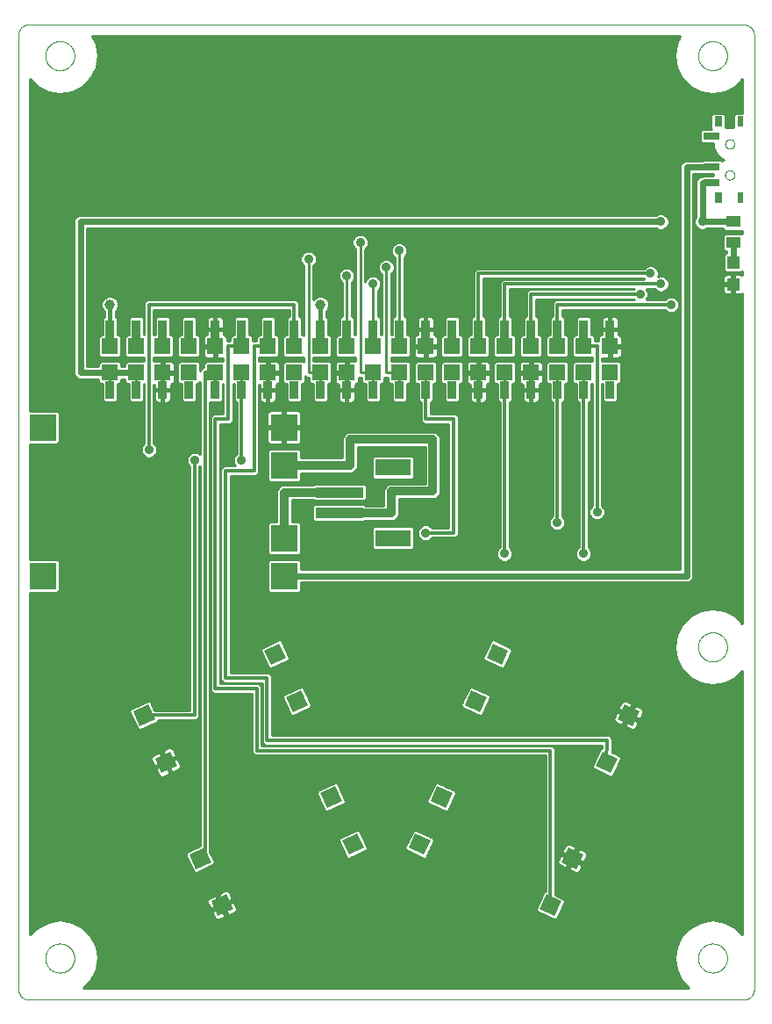
<source format=gbl>
G75*
%MOIN*%
%OFA0B0*%
%FSLAX25Y25*%
%IPPOS*%
%LPD*%
%AMOC8*
5,1,8,0,0,1.08239X$1,22.5*
%
%ADD10C,0.00000*%
%ADD11R,0.06000X0.06000*%
%ADD12R,0.03200X0.07000*%
%ADD13R,0.10000X0.10000*%
%ADD14R,0.06299X0.06102*%
%ADD15R,0.05512X0.04331*%
%ADD16R,0.04724X0.04724*%
%ADD17R,0.05906X0.02756*%
%ADD18R,0.02362X0.03937*%
%ADD19R,0.03150X0.03937*%
%ADD20R,0.18110X0.03937*%
%ADD21R,0.13386X0.06299*%
%ADD22C,0.01000*%
%ADD23C,0.03569*%
%ADD24C,0.03962*%
%ADD25C,0.01600*%
%ADD26C,0.01200*%
%ADD27C,0.02400*%
%ADD28C,0.03200*%
D10*
X0003248Y0005437D02*
X0003248Y0367642D01*
X0003250Y0367766D01*
X0003256Y0367889D01*
X0003265Y0368013D01*
X0003279Y0368135D01*
X0003296Y0368258D01*
X0003318Y0368380D01*
X0003343Y0368501D01*
X0003372Y0368621D01*
X0003404Y0368740D01*
X0003441Y0368859D01*
X0003481Y0368976D01*
X0003524Y0369091D01*
X0003572Y0369206D01*
X0003623Y0369318D01*
X0003677Y0369429D01*
X0003735Y0369539D01*
X0003796Y0369646D01*
X0003861Y0369752D01*
X0003929Y0369855D01*
X0004000Y0369956D01*
X0004074Y0370055D01*
X0004151Y0370152D01*
X0004232Y0370246D01*
X0004315Y0370337D01*
X0004401Y0370426D01*
X0004490Y0370512D01*
X0004581Y0370595D01*
X0004675Y0370676D01*
X0004772Y0370753D01*
X0004871Y0370827D01*
X0004972Y0370898D01*
X0005075Y0370966D01*
X0005181Y0371031D01*
X0005288Y0371092D01*
X0005398Y0371150D01*
X0005509Y0371204D01*
X0005621Y0371255D01*
X0005736Y0371303D01*
X0005851Y0371346D01*
X0005968Y0371386D01*
X0006087Y0371423D01*
X0006206Y0371455D01*
X0006326Y0371484D01*
X0006447Y0371509D01*
X0006569Y0371531D01*
X0006692Y0371548D01*
X0006814Y0371562D01*
X0006938Y0371571D01*
X0007061Y0371577D01*
X0007185Y0371579D01*
X0278839Y0371579D01*
X0278963Y0371577D01*
X0279086Y0371571D01*
X0279210Y0371562D01*
X0279332Y0371548D01*
X0279455Y0371531D01*
X0279577Y0371509D01*
X0279698Y0371484D01*
X0279818Y0371455D01*
X0279937Y0371423D01*
X0280056Y0371386D01*
X0280173Y0371346D01*
X0280288Y0371303D01*
X0280403Y0371255D01*
X0280515Y0371204D01*
X0280626Y0371150D01*
X0280736Y0371092D01*
X0280843Y0371031D01*
X0280949Y0370966D01*
X0281052Y0370898D01*
X0281153Y0370827D01*
X0281252Y0370753D01*
X0281349Y0370676D01*
X0281443Y0370595D01*
X0281534Y0370512D01*
X0281623Y0370426D01*
X0281709Y0370337D01*
X0281792Y0370246D01*
X0281873Y0370152D01*
X0281950Y0370055D01*
X0282024Y0369956D01*
X0282095Y0369855D01*
X0282163Y0369752D01*
X0282228Y0369646D01*
X0282289Y0369539D01*
X0282347Y0369429D01*
X0282401Y0369318D01*
X0282452Y0369206D01*
X0282500Y0369091D01*
X0282543Y0368976D01*
X0282583Y0368859D01*
X0282620Y0368740D01*
X0282652Y0368621D01*
X0282681Y0368501D01*
X0282706Y0368380D01*
X0282728Y0368258D01*
X0282745Y0368135D01*
X0282759Y0368013D01*
X0282768Y0367889D01*
X0282774Y0367766D01*
X0282776Y0367642D01*
X0282776Y0005437D01*
X0282774Y0005313D01*
X0282768Y0005190D01*
X0282759Y0005066D01*
X0282745Y0004944D01*
X0282728Y0004821D01*
X0282706Y0004699D01*
X0282681Y0004578D01*
X0282652Y0004458D01*
X0282620Y0004339D01*
X0282583Y0004220D01*
X0282543Y0004103D01*
X0282500Y0003988D01*
X0282452Y0003873D01*
X0282401Y0003761D01*
X0282347Y0003650D01*
X0282289Y0003540D01*
X0282228Y0003433D01*
X0282163Y0003327D01*
X0282095Y0003224D01*
X0282024Y0003123D01*
X0281950Y0003024D01*
X0281873Y0002927D01*
X0281792Y0002833D01*
X0281709Y0002742D01*
X0281623Y0002653D01*
X0281534Y0002567D01*
X0281443Y0002484D01*
X0281349Y0002403D01*
X0281252Y0002326D01*
X0281153Y0002252D01*
X0281052Y0002181D01*
X0280949Y0002113D01*
X0280843Y0002048D01*
X0280736Y0001987D01*
X0280626Y0001929D01*
X0280515Y0001875D01*
X0280403Y0001824D01*
X0280288Y0001776D01*
X0280173Y0001733D01*
X0280056Y0001693D01*
X0279937Y0001656D01*
X0279818Y0001624D01*
X0279698Y0001595D01*
X0279577Y0001570D01*
X0279455Y0001548D01*
X0279332Y0001531D01*
X0279210Y0001517D01*
X0279086Y0001508D01*
X0278963Y0001502D01*
X0278839Y0001500D01*
X0007185Y0001500D01*
X0007061Y0001502D01*
X0006938Y0001508D01*
X0006814Y0001517D01*
X0006692Y0001531D01*
X0006569Y0001548D01*
X0006447Y0001570D01*
X0006326Y0001595D01*
X0006206Y0001624D01*
X0006087Y0001656D01*
X0005968Y0001693D01*
X0005851Y0001733D01*
X0005736Y0001776D01*
X0005621Y0001824D01*
X0005509Y0001875D01*
X0005398Y0001929D01*
X0005288Y0001987D01*
X0005181Y0002048D01*
X0005075Y0002113D01*
X0004972Y0002181D01*
X0004871Y0002252D01*
X0004772Y0002326D01*
X0004675Y0002403D01*
X0004581Y0002484D01*
X0004490Y0002567D01*
X0004401Y0002653D01*
X0004315Y0002742D01*
X0004232Y0002833D01*
X0004151Y0002927D01*
X0004074Y0003024D01*
X0004000Y0003123D01*
X0003929Y0003224D01*
X0003861Y0003327D01*
X0003796Y0003433D01*
X0003735Y0003540D01*
X0003677Y0003650D01*
X0003623Y0003761D01*
X0003572Y0003873D01*
X0003524Y0003988D01*
X0003481Y0004103D01*
X0003441Y0004220D01*
X0003404Y0004339D01*
X0003372Y0004458D01*
X0003343Y0004578D01*
X0003318Y0004699D01*
X0003296Y0004821D01*
X0003279Y0004944D01*
X0003265Y0005066D01*
X0003256Y0005190D01*
X0003250Y0005313D01*
X0003248Y0005437D01*
X0013484Y0017248D02*
X0013486Y0017396D01*
X0013492Y0017544D01*
X0013502Y0017692D01*
X0013516Y0017839D01*
X0013534Y0017986D01*
X0013555Y0018132D01*
X0013581Y0018278D01*
X0013611Y0018423D01*
X0013644Y0018567D01*
X0013682Y0018710D01*
X0013723Y0018852D01*
X0013768Y0018993D01*
X0013816Y0019133D01*
X0013869Y0019272D01*
X0013925Y0019409D01*
X0013985Y0019544D01*
X0014048Y0019678D01*
X0014115Y0019810D01*
X0014186Y0019940D01*
X0014260Y0020068D01*
X0014337Y0020194D01*
X0014418Y0020318D01*
X0014502Y0020440D01*
X0014589Y0020559D01*
X0014680Y0020676D01*
X0014774Y0020791D01*
X0014870Y0020903D01*
X0014970Y0021013D01*
X0015072Y0021119D01*
X0015178Y0021223D01*
X0015286Y0021324D01*
X0015397Y0021422D01*
X0015510Y0021518D01*
X0015626Y0021610D01*
X0015744Y0021699D01*
X0015865Y0021784D01*
X0015988Y0021867D01*
X0016113Y0021946D01*
X0016240Y0022022D01*
X0016369Y0022094D01*
X0016500Y0022163D01*
X0016633Y0022228D01*
X0016768Y0022289D01*
X0016904Y0022347D01*
X0017041Y0022402D01*
X0017180Y0022452D01*
X0017321Y0022499D01*
X0017462Y0022542D01*
X0017605Y0022582D01*
X0017749Y0022617D01*
X0017893Y0022649D01*
X0018039Y0022676D01*
X0018185Y0022700D01*
X0018332Y0022720D01*
X0018479Y0022736D01*
X0018626Y0022748D01*
X0018774Y0022756D01*
X0018922Y0022760D01*
X0019070Y0022760D01*
X0019218Y0022756D01*
X0019366Y0022748D01*
X0019513Y0022736D01*
X0019660Y0022720D01*
X0019807Y0022700D01*
X0019953Y0022676D01*
X0020099Y0022649D01*
X0020243Y0022617D01*
X0020387Y0022582D01*
X0020530Y0022542D01*
X0020671Y0022499D01*
X0020812Y0022452D01*
X0020951Y0022402D01*
X0021088Y0022347D01*
X0021224Y0022289D01*
X0021359Y0022228D01*
X0021492Y0022163D01*
X0021623Y0022094D01*
X0021752Y0022022D01*
X0021879Y0021946D01*
X0022004Y0021867D01*
X0022127Y0021784D01*
X0022248Y0021699D01*
X0022366Y0021610D01*
X0022482Y0021518D01*
X0022595Y0021422D01*
X0022706Y0021324D01*
X0022814Y0021223D01*
X0022920Y0021119D01*
X0023022Y0021013D01*
X0023122Y0020903D01*
X0023218Y0020791D01*
X0023312Y0020676D01*
X0023403Y0020559D01*
X0023490Y0020440D01*
X0023574Y0020318D01*
X0023655Y0020194D01*
X0023732Y0020068D01*
X0023806Y0019940D01*
X0023877Y0019810D01*
X0023944Y0019678D01*
X0024007Y0019544D01*
X0024067Y0019409D01*
X0024123Y0019272D01*
X0024176Y0019133D01*
X0024224Y0018993D01*
X0024269Y0018852D01*
X0024310Y0018710D01*
X0024348Y0018567D01*
X0024381Y0018423D01*
X0024411Y0018278D01*
X0024437Y0018132D01*
X0024458Y0017986D01*
X0024476Y0017839D01*
X0024490Y0017692D01*
X0024500Y0017544D01*
X0024506Y0017396D01*
X0024508Y0017248D01*
X0024506Y0017100D01*
X0024500Y0016952D01*
X0024490Y0016804D01*
X0024476Y0016657D01*
X0024458Y0016510D01*
X0024437Y0016364D01*
X0024411Y0016218D01*
X0024381Y0016073D01*
X0024348Y0015929D01*
X0024310Y0015786D01*
X0024269Y0015644D01*
X0024224Y0015503D01*
X0024176Y0015363D01*
X0024123Y0015224D01*
X0024067Y0015087D01*
X0024007Y0014952D01*
X0023944Y0014818D01*
X0023877Y0014686D01*
X0023806Y0014556D01*
X0023732Y0014428D01*
X0023655Y0014302D01*
X0023574Y0014178D01*
X0023490Y0014056D01*
X0023403Y0013937D01*
X0023312Y0013820D01*
X0023218Y0013705D01*
X0023122Y0013593D01*
X0023022Y0013483D01*
X0022920Y0013377D01*
X0022814Y0013273D01*
X0022706Y0013172D01*
X0022595Y0013074D01*
X0022482Y0012978D01*
X0022366Y0012886D01*
X0022248Y0012797D01*
X0022127Y0012712D01*
X0022004Y0012629D01*
X0021879Y0012550D01*
X0021752Y0012474D01*
X0021623Y0012402D01*
X0021492Y0012333D01*
X0021359Y0012268D01*
X0021224Y0012207D01*
X0021088Y0012149D01*
X0020951Y0012094D01*
X0020812Y0012044D01*
X0020671Y0011997D01*
X0020530Y0011954D01*
X0020387Y0011914D01*
X0020243Y0011879D01*
X0020099Y0011847D01*
X0019953Y0011820D01*
X0019807Y0011796D01*
X0019660Y0011776D01*
X0019513Y0011760D01*
X0019366Y0011748D01*
X0019218Y0011740D01*
X0019070Y0011736D01*
X0018922Y0011736D01*
X0018774Y0011740D01*
X0018626Y0011748D01*
X0018479Y0011760D01*
X0018332Y0011776D01*
X0018185Y0011796D01*
X0018039Y0011820D01*
X0017893Y0011847D01*
X0017749Y0011879D01*
X0017605Y0011914D01*
X0017462Y0011954D01*
X0017321Y0011997D01*
X0017180Y0012044D01*
X0017041Y0012094D01*
X0016904Y0012149D01*
X0016768Y0012207D01*
X0016633Y0012268D01*
X0016500Y0012333D01*
X0016369Y0012402D01*
X0016240Y0012474D01*
X0016113Y0012550D01*
X0015988Y0012629D01*
X0015865Y0012712D01*
X0015744Y0012797D01*
X0015626Y0012886D01*
X0015510Y0012978D01*
X0015397Y0013074D01*
X0015286Y0013172D01*
X0015178Y0013273D01*
X0015072Y0013377D01*
X0014970Y0013483D01*
X0014870Y0013593D01*
X0014774Y0013705D01*
X0014680Y0013820D01*
X0014589Y0013937D01*
X0014502Y0014056D01*
X0014418Y0014178D01*
X0014337Y0014302D01*
X0014260Y0014428D01*
X0014186Y0014556D01*
X0014115Y0014686D01*
X0014048Y0014818D01*
X0013985Y0014952D01*
X0013925Y0015087D01*
X0013869Y0015224D01*
X0013816Y0015363D01*
X0013768Y0015503D01*
X0013723Y0015644D01*
X0013682Y0015786D01*
X0013644Y0015929D01*
X0013611Y0016073D01*
X0013581Y0016218D01*
X0013555Y0016364D01*
X0013534Y0016510D01*
X0013516Y0016657D01*
X0013502Y0016804D01*
X0013492Y0016952D01*
X0013486Y0017100D01*
X0013484Y0017248D01*
X0261516Y0017248D02*
X0261518Y0017396D01*
X0261524Y0017544D01*
X0261534Y0017692D01*
X0261548Y0017839D01*
X0261566Y0017986D01*
X0261587Y0018132D01*
X0261613Y0018278D01*
X0261643Y0018423D01*
X0261676Y0018567D01*
X0261714Y0018710D01*
X0261755Y0018852D01*
X0261800Y0018993D01*
X0261848Y0019133D01*
X0261901Y0019272D01*
X0261957Y0019409D01*
X0262017Y0019544D01*
X0262080Y0019678D01*
X0262147Y0019810D01*
X0262218Y0019940D01*
X0262292Y0020068D01*
X0262369Y0020194D01*
X0262450Y0020318D01*
X0262534Y0020440D01*
X0262621Y0020559D01*
X0262712Y0020676D01*
X0262806Y0020791D01*
X0262902Y0020903D01*
X0263002Y0021013D01*
X0263104Y0021119D01*
X0263210Y0021223D01*
X0263318Y0021324D01*
X0263429Y0021422D01*
X0263542Y0021518D01*
X0263658Y0021610D01*
X0263776Y0021699D01*
X0263897Y0021784D01*
X0264020Y0021867D01*
X0264145Y0021946D01*
X0264272Y0022022D01*
X0264401Y0022094D01*
X0264532Y0022163D01*
X0264665Y0022228D01*
X0264800Y0022289D01*
X0264936Y0022347D01*
X0265073Y0022402D01*
X0265212Y0022452D01*
X0265353Y0022499D01*
X0265494Y0022542D01*
X0265637Y0022582D01*
X0265781Y0022617D01*
X0265925Y0022649D01*
X0266071Y0022676D01*
X0266217Y0022700D01*
X0266364Y0022720D01*
X0266511Y0022736D01*
X0266658Y0022748D01*
X0266806Y0022756D01*
X0266954Y0022760D01*
X0267102Y0022760D01*
X0267250Y0022756D01*
X0267398Y0022748D01*
X0267545Y0022736D01*
X0267692Y0022720D01*
X0267839Y0022700D01*
X0267985Y0022676D01*
X0268131Y0022649D01*
X0268275Y0022617D01*
X0268419Y0022582D01*
X0268562Y0022542D01*
X0268703Y0022499D01*
X0268844Y0022452D01*
X0268983Y0022402D01*
X0269120Y0022347D01*
X0269256Y0022289D01*
X0269391Y0022228D01*
X0269524Y0022163D01*
X0269655Y0022094D01*
X0269784Y0022022D01*
X0269911Y0021946D01*
X0270036Y0021867D01*
X0270159Y0021784D01*
X0270280Y0021699D01*
X0270398Y0021610D01*
X0270514Y0021518D01*
X0270627Y0021422D01*
X0270738Y0021324D01*
X0270846Y0021223D01*
X0270952Y0021119D01*
X0271054Y0021013D01*
X0271154Y0020903D01*
X0271250Y0020791D01*
X0271344Y0020676D01*
X0271435Y0020559D01*
X0271522Y0020440D01*
X0271606Y0020318D01*
X0271687Y0020194D01*
X0271764Y0020068D01*
X0271838Y0019940D01*
X0271909Y0019810D01*
X0271976Y0019678D01*
X0272039Y0019544D01*
X0272099Y0019409D01*
X0272155Y0019272D01*
X0272208Y0019133D01*
X0272256Y0018993D01*
X0272301Y0018852D01*
X0272342Y0018710D01*
X0272380Y0018567D01*
X0272413Y0018423D01*
X0272443Y0018278D01*
X0272469Y0018132D01*
X0272490Y0017986D01*
X0272508Y0017839D01*
X0272522Y0017692D01*
X0272532Y0017544D01*
X0272538Y0017396D01*
X0272540Y0017248D01*
X0272538Y0017100D01*
X0272532Y0016952D01*
X0272522Y0016804D01*
X0272508Y0016657D01*
X0272490Y0016510D01*
X0272469Y0016364D01*
X0272443Y0016218D01*
X0272413Y0016073D01*
X0272380Y0015929D01*
X0272342Y0015786D01*
X0272301Y0015644D01*
X0272256Y0015503D01*
X0272208Y0015363D01*
X0272155Y0015224D01*
X0272099Y0015087D01*
X0272039Y0014952D01*
X0271976Y0014818D01*
X0271909Y0014686D01*
X0271838Y0014556D01*
X0271764Y0014428D01*
X0271687Y0014302D01*
X0271606Y0014178D01*
X0271522Y0014056D01*
X0271435Y0013937D01*
X0271344Y0013820D01*
X0271250Y0013705D01*
X0271154Y0013593D01*
X0271054Y0013483D01*
X0270952Y0013377D01*
X0270846Y0013273D01*
X0270738Y0013172D01*
X0270627Y0013074D01*
X0270514Y0012978D01*
X0270398Y0012886D01*
X0270280Y0012797D01*
X0270159Y0012712D01*
X0270036Y0012629D01*
X0269911Y0012550D01*
X0269784Y0012474D01*
X0269655Y0012402D01*
X0269524Y0012333D01*
X0269391Y0012268D01*
X0269256Y0012207D01*
X0269120Y0012149D01*
X0268983Y0012094D01*
X0268844Y0012044D01*
X0268703Y0011997D01*
X0268562Y0011954D01*
X0268419Y0011914D01*
X0268275Y0011879D01*
X0268131Y0011847D01*
X0267985Y0011820D01*
X0267839Y0011796D01*
X0267692Y0011776D01*
X0267545Y0011760D01*
X0267398Y0011748D01*
X0267250Y0011740D01*
X0267102Y0011736D01*
X0266954Y0011736D01*
X0266806Y0011740D01*
X0266658Y0011748D01*
X0266511Y0011760D01*
X0266364Y0011776D01*
X0266217Y0011796D01*
X0266071Y0011820D01*
X0265925Y0011847D01*
X0265781Y0011879D01*
X0265637Y0011914D01*
X0265494Y0011954D01*
X0265353Y0011997D01*
X0265212Y0012044D01*
X0265073Y0012094D01*
X0264936Y0012149D01*
X0264800Y0012207D01*
X0264665Y0012268D01*
X0264532Y0012333D01*
X0264401Y0012402D01*
X0264272Y0012474D01*
X0264145Y0012550D01*
X0264020Y0012629D01*
X0263897Y0012712D01*
X0263776Y0012797D01*
X0263658Y0012886D01*
X0263542Y0012978D01*
X0263429Y0013074D01*
X0263318Y0013172D01*
X0263210Y0013273D01*
X0263104Y0013377D01*
X0263002Y0013483D01*
X0262902Y0013593D01*
X0262806Y0013705D01*
X0262712Y0013820D01*
X0262621Y0013937D01*
X0262534Y0014056D01*
X0262450Y0014178D01*
X0262369Y0014302D01*
X0262292Y0014428D01*
X0262218Y0014556D01*
X0262147Y0014686D01*
X0262080Y0014818D01*
X0262017Y0014952D01*
X0261957Y0015087D01*
X0261901Y0015224D01*
X0261848Y0015363D01*
X0261800Y0015503D01*
X0261755Y0015644D01*
X0261714Y0015786D01*
X0261676Y0015929D01*
X0261643Y0016073D01*
X0261613Y0016218D01*
X0261587Y0016364D01*
X0261566Y0016510D01*
X0261548Y0016657D01*
X0261534Y0016804D01*
X0261524Y0016952D01*
X0261518Y0017100D01*
X0261516Y0017248D01*
X0261516Y0135358D02*
X0261518Y0135506D01*
X0261524Y0135654D01*
X0261534Y0135802D01*
X0261548Y0135949D01*
X0261566Y0136096D01*
X0261587Y0136242D01*
X0261613Y0136388D01*
X0261643Y0136533D01*
X0261676Y0136677D01*
X0261714Y0136820D01*
X0261755Y0136962D01*
X0261800Y0137103D01*
X0261848Y0137243D01*
X0261901Y0137382D01*
X0261957Y0137519D01*
X0262017Y0137654D01*
X0262080Y0137788D01*
X0262147Y0137920D01*
X0262218Y0138050D01*
X0262292Y0138178D01*
X0262369Y0138304D01*
X0262450Y0138428D01*
X0262534Y0138550D01*
X0262621Y0138669D01*
X0262712Y0138786D01*
X0262806Y0138901D01*
X0262902Y0139013D01*
X0263002Y0139123D01*
X0263104Y0139229D01*
X0263210Y0139333D01*
X0263318Y0139434D01*
X0263429Y0139532D01*
X0263542Y0139628D01*
X0263658Y0139720D01*
X0263776Y0139809D01*
X0263897Y0139894D01*
X0264020Y0139977D01*
X0264145Y0140056D01*
X0264272Y0140132D01*
X0264401Y0140204D01*
X0264532Y0140273D01*
X0264665Y0140338D01*
X0264800Y0140399D01*
X0264936Y0140457D01*
X0265073Y0140512D01*
X0265212Y0140562D01*
X0265353Y0140609D01*
X0265494Y0140652D01*
X0265637Y0140692D01*
X0265781Y0140727D01*
X0265925Y0140759D01*
X0266071Y0140786D01*
X0266217Y0140810D01*
X0266364Y0140830D01*
X0266511Y0140846D01*
X0266658Y0140858D01*
X0266806Y0140866D01*
X0266954Y0140870D01*
X0267102Y0140870D01*
X0267250Y0140866D01*
X0267398Y0140858D01*
X0267545Y0140846D01*
X0267692Y0140830D01*
X0267839Y0140810D01*
X0267985Y0140786D01*
X0268131Y0140759D01*
X0268275Y0140727D01*
X0268419Y0140692D01*
X0268562Y0140652D01*
X0268703Y0140609D01*
X0268844Y0140562D01*
X0268983Y0140512D01*
X0269120Y0140457D01*
X0269256Y0140399D01*
X0269391Y0140338D01*
X0269524Y0140273D01*
X0269655Y0140204D01*
X0269784Y0140132D01*
X0269911Y0140056D01*
X0270036Y0139977D01*
X0270159Y0139894D01*
X0270280Y0139809D01*
X0270398Y0139720D01*
X0270514Y0139628D01*
X0270627Y0139532D01*
X0270738Y0139434D01*
X0270846Y0139333D01*
X0270952Y0139229D01*
X0271054Y0139123D01*
X0271154Y0139013D01*
X0271250Y0138901D01*
X0271344Y0138786D01*
X0271435Y0138669D01*
X0271522Y0138550D01*
X0271606Y0138428D01*
X0271687Y0138304D01*
X0271764Y0138178D01*
X0271838Y0138050D01*
X0271909Y0137920D01*
X0271976Y0137788D01*
X0272039Y0137654D01*
X0272099Y0137519D01*
X0272155Y0137382D01*
X0272208Y0137243D01*
X0272256Y0137103D01*
X0272301Y0136962D01*
X0272342Y0136820D01*
X0272380Y0136677D01*
X0272413Y0136533D01*
X0272443Y0136388D01*
X0272469Y0136242D01*
X0272490Y0136096D01*
X0272508Y0135949D01*
X0272522Y0135802D01*
X0272532Y0135654D01*
X0272538Y0135506D01*
X0272540Y0135358D01*
X0272538Y0135210D01*
X0272532Y0135062D01*
X0272522Y0134914D01*
X0272508Y0134767D01*
X0272490Y0134620D01*
X0272469Y0134474D01*
X0272443Y0134328D01*
X0272413Y0134183D01*
X0272380Y0134039D01*
X0272342Y0133896D01*
X0272301Y0133754D01*
X0272256Y0133613D01*
X0272208Y0133473D01*
X0272155Y0133334D01*
X0272099Y0133197D01*
X0272039Y0133062D01*
X0271976Y0132928D01*
X0271909Y0132796D01*
X0271838Y0132666D01*
X0271764Y0132538D01*
X0271687Y0132412D01*
X0271606Y0132288D01*
X0271522Y0132166D01*
X0271435Y0132047D01*
X0271344Y0131930D01*
X0271250Y0131815D01*
X0271154Y0131703D01*
X0271054Y0131593D01*
X0270952Y0131487D01*
X0270846Y0131383D01*
X0270738Y0131282D01*
X0270627Y0131184D01*
X0270514Y0131088D01*
X0270398Y0130996D01*
X0270280Y0130907D01*
X0270159Y0130822D01*
X0270036Y0130739D01*
X0269911Y0130660D01*
X0269784Y0130584D01*
X0269655Y0130512D01*
X0269524Y0130443D01*
X0269391Y0130378D01*
X0269256Y0130317D01*
X0269120Y0130259D01*
X0268983Y0130204D01*
X0268844Y0130154D01*
X0268703Y0130107D01*
X0268562Y0130064D01*
X0268419Y0130024D01*
X0268275Y0129989D01*
X0268131Y0129957D01*
X0267985Y0129930D01*
X0267839Y0129906D01*
X0267692Y0129886D01*
X0267545Y0129870D01*
X0267398Y0129858D01*
X0267250Y0129850D01*
X0267102Y0129846D01*
X0266954Y0129846D01*
X0266806Y0129850D01*
X0266658Y0129858D01*
X0266511Y0129870D01*
X0266364Y0129886D01*
X0266217Y0129906D01*
X0266071Y0129930D01*
X0265925Y0129957D01*
X0265781Y0129989D01*
X0265637Y0130024D01*
X0265494Y0130064D01*
X0265353Y0130107D01*
X0265212Y0130154D01*
X0265073Y0130204D01*
X0264936Y0130259D01*
X0264800Y0130317D01*
X0264665Y0130378D01*
X0264532Y0130443D01*
X0264401Y0130512D01*
X0264272Y0130584D01*
X0264145Y0130660D01*
X0264020Y0130739D01*
X0263897Y0130822D01*
X0263776Y0130907D01*
X0263658Y0130996D01*
X0263542Y0131088D01*
X0263429Y0131184D01*
X0263318Y0131282D01*
X0263210Y0131383D01*
X0263104Y0131487D01*
X0263002Y0131593D01*
X0262902Y0131703D01*
X0262806Y0131815D01*
X0262712Y0131930D01*
X0262621Y0132047D01*
X0262534Y0132166D01*
X0262450Y0132288D01*
X0262369Y0132412D01*
X0262292Y0132538D01*
X0262218Y0132666D01*
X0262147Y0132796D01*
X0262080Y0132928D01*
X0262017Y0133062D01*
X0261957Y0133197D01*
X0261901Y0133334D01*
X0261848Y0133473D01*
X0261800Y0133613D01*
X0261755Y0133754D01*
X0261714Y0133896D01*
X0261676Y0134039D01*
X0261643Y0134183D01*
X0261613Y0134328D01*
X0261587Y0134474D01*
X0261566Y0134620D01*
X0261548Y0134767D01*
X0261534Y0134914D01*
X0261524Y0135062D01*
X0261518Y0135210D01*
X0261516Y0135358D01*
X0271752Y0314492D02*
X0271754Y0314576D01*
X0271760Y0314659D01*
X0271770Y0314742D01*
X0271784Y0314825D01*
X0271801Y0314907D01*
X0271823Y0314988D01*
X0271848Y0315067D01*
X0271877Y0315146D01*
X0271910Y0315223D01*
X0271946Y0315298D01*
X0271986Y0315372D01*
X0272029Y0315444D01*
X0272076Y0315513D01*
X0272126Y0315580D01*
X0272179Y0315645D01*
X0272235Y0315707D01*
X0272293Y0315767D01*
X0272355Y0315824D01*
X0272419Y0315877D01*
X0272486Y0315928D01*
X0272555Y0315975D01*
X0272626Y0316020D01*
X0272699Y0316060D01*
X0272774Y0316097D01*
X0272851Y0316131D01*
X0272929Y0316161D01*
X0273008Y0316187D01*
X0273089Y0316210D01*
X0273171Y0316228D01*
X0273253Y0316243D01*
X0273336Y0316254D01*
X0273419Y0316261D01*
X0273503Y0316264D01*
X0273587Y0316263D01*
X0273670Y0316258D01*
X0273754Y0316249D01*
X0273836Y0316236D01*
X0273918Y0316220D01*
X0273999Y0316199D01*
X0274080Y0316175D01*
X0274158Y0316147D01*
X0274236Y0316115D01*
X0274312Y0316079D01*
X0274386Y0316040D01*
X0274458Y0315998D01*
X0274528Y0315952D01*
X0274596Y0315903D01*
X0274661Y0315851D01*
X0274724Y0315796D01*
X0274784Y0315738D01*
X0274842Y0315677D01*
X0274896Y0315613D01*
X0274948Y0315547D01*
X0274996Y0315479D01*
X0275041Y0315408D01*
X0275082Y0315335D01*
X0275121Y0315261D01*
X0275155Y0315185D01*
X0275186Y0315107D01*
X0275213Y0315028D01*
X0275237Y0314947D01*
X0275256Y0314866D01*
X0275272Y0314784D01*
X0275284Y0314701D01*
X0275292Y0314617D01*
X0275296Y0314534D01*
X0275296Y0314450D01*
X0275292Y0314367D01*
X0275284Y0314283D01*
X0275272Y0314200D01*
X0275256Y0314118D01*
X0275237Y0314037D01*
X0275213Y0313956D01*
X0275186Y0313877D01*
X0275155Y0313799D01*
X0275121Y0313723D01*
X0275082Y0313649D01*
X0275041Y0313576D01*
X0274996Y0313505D01*
X0274948Y0313437D01*
X0274896Y0313371D01*
X0274842Y0313307D01*
X0274784Y0313246D01*
X0274724Y0313188D01*
X0274661Y0313133D01*
X0274596Y0313081D01*
X0274528Y0313032D01*
X0274458Y0312986D01*
X0274386Y0312944D01*
X0274312Y0312905D01*
X0274236Y0312869D01*
X0274158Y0312837D01*
X0274080Y0312809D01*
X0273999Y0312785D01*
X0273918Y0312764D01*
X0273836Y0312748D01*
X0273754Y0312735D01*
X0273670Y0312726D01*
X0273587Y0312721D01*
X0273503Y0312720D01*
X0273419Y0312723D01*
X0273336Y0312730D01*
X0273253Y0312741D01*
X0273171Y0312756D01*
X0273089Y0312774D01*
X0273008Y0312797D01*
X0272929Y0312823D01*
X0272851Y0312853D01*
X0272774Y0312887D01*
X0272699Y0312924D01*
X0272626Y0312964D01*
X0272555Y0313009D01*
X0272486Y0313056D01*
X0272419Y0313107D01*
X0272355Y0313160D01*
X0272293Y0313217D01*
X0272235Y0313277D01*
X0272179Y0313339D01*
X0272126Y0313404D01*
X0272076Y0313471D01*
X0272029Y0313540D01*
X0271986Y0313612D01*
X0271946Y0313686D01*
X0271910Y0313761D01*
X0271877Y0313838D01*
X0271848Y0313917D01*
X0271823Y0313996D01*
X0271801Y0314077D01*
X0271784Y0314159D01*
X0271770Y0314242D01*
X0271760Y0314325D01*
X0271754Y0314408D01*
X0271752Y0314492D01*
X0271752Y0326303D02*
X0271754Y0326387D01*
X0271760Y0326470D01*
X0271770Y0326553D01*
X0271784Y0326636D01*
X0271801Y0326718D01*
X0271823Y0326799D01*
X0271848Y0326878D01*
X0271877Y0326957D01*
X0271910Y0327034D01*
X0271946Y0327109D01*
X0271986Y0327183D01*
X0272029Y0327255D01*
X0272076Y0327324D01*
X0272126Y0327391D01*
X0272179Y0327456D01*
X0272235Y0327518D01*
X0272293Y0327578D01*
X0272355Y0327635D01*
X0272419Y0327688D01*
X0272486Y0327739D01*
X0272555Y0327786D01*
X0272626Y0327831D01*
X0272699Y0327871D01*
X0272774Y0327908D01*
X0272851Y0327942D01*
X0272929Y0327972D01*
X0273008Y0327998D01*
X0273089Y0328021D01*
X0273171Y0328039D01*
X0273253Y0328054D01*
X0273336Y0328065D01*
X0273419Y0328072D01*
X0273503Y0328075D01*
X0273587Y0328074D01*
X0273670Y0328069D01*
X0273754Y0328060D01*
X0273836Y0328047D01*
X0273918Y0328031D01*
X0273999Y0328010D01*
X0274080Y0327986D01*
X0274158Y0327958D01*
X0274236Y0327926D01*
X0274312Y0327890D01*
X0274386Y0327851D01*
X0274458Y0327809D01*
X0274528Y0327763D01*
X0274596Y0327714D01*
X0274661Y0327662D01*
X0274724Y0327607D01*
X0274784Y0327549D01*
X0274842Y0327488D01*
X0274896Y0327424D01*
X0274948Y0327358D01*
X0274996Y0327290D01*
X0275041Y0327219D01*
X0275082Y0327146D01*
X0275121Y0327072D01*
X0275155Y0326996D01*
X0275186Y0326918D01*
X0275213Y0326839D01*
X0275237Y0326758D01*
X0275256Y0326677D01*
X0275272Y0326595D01*
X0275284Y0326512D01*
X0275292Y0326428D01*
X0275296Y0326345D01*
X0275296Y0326261D01*
X0275292Y0326178D01*
X0275284Y0326094D01*
X0275272Y0326011D01*
X0275256Y0325929D01*
X0275237Y0325848D01*
X0275213Y0325767D01*
X0275186Y0325688D01*
X0275155Y0325610D01*
X0275121Y0325534D01*
X0275082Y0325460D01*
X0275041Y0325387D01*
X0274996Y0325316D01*
X0274948Y0325248D01*
X0274896Y0325182D01*
X0274842Y0325118D01*
X0274784Y0325057D01*
X0274724Y0324999D01*
X0274661Y0324944D01*
X0274596Y0324892D01*
X0274528Y0324843D01*
X0274458Y0324797D01*
X0274386Y0324755D01*
X0274312Y0324716D01*
X0274236Y0324680D01*
X0274158Y0324648D01*
X0274080Y0324620D01*
X0273999Y0324596D01*
X0273918Y0324575D01*
X0273836Y0324559D01*
X0273754Y0324546D01*
X0273670Y0324537D01*
X0273587Y0324532D01*
X0273503Y0324531D01*
X0273419Y0324534D01*
X0273336Y0324541D01*
X0273253Y0324552D01*
X0273171Y0324567D01*
X0273089Y0324585D01*
X0273008Y0324608D01*
X0272929Y0324634D01*
X0272851Y0324664D01*
X0272774Y0324698D01*
X0272699Y0324735D01*
X0272626Y0324775D01*
X0272555Y0324820D01*
X0272486Y0324867D01*
X0272419Y0324918D01*
X0272355Y0324971D01*
X0272293Y0325028D01*
X0272235Y0325088D01*
X0272179Y0325150D01*
X0272126Y0325215D01*
X0272076Y0325282D01*
X0272029Y0325351D01*
X0271986Y0325423D01*
X0271946Y0325497D01*
X0271910Y0325572D01*
X0271877Y0325649D01*
X0271848Y0325728D01*
X0271823Y0325807D01*
X0271801Y0325888D01*
X0271784Y0325970D01*
X0271770Y0326053D01*
X0271760Y0326136D01*
X0271754Y0326219D01*
X0271752Y0326303D01*
X0261516Y0359768D02*
X0261518Y0359916D01*
X0261524Y0360064D01*
X0261534Y0360212D01*
X0261548Y0360359D01*
X0261566Y0360506D01*
X0261587Y0360652D01*
X0261613Y0360798D01*
X0261643Y0360943D01*
X0261676Y0361087D01*
X0261714Y0361230D01*
X0261755Y0361372D01*
X0261800Y0361513D01*
X0261848Y0361653D01*
X0261901Y0361792D01*
X0261957Y0361929D01*
X0262017Y0362064D01*
X0262080Y0362198D01*
X0262147Y0362330D01*
X0262218Y0362460D01*
X0262292Y0362588D01*
X0262369Y0362714D01*
X0262450Y0362838D01*
X0262534Y0362960D01*
X0262621Y0363079D01*
X0262712Y0363196D01*
X0262806Y0363311D01*
X0262902Y0363423D01*
X0263002Y0363533D01*
X0263104Y0363639D01*
X0263210Y0363743D01*
X0263318Y0363844D01*
X0263429Y0363942D01*
X0263542Y0364038D01*
X0263658Y0364130D01*
X0263776Y0364219D01*
X0263897Y0364304D01*
X0264020Y0364387D01*
X0264145Y0364466D01*
X0264272Y0364542D01*
X0264401Y0364614D01*
X0264532Y0364683D01*
X0264665Y0364748D01*
X0264800Y0364809D01*
X0264936Y0364867D01*
X0265073Y0364922D01*
X0265212Y0364972D01*
X0265353Y0365019D01*
X0265494Y0365062D01*
X0265637Y0365102D01*
X0265781Y0365137D01*
X0265925Y0365169D01*
X0266071Y0365196D01*
X0266217Y0365220D01*
X0266364Y0365240D01*
X0266511Y0365256D01*
X0266658Y0365268D01*
X0266806Y0365276D01*
X0266954Y0365280D01*
X0267102Y0365280D01*
X0267250Y0365276D01*
X0267398Y0365268D01*
X0267545Y0365256D01*
X0267692Y0365240D01*
X0267839Y0365220D01*
X0267985Y0365196D01*
X0268131Y0365169D01*
X0268275Y0365137D01*
X0268419Y0365102D01*
X0268562Y0365062D01*
X0268703Y0365019D01*
X0268844Y0364972D01*
X0268983Y0364922D01*
X0269120Y0364867D01*
X0269256Y0364809D01*
X0269391Y0364748D01*
X0269524Y0364683D01*
X0269655Y0364614D01*
X0269784Y0364542D01*
X0269911Y0364466D01*
X0270036Y0364387D01*
X0270159Y0364304D01*
X0270280Y0364219D01*
X0270398Y0364130D01*
X0270514Y0364038D01*
X0270627Y0363942D01*
X0270738Y0363844D01*
X0270846Y0363743D01*
X0270952Y0363639D01*
X0271054Y0363533D01*
X0271154Y0363423D01*
X0271250Y0363311D01*
X0271344Y0363196D01*
X0271435Y0363079D01*
X0271522Y0362960D01*
X0271606Y0362838D01*
X0271687Y0362714D01*
X0271764Y0362588D01*
X0271838Y0362460D01*
X0271909Y0362330D01*
X0271976Y0362198D01*
X0272039Y0362064D01*
X0272099Y0361929D01*
X0272155Y0361792D01*
X0272208Y0361653D01*
X0272256Y0361513D01*
X0272301Y0361372D01*
X0272342Y0361230D01*
X0272380Y0361087D01*
X0272413Y0360943D01*
X0272443Y0360798D01*
X0272469Y0360652D01*
X0272490Y0360506D01*
X0272508Y0360359D01*
X0272522Y0360212D01*
X0272532Y0360064D01*
X0272538Y0359916D01*
X0272540Y0359768D01*
X0272538Y0359620D01*
X0272532Y0359472D01*
X0272522Y0359324D01*
X0272508Y0359177D01*
X0272490Y0359030D01*
X0272469Y0358884D01*
X0272443Y0358738D01*
X0272413Y0358593D01*
X0272380Y0358449D01*
X0272342Y0358306D01*
X0272301Y0358164D01*
X0272256Y0358023D01*
X0272208Y0357883D01*
X0272155Y0357744D01*
X0272099Y0357607D01*
X0272039Y0357472D01*
X0271976Y0357338D01*
X0271909Y0357206D01*
X0271838Y0357076D01*
X0271764Y0356948D01*
X0271687Y0356822D01*
X0271606Y0356698D01*
X0271522Y0356576D01*
X0271435Y0356457D01*
X0271344Y0356340D01*
X0271250Y0356225D01*
X0271154Y0356113D01*
X0271054Y0356003D01*
X0270952Y0355897D01*
X0270846Y0355793D01*
X0270738Y0355692D01*
X0270627Y0355594D01*
X0270514Y0355498D01*
X0270398Y0355406D01*
X0270280Y0355317D01*
X0270159Y0355232D01*
X0270036Y0355149D01*
X0269911Y0355070D01*
X0269784Y0354994D01*
X0269655Y0354922D01*
X0269524Y0354853D01*
X0269391Y0354788D01*
X0269256Y0354727D01*
X0269120Y0354669D01*
X0268983Y0354614D01*
X0268844Y0354564D01*
X0268703Y0354517D01*
X0268562Y0354474D01*
X0268419Y0354434D01*
X0268275Y0354399D01*
X0268131Y0354367D01*
X0267985Y0354340D01*
X0267839Y0354316D01*
X0267692Y0354296D01*
X0267545Y0354280D01*
X0267398Y0354268D01*
X0267250Y0354260D01*
X0267102Y0354256D01*
X0266954Y0354256D01*
X0266806Y0354260D01*
X0266658Y0354268D01*
X0266511Y0354280D01*
X0266364Y0354296D01*
X0266217Y0354316D01*
X0266071Y0354340D01*
X0265925Y0354367D01*
X0265781Y0354399D01*
X0265637Y0354434D01*
X0265494Y0354474D01*
X0265353Y0354517D01*
X0265212Y0354564D01*
X0265073Y0354614D01*
X0264936Y0354669D01*
X0264800Y0354727D01*
X0264665Y0354788D01*
X0264532Y0354853D01*
X0264401Y0354922D01*
X0264272Y0354994D01*
X0264145Y0355070D01*
X0264020Y0355149D01*
X0263897Y0355232D01*
X0263776Y0355317D01*
X0263658Y0355406D01*
X0263542Y0355498D01*
X0263429Y0355594D01*
X0263318Y0355692D01*
X0263210Y0355793D01*
X0263104Y0355897D01*
X0263002Y0356003D01*
X0262902Y0356113D01*
X0262806Y0356225D01*
X0262712Y0356340D01*
X0262621Y0356457D01*
X0262534Y0356576D01*
X0262450Y0356698D01*
X0262369Y0356822D01*
X0262292Y0356948D01*
X0262218Y0357076D01*
X0262147Y0357206D01*
X0262080Y0357338D01*
X0262017Y0357472D01*
X0261957Y0357607D01*
X0261901Y0357744D01*
X0261848Y0357883D01*
X0261800Y0358023D01*
X0261755Y0358164D01*
X0261714Y0358306D01*
X0261676Y0358449D01*
X0261643Y0358593D01*
X0261613Y0358738D01*
X0261587Y0358884D01*
X0261566Y0359030D01*
X0261548Y0359177D01*
X0261534Y0359324D01*
X0261524Y0359472D01*
X0261518Y0359620D01*
X0261516Y0359768D01*
X0013484Y0359768D02*
X0013486Y0359916D01*
X0013492Y0360064D01*
X0013502Y0360212D01*
X0013516Y0360359D01*
X0013534Y0360506D01*
X0013555Y0360652D01*
X0013581Y0360798D01*
X0013611Y0360943D01*
X0013644Y0361087D01*
X0013682Y0361230D01*
X0013723Y0361372D01*
X0013768Y0361513D01*
X0013816Y0361653D01*
X0013869Y0361792D01*
X0013925Y0361929D01*
X0013985Y0362064D01*
X0014048Y0362198D01*
X0014115Y0362330D01*
X0014186Y0362460D01*
X0014260Y0362588D01*
X0014337Y0362714D01*
X0014418Y0362838D01*
X0014502Y0362960D01*
X0014589Y0363079D01*
X0014680Y0363196D01*
X0014774Y0363311D01*
X0014870Y0363423D01*
X0014970Y0363533D01*
X0015072Y0363639D01*
X0015178Y0363743D01*
X0015286Y0363844D01*
X0015397Y0363942D01*
X0015510Y0364038D01*
X0015626Y0364130D01*
X0015744Y0364219D01*
X0015865Y0364304D01*
X0015988Y0364387D01*
X0016113Y0364466D01*
X0016240Y0364542D01*
X0016369Y0364614D01*
X0016500Y0364683D01*
X0016633Y0364748D01*
X0016768Y0364809D01*
X0016904Y0364867D01*
X0017041Y0364922D01*
X0017180Y0364972D01*
X0017321Y0365019D01*
X0017462Y0365062D01*
X0017605Y0365102D01*
X0017749Y0365137D01*
X0017893Y0365169D01*
X0018039Y0365196D01*
X0018185Y0365220D01*
X0018332Y0365240D01*
X0018479Y0365256D01*
X0018626Y0365268D01*
X0018774Y0365276D01*
X0018922Y0365280D01*
X0019070Y0365280D01*
X0019218Y0365276D01*
X0019366Y0365268D01*
X0019513Y0365256D01*
X0019660Y0365240D01*
X0019807Y0365220D01*
X0019953Y0365196D01*
X0020099Y0365169D01*
X0020243Y0365137D01*
X0020387Y0365102D01*
X0020530Y0365062D01*
X0020671Y0365019D01*
X0020812Y0364972D01*
X0020951Y0364922D01*
X0021088Y0364867D01*
X0021224Y0364809D01*
X0021359Y0364748D01*
X0021492Y0364683D01*
X0021623Y0364614D01*
X0021752Y0364542D01*
X0021879Y0364466D01*
X0022004Y0364387D01*
X0022127Y0364304D01*
X0022248Y0364219D01*
X0022366Y0364130D01*
X0022482Y0364038D01*
X0022595Y0363942D01*
X0022706Y0363844D01*
X0022814Y0363743D01*
X0022920Y0363639D01*
X0023022Y0363533D01*
X0023122Y0363423D01*
X0023218Y0363311D01*
X0023312Y0363196D01*
X0023403Y0363079D01*
X0023490Y0362960D01*
X0023574Y0362838D01*
X0023655Y0362714D01*
X0023732Y0362588D01*
X0023806Y0362460D01*
X0023877Y0362330D01*
X0023944Y0362198D01*
X0024007Y0362064D01*
X0024067Y0361929D01*
X0024123Y0361792D01*
X0024176Y0361653D01*
X0024224Y0361513D01*
X0024269Y0361372D01*
X0024310Y0361230D01*
X0024348Y0361087D01*
X0024381Y0360943D01*
X0024411Y0360798D01*
X0024437Y0360652D01*
X0024458Y0360506D01*
X0024476Y0360359D01*
X0024490Y0360212D01*
X0024500Y0360064D01*
X0024506Y0359916D01*
X0024508Y0359768D01*
X0024506Y0359620D01*
X0024500Y0359472D01*
X0024490Y0359324D01*
X0024476Y0359177D01*
X0024458Y0359030D01*
X0024437Y0358884D01*
X0024411Y0358738D01*
X0024381Y0358593D01*
X0024348Y0358449D01*
X0024310Y0358306D01*
X0024269Y0358164D01*
X0024224Y0358023D01*
X0024176Y0357883D01*
X0024123Y0357744D01*
X0024067Y0357607D01*
X0024007Y0357472D01*
X0023944Y0357338D01*
X0023877Y0357206D01*
X0023806Y0357076D01*
X0023732Y0356948D01*
X0023655Y0356822D01*
X0023574Y0356698D01*
X0023490Y0356576D01*
X0023403Y0356457D01*
X0023312Y0356340D01*
X0023218Y0356225D01*
X0023122Y0356113D01*
X0023022Y0356003D01*
X0022920Y0355897D01*
X0022814Y0355793D01*
X0022706Y0355692D01*
X0022595Y0355594D01*
X0022482Y0355498D01*
X0022366Y0355406D01*
X0022248Y0355317D01*
X0022127Y0355232D01*
X0022004Y0355149D01*
X0021879Y0355070D01*
X0021752Y0354994D01*
X0021623Y0354922D01*
X0021492Y0354853D01*
X0021359Y0354788D01*
X0021224Y0354727D01*
X0021088Y0354669D01*
X0020951Y0354614D01*
X0020812Y0354564D01*
X0020671Y0354517D01*
X0020530Y0354474D01*
X0020387Y0354434D01*
X0020243Y0354399D01*
X0020099Y0354367D01*
X0019953Y0354340D01*
X0019807Y0354316D01*
X0019660Y0354296D01*
X0019513Y0354280D01*
X0019366Y0354268D01*
X0019218Y0354260D01*
X0019070Y0354256D01*
X0018922Y0354256D01*
X0018774Y0354260D01*
X0018626Y0354268D01*
X0018479Y0354280D01*
X0018332Y0354296D01*
X0018185Y0354316D01*
X0018039Y0354340D01*
X0017893Y0354367D01*
X0017749Y0354399D01*
X0017605Y0354434D01*
X0017462Y0354474D01*
X0017321Y0354517D01*
X0017180Y0354564D01*
X0017041Y0354614D01*
X0016904Y0354669D01*
X0016768Y0354727D01*
X0016633Y0354788D01*
X0016500Y0354853D01*
X0016369Y0354922D01*
X0016240Y0354994D01*
X0016113Y0355070D01*
X0015988Y0355149D01*
X0015865Y0355232D01*
X0015744Y0355317D01*
X0015626Y0355406D01*
X0015510Y0355498D01*
X0015397Y0355594D01*
X0015286Y0355692D01*
X0015178Y0355793D01*
X0015072Y0355897D01*
X0014970Y0356003D01*
X0014870Y0356113D01*
X0014774Y0356225D01*
X0014680Y0356340D01*
X0014589Y0356457D01*
X0014502Y0356576D01*
X0014418Y0356698D01*
X0014337Y0356822D01*
X0014260Y0356948D01*
X0014186Y0357076D01*
X0014115Y0357206D01*
X0014048Y0357338D01*
X0013985Y0357472D01*
X0013925Y0357607D01*
X0013869Y0357744D01*
X0013816Y0357883D01*
X0013768Y0358023D01*
X0013723Y0358164D01*
X0013682Y0358306D01*
X0013644Y0358449D01*
X0013611Y0358593D01*
X0013581Y0358738D01*
X0013555Y0358884D01*
X0013534Y0359030D01*
X0013516Y0359177D01*
X0013502Y0359324D01*
X0013492Y0359472D01*
X0013486Y0359620D01*
X0013484Y0359768D01*
D11*
X0038000Y0249520D03*
X0048000Y0249520D03*
X0048000Y0239520D03*
X0038000Y0239520D03*
X0058000Y0239520D03*
X0058000Y0249520D03*
X0068000Y0249520D03*
X0068000Y0239520D03*
X0078000Y0239520D03*
X0078000Y0249520D03*
X0088000Y0249520D03*
X0088000Y0239520D03*
X0098000Y0239520D03*
X0098000Y0249520D03*
X0108000Y0249520D03*
X0108000Y0239520D03*
X0118000Y0239520D03*
X0118000Y0249520D03*
X0128000Y0249520D03*
X0128000Y0239520D03*
X0138000Y0239520D03*
X0138000Y0249520D03*
X0148000Y0249520D03*
X0148000Y0239520D03*
X0158000Y0239520D03*
X0158000Y0249520D03*
X0168000Y0249520D03*
X0168000Y0239520D03*
X0178000Y0239520D03*
X0178000Y0249520D03*
X0188000Y0249520D03*
X0188000Y0239520D03*
X0198000Y0239520D03*
X0198000Y0249520D03*
X0208000Y0249520D03*
X0208000Y0239520D03*
X0218000Y0239520D03*
X0218000Y0249520D03*
X0228000Y0249520D03*
X0228000Y0239520D03*
D12*
X0228000Y0233020D03*
X0218000Y0233020D03*
X0208000Y0233020D03*
X0198000Y0233020D03*
X0188000Y0233020D03*
X0178000Y0233020D03*
X0168000Y0233020D03*
X0158000Y0233020D03*
X0148000Y0233020D03*
X0138000Y0233020D03*
X0128000Y0233020D03*
X0118000Y0233020D03*
X0108000Y0233020D03*
X0098000Y0233020D03*
X0088000Y0233020D03*
X0078000Y0233020D03*
X0068000Y0233020D03*
X0058000Y0233020D03*
X0048000Y0233020D03*
X0038000Y0233020D03*
X0038000Y0256020D03*
X0048000Y0256020D03*
X0058000Y0256020D03*
X0068000Y0256020D03*
X0078000Y0256020D03*
X0088000Y0256020D03*
X0098000Y0256020D03*
X0108000Y0256020D03*
X0118000Y0256020D03*
X0128000Y0256020D03*
X0138000Y0256020D03*
X0148000Y0256020D03*
X0158000Y0256020D03*
X0168000Y0256020D03*
X0178000Y0256020D03*
X0188000Y0256020D03*
X0198000Y0256020D03*
X0208000Y0256020D03*
X0218000Y0256020D03*
X0228000Y0256020D03*
D13*
X0104232Y0218626D03*
X0104232Y0204256D03*
X0104232Y0176697D03*
X0104232Y0162327D03*
X0012500Y0162327D03*
X0012500Y0218626D03*
D14*
G36*
X0046829Y0110854D02*
X0052536Y0113515D01*
X0055115Y0107986D01*
X0049408Y0105325D01*
X0046829Y0110854D01*
G37*
G36*
X0055149Y0093013D02*
X0060856Y0095674D01*
X0063435Y0090145D01*
X0057728Y0087484D01*
X0055149Y0093013D01*
G37*
G36*
X0068155Y0056594D02*
X0073862Y0059255D01*
X0076441Y0053726D01*
X0070734Y0051065D01*
X0068155Y0056594D01*
G37*
G36*
X0076474Y0038754D02*
X0082181Y0041415D01*
X0084760Y0035886D01*
X0079053Y0033225D01*
X0076474Y0038754D01*
G37*
G36*
X0117930Y0079805D02*
X0123637Y0082466D01*
X0126216Y0076937D01*
X0120509Y0074276D01*
X0117930Y0079805D01*
G37*
G36*
X0126250Y0061964D02*
X0131957Y0064625D01*
X0134536Y0059096D01*
X0128829Y0056435D01*
X0126250Y0061964D01*
G37*
G36*
X0157195Y0056435D02*
X0151488Y0059096D01*
X0154067Y0064625D01*
X0159774Y0061964D01*
X0157195Y0056435D01*
G37*
G36*
X0165514Y0074276D02*
X0159807Y0076937D01*
X0162386Y0082466D01*
X0168093Y0079805D01*
X0165514Y0074276D01*
G37*
G36*
X0178521Y0110695D02*
X0172814Y0113356D01*
X0175393Y0118885D01*
X0181100Y0116224D01*
X0178521Y0110695D01*
G37*
G36*
X0186840Y0128536D02*
X0181133Y0131197D01*
X0183712Y0136726D01*
X0189419Y0134065D01*
X0186840Y0128536D01*
G37*
G36*
X0228296Y0087484D02*
X0222589Y0090145D01*
X0225168Y0095674D01*
X0230875Y0093013D01*
X0228296Y0087484D01*
G37*
G36*
X0236615Y0105325D02*
X0230908Y0107986D01*
X0233487Y0113515D01*
X0239194Y0110854D01*
X0236615Y0105325D01*
G37*
G36*
X0215290Y0051065D02*
X0209583Y0053726D01*
X0212162Y0059255D01*
X0217869Y0056594D01*
X0215290Y0051065D01*
G37*
G36*
X0206971Y0033225D02*
X0201264Y0035886D01*
X0203843Y0041415D01*
X0209550Y0038754D01*
X0206971Y0033225D01*
G37*
G36*
X0104924Y0116224D02*
X0110631Y0118885D01*
X0113210Y0113356D01*
X0107503Y0110695D01*
X0104924Y0116224D01*
G37*
G36*
X0096605Y0134065D02*
X0102312Y0136726D01*
X0104891Y0131197D01*
X0099184Y0128536D01*
X0096605Y0134065D01*
G37*
D15*
X0274902Y0288902D03*
X0274902Y0296776D03*
D16*
X0274902Y0281224D03*
X0274902Y0272957D03*
D17*
X0266634Y0311539D03*
X0266634Y0317445D03*
X0266634Y0329256D03*
D18*
X0277461Y0334768D03*
X0277461Y0306028D03*
D19*
X0269193Y0306028D03*
X0269193Y0334768D03*
D20*
X0125114Y0194028D03*
X0125114Y0186154D03*
D21*
X0145587Y0176705D03*
X0145587Y0203476D03*
D22*
X0144403Y0197313D02*
X0143338Y0196872D01*
X0142522Y0196056D01*
X0142080Y0194990D01*
X0142080Y0189054D01*
X0135076Y0189054D01*
X0134708Y0189422D01*
X0115521Y0189422D01*
X0114759Y0188661D01*
X0114759Y0183647D01*
X0115521Y0182885D01*
X0134708Y0182885D01*
X0135076Y0183254D01*
X0145557Y0183254D01*
X0146623Y0183695D01*
X0147439Y0184511D01*
X0147880Y0185577D01*
X0147880Y0191513D01*
X0161305Y0191513D01*
X0162371Y0191955D01*
X0163187Y0192771D01*
X0163628Y0193837D01*
X0163628Y0214675D01*
X0163187Y0215741D01*
X0162371Y0216557D01*
X0161305Y0216998D01*
X0128655Y0216998D01*
X0127590Y0216557D01*
X0126774Y0215741D01*
X0126332Y0214675D01*
X0126332Y0207156D01*
X0110532Y0207156D01*
X0110532Y0209794D01*
X0109771Y0210556D01*
X0098694Y0210556D01*
X0097932Y0209794D01*
X0097932Y0198717D01*
X0098694Y0197956D01*
X0109771Y0197956D01*
X0110532Y0198717D01*
X0110532Y0201356D01*
X0129809Y0201356D01*
X0130875Y0201797D01*
X0131691Y0202613D01*
X0132132Y0203679D01*
X0132132Y0211198D01*
X0157828Y0211198D01*
X0157828Y0197313D01*
X0144403Y0197313D01*
X0144150Y0197208D02*
X0134796Y0197208D01*
X0134708Y0197296D02*
X0115521Y0197296D01*
X0115152Y0196928D01*
X0103655Y0196928D01*
X0102590Y0196486D01*
X0101774Y0195670D01*
X0101332Y0194604D01*
X0101332Y0182997D01*
X0098694Y0182997D01*
X0097932Y0182235D01*
X0097932Y0171158D01*
X0098694Y0170397D01*
X0109771Y0170397D01*
X0110532Y0171158D01*
X0110532Y0182235D01*
X0109771Y0182997D01*
X0107132Y0182997D01*
X0107132Y0191128D01*
X0115152Y0191128D01*
X0115521Y0190759D01*
X0134708Y0190759D01*
X0135469Y0191521D01*
X0135469Y0196535D01*
X0134708Y0197296D01*
X0135469Y0196210D02*
X0142675Y0196210D01*
X0142172Y0195211D02*
X0135469Y0195211D01*
X0135469Y0194213D02*
X0142080Y0194213D01*
X0142080Y0193214D02*
X0135469Y0193214D01*
X0135469Y0192216D02*
X0142080Y0192216D01*
X0142080Y0191217D02*
X0135166Y0191217D01*
X0134910Y0189220D02*
X0142080Y0189220D01*
X0142080Y0190219D02*
X0107132Y0190219D01*
X0107132Y0189220D02*
X0115319Y0189220D01*
X0114759Y0188222D02*
X0107132Y0188222D01*
X0107132Y0187223D02*
X0114759Y0187223D01*
X0114759Y0186225D02*
X0107132Y0186225D01*
X0107132Y0185226D02*
X0114759Y0185226D01*
X0114759Y0184228D02*
X0107132Y0184228D01*
X0107132Y0183229D02*
X0115177Y0183229D01*
X0110532Y0182231D02*
X0166702Y0182231D01*
X0166702Y0183229D02*
X0135052Y0183229D01*
X0137594Y0180393D02*
X0137594Y0173017D01*
X0138355Y0172255D01*
X0152818Y0172255D01*
X0153580Y0173017D01*
X0153580Y0180393D01*
X0152818Y0181154D01*
X0138355Y0181154D01*
X0137594Y0180393D01*
X0137594Y0180234D02*
X0110532Y0180234D01*
X0110532Y0181232D02*
X0156205Y0181232D01*
X0156253Y0181280D02*
X0155385Y0180412D01*
X0154916Y0179279D01*
X0154916Y0178052D01*
X0155385Y0176918D01*
X0156253Y0176051D01*
X0157386Y0175581D01*
X0158613Y0175581D01*
X0159747Y0176051D01*
X0160462Y0176765D01*
X0169389Y0176765D01*
X0170502Y0177878D01*
X0170502Y0222759D01*
X0169389Y0223872D01*
X0159900Y0223872D01*
X0159900Y0228220D01*
X0160138Y0228220D01*
X0160900Y0228981D01*
X0160900Y0235220D01*
X0161538Y0235220D01*
X0162300Y0235981D01*
X0162300Y0243058D01*
X0161538Y0243820D01*
X0154462Y0243820D01*
X0153700Y0243058D01*
X0153700Y0235981D01*
X0154462Y0235220D01*
X0155100Y0235220D01*
X0155100Y0228981D01*
X0155862Y0228220D01*
X0156100Y0228220D01*
X0156100Y0221185D01*
X0157213Y0220072D01*
X0166702Y0220072D01*
X0166702Y0180565D01*
X0160462Y0180565D01*
X0159747Y0181280D01*
X0158613Y0181750D01*
X0157386Y0181750D01*
X0156253Y0181280D01*
X0155311Y0180234D02*
X0153580Y0180234D01*
X0153580Y0179235D02*
X0154916Y0179235D01*
X0154916Y0178237D02*
X0153580Y0178237D01*
X0153580Y0177238D02*
X0155253Y0177238D01*
X0156064Y0176239D02*
X0153580Y0176239D01*
X0153580Y0175241D02*
X0186100Y0175241D01*
X0186100Y0176239D02*
X0159936Y0176239D01*
X0159795Y0181232D02*
X0166702Y0181232D01*
X0166702Y0184228D02*
X0147156Y0184228D01*
X0147735Y0185226D02*
X0166702Y0185226D01*
X0166702Y0186225D02*
X0147880Y0186225D01*
X0147880Y0187223D02*
X0166702Y0187223D01*
X0166702Y0188222D02*
X0147880Y0188222D01*
X0147880Y0189220D02*
X0166702Y0189220D01*
X0166702Y0190219D02*
X0147880Y0190219D01*
X0147880Y0191217D02*
X0166702Y0191217D01*
X0166702Y0192216D02*
X0162632Y0192216D01*
X0163371Y0193214D02*
X0166702Y0193214D01*
X0166702Y0194213D02*
X0163628Y0194213D01*
X0163628Y0195211D02*
X0166702Y0195211D01*
X0166702Y0196210D02*
X0163628Y0196210D01*
X0163628Y0197208D02*
X0166702Y0197208D01*
X0166702Y0198207D02*
X0163628Y0198207D01*
X0163628Y0199205D02*
X0166702Y0199205D01*
X0166702Y0200204D02*
X0163628Y0200204D01*
X0163628Y0201202D02*
X0166702Y0201202D01*
X0166702Y0202201D02*
X0163628Y0202201D01*
X0163628Y0203199D02*
X0166702Y0203199D01*
X0166702Y0204198D02*
X0163628Y0204198D01*
X0163628Y0205196D02*
X0166702Y0205196D01*
X0166702Y0206195D02*
X0163628Y0206195D01*
X0163628Y0207193D02*
X0166702Y0207193D01*
X0166702Y0208192D02*
X0163628Y0208192D01*
X0163628Y0209190D02*
X0166702Y0209190D01*
X0166702Y0210189D02*
X0163628Y0210189D01*
X0163628Y0211187D02*
X0166702Y0211187D01*
X0166702Y0212186D02*
X0163628Y0212186D01*
X0163628Y0213184D02*
X0166702Y0213184D01*
X0166702Y0214183D02*
X0163628Y0214183D01*
X0163419Y0215181D02*
X0166702Y0215181D01*
X0166702Y0216180D02*
X0162748Y0216180D01*
X0157828Y0211187D02*
X0132132Y0211187D01*
X0132132Y0210189D02*
X0157828Y0210189D01*
X0157828Y0209190D02*
X0132132Y0209190D01*
X0132132Y0208192D02*
X0157828Y0208192D01*
X0157828Y0207193D02*
X0153551Y0207193D01*
X0153580Y0207164D02*
X0152818Y0207926D01*
X0138355Y0207926D01*
X0137594Y0207164D01*
X0137594Y0199788D01*
X0138355Y0199027D01*
X0152818Y0199027D01*
X0153580Y0199788D01*
X0153580Y0207164D01*
X0153580Y0206195D02*
X0157828Y0206195D01*
X0157828Y0205196D02*
X0153580Y0205196D01*
X0153580Y0204198D02*
X0157828Y0204198D01*
X0157828Y0203199D02*
X0153580Y0203199D01*
X0153580Y0202201D02*
X0157828Y0202201D01*
X0157828Y0201202D02*
X0153580Y0201202D01*
X0153580Y0200204D02*
X0157828Y0200204D01*
X0157828Y0199205D02*
X0152996Y0199205D01*
X0157828Y0198207D02*
X0110022Y0198207D01*
X0110532Y0199205D02*
X0138177Y0199205D01*
X0137594Y0200204D02*
X0110532Y0200204D01*
X0110532Y0201202D02*
X0137594Y0201202D01*
X0137594Y0202201D02*
X0131278Y0202201D01*
X0131934Y0203199D02*
X0137594Y0203199D01*
X0137594Y0204198D02*
X0132132Y0204198D01*
X0132132Y0205196D02*
X0137594Y0205196D01*
X0137594Y0206195D02*
X0132132Y0206195D01*
X0132132Y0207193D02*
X0137623Y0207193D01*
X0126332Y0207193D02*
X0110532Y0207193D01*
X0110532Y0208192D02*
X0126332Y0208192D01*
X0126332Y0209190D02*
X0110532Y0209190D01*
X0110138Y0210189D02*
X0126332Y0210189D01*
X0126332Y0211187D02*
X0094715Y0211187D01*
X0094715Y0210189D02*
X0098327Y0210189D01*
X0097932Y0209190D02*
X0094715Y0209190D01*
X0094715Y0208192D02*
X0097932Y0208192D01*
X0097932Y0207193D02*
X0094715Y0207193D01*
X0094715Y0206195D02*
X0097932Y0206195D01*
X0097932Y0205196D02*
X0094715Y0205196D01*
X0094715Y0204198D02*
X0097932Y0204198D01*
X0097932Y0203199D02*
X0094715Y0203199D01*
X0094715Y0202201D02*
X0097932Y0202201D01*
X0097932Y0201202D02*
X0094417Y0201202D01*
X0094715Y0201500D02*
X0094715Y0235043D01*
X0094803Y0235020D01*
X0094900Y0235020D01*
X0094900Y0233320D01*
X0097700Y0233320D01*
X0097700Y0238020D01*
X0097500Y0238020D01*
X0097500Y0239020D01*
X0098500Y0239020D01*
X0098500Y0240020D01*
X0097500Y0240020D01*
X0097500Y0244020D01*
X0094803Y0244020D01*
X0094715Y0243996D01*
X0094715Y0245220D01*
X0101538Y0245220D01*
X0102300Y0245981D01*
X0102300Y0253058D01*
X0101538Y0253820D01*
X0100900Y0253820D01*
X0100900Y0260058D01*
X0100138Y0260820D01*
X0095862Y0260820D01*
X0095100Y0260058D01*
X0095100Y0253820D01*
X0094462Y0253820D01*
X0093700Y0253058D01*
X0093700Y0251420D01*
X0092300Y0251420D01*
X0092300Y0253058D01*
X0091538Y0253820D01*
X0090900Y0253820D01*
X0090900Y0260058D01*
X0090138Y0260820D01*
X0085862Y0260820D01*
X0085100Y0260058D01*
X0085100Y0253820D01*
X0084462Y0253820D01*
X0083700Y0253058D01*
X0083700Y0251420D01*
X0082500Y0251420D01*
X0082500Y0252717D01*
X0082398Y0253099D01*
X0082200Y0253441D01*
X0081921Y0253720D01*
X0081579Y0253917D01*
X0081197Y0254020D01*
X0081100Y0254020D01*
X0081100Y0255720D01*
X0078300Y0255720D01*
X0078300Y0256320D01*
X0077700Y0256320D01*
X0077700Y0261020D01*
X0076203Y0261020D01*
X0075821Y0260917D01*
X0075479Y0260720D01*
X0075200Y0260441D01*
X0075002Y0260099D01*
X0074900Y0259717D01*
X0074900Y0256320D01*
X0077700Y0256320D01*
X0077700Y0255720D01*
X0074900Y0255720D01*
X0074900Y0254020D01*
X0074803Y0254020D01*
X0074421Y0253917D01*
X0074079Y0253720D01*
X0073800Y0253441D01*
X0073602Y0253099D01*
X0073500Y0252717D01*
X0073500Y0250020D01*
X0077500Y0250020D01*
X0077500Y0251020D01*
X0077700Y0251020D01*
X0077700Y0255720D01*
X0078300Y0255720D01*
X0078300Y0251020D01*
X0078500Y0251020D01*
X0078500Y0250020D01*
X0077500Y0250020D01*
X0077500Y0249020D01*
X0073500Y0249020D01*
X0073500Y0246322D01*
X0073602Y0245941D01*
X0073800Y0245599D01*
X0074079Y0245319D01*
X0074421Y0245122D01*
X0074803Y0245020D01*
X0077500Y0245020D01*
X0077500Y0249020D01*
X0078500Y0249020D01*
X0078500Y0245020D01*
X0081072Y0245020D01*
X0081072Y0243820D01*
X0074462Y0243820D01*
X0073700Y0243058D01*
X0073700Y0241420D01*
X0073327Y0241420D01*
X0072300Y0240392D01*
X0072300Y0243058D01*
X0071538Y0243820D01*
X0064462Y0243820D01*
X0063700Y0243058D01*
X0063700Y0235981D01*
X0064462Y0235220D01*
X0065100Y0235220D01*
X0065100Y0228981D01*
X0065862Y0228220D01*
X0070138Y0228220D01*
X0070900Y0228981D01*
X0070900Y0235220D01*
X0071538Y0235220D01*
X0072214Y0235895D01*
X0072214Y0208549D01*
X0071924Y0208839D01*
X0070791Y0209309D01*
X0069564Y0209309D01*
X0068430Y0208839D01*
X0067562Y0207971D01*
X0067093Y0206838D01*
X0067093Y0205611D01*
X0067562Y0204477D01*
X0068277Y0203763D01*
X0068277Y0111320D01*
X0054996Y0111320D01*
X0053488Y0114554D01*
X0052476Y0114922D01*
X0045791Y0111805D01*
X0045423Y0110793D01*
X0048457Y0104286D01*
X0049469Y0103918D01*
X0056154Y0107035D01*
X0056330Y0107520D01*
X0070964Y0107520D01*
X0072077Y0108633D01*
X0072077Y0203763D01*
X0072214Y0203900D01*
X0072214Y0059922D01*
X0067116Y0057545D01*
X0066748Y0056533D01*
X0069782Y0050026D01*
X0070794Y0049658D01*
X0077479Y0052775D01*
X0077847Y0053787D01*
X0076014Y0057719D01*
X0076014Y0228220D01*
X0080138Y0228220D01*
X0080900Y0228981D01*
X0080900Y0235220D01*
X0081072Y0235220D01*
X0081072Y0223872D01*
X0077264Y0223872D01*
X0076151Y0222759D01*
X0076151Y0118823D01*
X0077264Y0117710D01*
X0091899Y0117710D01*
X0091899Y0095201D01*
X0093012Y0094088D01*
X0203507Y0094088D01*
X0203507Y0042677D01*
X0202891Y0042453D01*
X0199857Y0035947D01*
X0200225Y0034935D01*
X0206910Y0031817D01*
X0207922Y0032186D01*
X0210956Y0038692D01*
X0210588Y0039704D01*
X0207307Y0041235D01*
X0207307Y0096775D01*
X0206194Y0097888D01*
X0095699Y0097888D01*
X0095699Y0120397D01*
X0094586Y0121510D01*
X0079951Y0121510D01*
X0079951Y0220072D01*
X0083759Y0220072D01*
X0084872Y0221185D01*
X0084872Y0235220D01*
X0085100Y0235220D01*
X0085100Y0228981D01*
X0085862Y0228220D01*
X0086100Y0228220D01*
X0086100Y0208686D01*
X0085385Y0207971D01*
X0084916Y0206838D01*
X0084916Y0205611D01*
X0085385Y0204477D01*
X0085675Y0204187D01*
X0081201Y0204187D01*
X0080088Y0203074D01*
X0080088Y0122760D01*
X0081201Y0121647D01*
X0095836Y0121647D01*
X0095836Y0099138D01*
X0096949Y0098025D01*
X0225066Y0098025D01*
X0225029Y0097009D01*
X0224216Y0096713D01*
X0221182Y0090207D01*
X0221551Y0089195D01*
X0228236Y0086077D01*
X0229248Y0086446D01*
X0232282Y0092952D01*
X0231914Y0093964D01*
X0228774Y0095428D01*
X0228908Y0099110D01*
X0228937Y0099138D01*
X0228937Y0099890D01*
X0228964Y0100642D01*
X0228937Y0100672D01*
X0228937Y0100712D01*
X0228405Y0101244D01*
X0227893Y0101795D01*
X0227852Y0101797D01*
X0227824Y0101825D01*
X0227072Y0101825D01*
X0226320Y0101853D01*
X0226290Y0101825D01*
X0099636Y0101825D01*
X0099636Y0124334D01*
X0098523Y0125447D01*
X0083888Y0125447D01*
X0083888Y0200387D01*
X0093602Y0200387D01*
X0094715Y0201500D01*
X0097932Y0200204D02*
X0083888Y0200204D01*
X0083888Y0199205D02*
X0097932Y0199205D01*
X0098443Y0198207D02*
X0083888Y0198207D01*
X0083888Y0197208D02*
X0115433Y0197208D01*
X0109811Y0212228D02*
X0110153Y0212426D01*
X0110433Y0212705D01*
X0110630Y0213047D01*
X0110732Y0213428D01*
X0110732Y0218126D01*
X0104732Y0218126D01*
X0104732Y0212126D01*
X0109430Y0212126D01*
X0109811Y0212228D01*
X0109653Y0212186D02*
X0126332Y0212186D01*
X0126332Y0213184D02*
X0110667Y0213184D01*
X0110732Y0214183D02*
X0126332Y0214183D01*
X0126542Y0215181D02*
X0110732Y0215181D01*
X0110732Y0216180D02*
X0127213Y0216180D01*
X0127700Y0228020D02*
X0127700Y0232720D01*
X0124900Y0232720D01*
X0124900Y0229322D01*
X0125002Y0228941D01*
X0125200Y0228599D01*
X0125479Y0228319D01*
X0125821Y0228122D01*
X0126203Y0228020D01*
X0127700Y0228020D01*
X0127700Y0228162D02*
X0128300Y0228162D01*
X0128300Y0228020D02*
X0129797Y0228020D01*
X0130179Y0228122D01*
X0130521Y0228319D01*
X0130800Y0228599D01*
X0130998Y0228941D01*
X0131100Y0229322D01*
X0131100Y0232720D01*
X0128300Y0232720D01*
X0128300Y0233320D01*
X0127700Y0233320D01*
X0127700Y0238020D01*
X0127500Y0238020D01*
X0127500Y0239020D01*
X0123500Y0239020D01*
X0123500Y0236322D01*
X0123602Y0235941D01*
X0123800Y0235599D01*
X0124079Y0235319D01*
X0124421Y0235122D01*
X0124803Y0235020D01*
X0124900Y0235020D01*
X0124900Y0233320D01*
X0127700Y0233320D01*
X0127700Y0232720D01*
X0128300Y0232720D01*
X0128300Y0228020D01*
X0128300Y0229161D02*
X0127700Y0229161D01*
X0127700Y0230159D02*
X0128300Y0230159D01*
X0128300Y0231158D02*
X0127700Y0231158D01*
X0127700Y0232156D02*
X0128300Y0232156D01*
X0128300Y0233155D02*
X0135100Y0233155D01*
X0135100Y0234153D02*
X0131100Y0234153D01*
X0131100Y0233320D02*
X0131100Y0235020D01*
X0131197Y0235020D01*
X0131579Y0235122D01*
X0131921Y0235319D01*
X0132200Y0235599D01*
X0132398Y0235941D01*
X0132500Y0236322D01*
X0132500Y0237720D01*
X0133700Y0237720D01*
X0133700Y0235981D01*
X0134462Y0235220D01*
X0135100Y0235220D01*
X0135100Y0228981D01*
X0135862Y0228220D01*
X0140138Y0228220D01*
X0140900Y0228981D01*
X0140900Y0235220D01*
X0141538Y0235220D01*
X0142300Y0235981D01*
X0142300Y0237720D01*
X0143700Y0237720D01*
X0143700Y0235981D01*
X0144462Y0235220D01*
X0145100Y0235220D01*
X0145100Y0228981D01*
X0145862Y0228220D01*
X0150138Y0228220D01*
X0150900Y0228981D01*
X0150900Y0235220D01*
X0151538Y0235220D01*
X0152300Y0235981D01*
X0152300Y0243058D01*
X0151538Y0243820D01*
X0144812Y0243820D01*
X0144812Y0245220D01*
X0151538Y0245220D01*
X0152300Y0245981D01*
X0152300Y0253058D01*
X0151538Y0253820D01*
X0150900Y0253820D01*
X0150900Y0260058D01*
X0150138Y0260820D01*
X0149800Y0260820D01*
X0149800Y0283190D01*
X0150615Y0284005D01*
X0151084Y0285138D01*
X0151084Y0286365D01*
X0150615Y0287499D01*
X0149747Y0288367D01*
X0148613Y0288836D01*
X0147386Y0288836D01*
X0146253Y0288367D01*
X0145385Y0287499D01*
X0144916Y0286365D01*
X0144916Y0285138D01*
X0145385Y0284005D01*
X0146200Y0283190D01*
X0146200Y0260820D01*
X0145862Y0260820D01*
X0145100Y0260058D01*
X0145100Y0253820D01*
X0144812Y0253820D01*
X0144812Y0276891D01*
X0145627Y0277706D01*
X0146096Y0278839D01*
X0146096Y0280066D01*
X0145627Y0281200D01*
X0144759Y0282067D01*
X0143625Y0282537D01*
X0142398Y0282537D01*
X0141265Y0282067D01*
X0140397Y0281200D01*
X0139928Y0280066D01*
X0139928Y0278839D01*
X0140397Y0277706D01*
X0141212Y0276891D01*
X0141212Y0253820D01*
X0140900Y0253820D01*
X0140900Y0260058D01*
X0140138Y0260820D01*
X0139800Y0260820D01*
X0139800Y0270592D01*
X0140615Y0271406D01*
X0141084Y0272540D01*
X0141084Y0273767D01*
X0140615Y0274901D01*
X0139747Y0275768D01*
X0138613Y0276238D01*
X0137386Y0276238D01*
X0136253Y0275768D01*
X0135385Y0274901D01*
X0134969Y0273896D01*
X0134969Y0286340D01*
X0135784Y0287154D01*
X0136254Y0288288D01*
X0136254Y0289515D01*
X0135784Y0290649D01*
X0134916Y0291516D01*
X0133783Y0291986D01*
X0132556Y0291986D01*
X0131422Y0291516D01*
X0130555Y0290649D01*
X0130085Y0289515D01*
X0130085Y0288288D01*
X0130555Y0287154D01*
X0131369Y0286340D01*
X0131369Y0253820D01*
X0130900Y0253820D01*
X0130900Y0260058D01*
X0130138Y0260820D01*
X0129800Y0260820D01*
X0129800Y0273741D01*
X0130615Y0274556D01*
X0131084Y0275690D01*
X0131084Y0276917D01*
X0130615Y0278050D01*
X0129747Y0278918D01*
X0128613Y0279387D01*
X0127386Y0279387D01*
X0126253Y0278918D01*
X0125385Y0278050D01*
X0124916Y0276917D01*
X0124916Y0275690D01*
X0125385Y0274556D01*
X0126200Y0273741D01*
X0126200Y0260820D01*
X0125862Y0260820D01*
X0125100Y0260058D01*
X0125100Y0253820D01*
X0124462Y0253820D01*
X0123700Y0253058D01*
X0123700Y0245981D01*
X0124462Y0245220D01*
X0131369Y0245220D01*
X0131369Y0243974D01*
X0131197Y0244020D01*
X0128500Y0244020D01*
X0128500Y0240020D01*
X0127500Y0240020D01*
X0127500Y0244020D01*
X0124803Y0244020D01*
X0124421Y0243917D01*
X0124079Y0243720D01*
X0123800Y0243441D01*
X0123602Y0243099D01*
X0123500Y0242717D01*
X0123500Y0240020D01*
X0127500Y0240020D01*
X0127500Y0239020D01*
X0128500Y0239020D01*
X0128500Y0238020D01*
X0128300Y0238020D01*
X0128300Y0233320D01*
X0131100Y0233320D01*
X0131100Y0232156D02*
X0135100Y0232156D01*
X0135100Y0231158D02*
X0131100Y0231158D01*
X0131100Y0230159D02*
X0135100Y0230159D01*
X0135100Y0229161D02*
X0131057Y0229161D01*
X0130249Y0228162D02*
X0156100Y0228162D01*
X0156100Y0227164D02*
X0094715Y0227164D01*
X0094715Y0228162D02*
X0095751Y0228162D01*
X0095821Y0228122D02*
X0096203Y0228020D01*
X0097700Y0228020D01*
X0097700Y0232720D01*
X0094900Y0232720D01*
X0094900Y0229322D01*
X0095002Y0228941D01*
X0095200Y0228599D01*
X0095479Y0228319D01*
X0095821Y0228122D01*
X0094943Y0229161D02*
X0094715Y0229161D01*
X0094715Y0230159D02*
X0094900Y0230159D01*
X0094900Y0231158D02*
X0094715Y0231158D01*
X0094715Y0232156D02*
X0094900Y0232156D01*
X0094715Y0233155D02*
X0097700Y0233155D01*
X0097700Y0233320D02*
X0097700Y0232720D01*
X0098300Y0232720D01*
X0098300Y0233320D01*
X0097700Y0233320D01*
X0098300Y0233320D02*
X0098300Y0238020D01*
X0098500Y0238020D01*
X0098500Y0239020D01*
X0102500Y0239020D01*
X0102500Y0236322D01*
X0102398Y0235941D01*
X0102200Y0235599D01*
X0101921Y0235319D01*
X0101579Y0235122D01*
X0101197Y0235020D01*
X0101100Y0235020D01*
X0101100Y0233320D01*
X0098300Y0233320D01*
X0098300Y0233155D02*
X0105100Y0233155D01*
X0105100Y0234153D02*
X0101100Y0234153D01*
X0101630Y0235152D02*
X0105100Y0235152D01*
X0105100Y0235220D02*
X0105100Y0228981D01*
X0105862Y0228220D01*
X0110138Y0228220D01*
X0110900Y0228981D01*
X0110900Y0235220D01*
X0111538Y0235220D01*
X0112300Y0235981D01*
X0112300Y0238158D01*
X0112739Y0237720D01*
X0113700Y0237720D01*
X0113700Y0235981D01*
X0114462Y0235220D01*
X0115100Y0235220D01*
X0115100Y0228981D01*
X0115862Y0228220D01*
X0120138Y0228220D01*
X0120900Y0228981D01*
X0120900Y0235220D01*
X0121538Y0235220D01*
X0122300Y0235981D01*
X0122300Y0243058D01*
X0121538Y0243820D01*
X0115284Y0243820D01*
X0115284Y0245220D01*
X0121538Y0245220D01*
X0122300Y0245981D01*
X0122300Y0253058D01*
X0121538Y0253820D01*
X0120900Y0253820D01*
X0120900Y0260058D01*
X0120138Y0260820D01*
X0120100Y0260820D01*
X0120100Y0262739D01*
X0120782Y0263421D01*
X0121281Y0264627D01*
X0121281Y0265932D01*
X0120782Y0267138D01*
X0119859Y0268061D01*
X0118653Y0268561D01*
X0117347Y0268561D01*
X0116141Y0268061D01*
X0115284Y0267204D01*
X0115284Y0280041D01*
X0116099Y0280855D01*
X0116568Y0281989D01*
X0116568Y0283216D01*
X0116099Y0284349D01*
X0115231Y0285217D01*
X0114098Y0285687D01*
X0112871Y0285687D01*
X0111737Y0285217D01*
X0110870Y0284349D01*
X0110400Y0283216D01*
X0110400Y0281989D01*
X0110870Y0280855D01*
X0111684Y0280041D01*
X0111684Y0253674D01*
X0111538Y0253820D01*
X0110900Y0253820D01*
X0110900Y0260058D01*
X0110138Y0260820D01*
X0109900Y0260820D01*
X0109900Y0266067D01*
X0108787Y0267180D01*
X0052067Y0267180D01*
X0050954Y0266067D01*
X0050954Y0253820D01*
X0050900Y0253820D01*
X0050900Y0260058D01*
X0050138Y0260820D01*
X0045862Y0260820D01*
X0045100Y0260058D01*
X0045100Y0253820D01*
X0044462Y0253820D01*
X0043700Y0253058D01*
X0043700Y0245981D01*
X0044462Y0245220D01*
X0050954Y0245220D01*
X0050954Y0243820D01*
X0044462Y0243820D01*
X0043700Y0243058D01*
X0043700Y0242020D01*
X0042300Y0242020D01*
X0042300Y0243058D01*
X0041538Y0243820D01*
X0034462Y0243820D01*
X0033700Y0243058D01*
X0033700Y0242020D01*
X0029370Y0242020D01*
X0029370Y0294276D01*
X0245481Y0294276D01*
X0245595Y0294161D01*
X0246729Y0293691D01*
X0247956Y0293691D01*
X0249090Y0294161D01*
X0249957Y0295028D01*
X0250427Y0296162D01*
X0250427Y0297389D01*
X0249957Y0298523D01*
X0249090Y0299390D01*
X0247956Y0299860D01*
X0246729Y0299860D01*
X0245595Y0299390D01*
X0245481Y0299276D01*
X0026373Y0299276D01*
X0025454Y0298895D01*
X0024751Y0298192D01*
X0024370Y0297273D01*
X0024370Y0239022D01*
X0024751Y0238104D01*
X0025454Y0237400D01*
X0026373Y0237020D01*
X0033700Y0237020D01*
X0033700Y0235981D01*
X0034462Y0235220D01*
X0035100Y0235220D01*
X0035100Y0228981D01*
X0035862Y0228220D01*
X0040138Y0228220D01*
X0040900Y0228981D01*
X0040900Y0235220D01*
X0041538Y0235220D01*
X0042300Y0235981D01*
X0042300Y0237020D01*
X0043700Y0237020D01*
X0043700Y0235981D01*
X0044462Y0235220D01*
X0045100Y0235220D01*
X0045100Y0228981D01*
X0045862Y0228220D01*
X0050138Y0228220D01*
X0050900Y0228981D01*
X0050900Y0235220D01*
X0050954Y0235220D01*
X0050954Y0212623D01*
X0050240Y0211909D01*
X0049770Y0210775D01*
X0049770Y0209548D01*
X0050240Y0208414D01*
X0051107Y0207547D01*
X0052241Y0207077D01*
X0053468Y0207077D01*
X0054601Y0207547D01*
X0055469Y0208414D01*
X0055939Y0209548D01*
X0055939Y0210775D01*
X0055469Y0211909D01*
X0054754Y0212623D01*
X0054754Y0235033D01*
X0054803Y0235020D01*
X0054900Y0235020D01*
X0054900Y0233320D01*
X0057700Y0233320D01*
X0057700Y0238020D01*
X0057500Y0238020D01*
X0057500Y0239020D01*
X0058500Y0239020D01*
X0058500Y0240020D01*
X0057500Y0240020D01*
X0057500Y0244020D01*
X0054803Y0244020D01*
X0054754Y0244007D01*
X0054754Y0245220D01*
X0061538Y0245220D01*
X0062300Y0245981D01*
X0062300Y0253058D01*
X0061538Y0253820D01*
X0060900Y0253820D01*
X0060900Y0260058D01*
X0060138Y0260820D01*
X0055862Y0260820D01*
X0055100Y0260058D01*
X0055100Y0253820D01*
X0054754Y0253820D01*
X0054754Y0263380D01*
X0106100Y0263380D01*
X0106100Y0260820D01*
X0105862Y0260820D01*
X0105100Y0260058D01*
X0105100Y0253820D01*
X0104462Y0253820D01*
X0103700Y0253058D01*
X0103700Y0245981D01*
X0104462Y0245220D01*
X0111538Y0245220D01*
X0111684Y0245365D01*
X0111684Y0243674D01*
X0111538Y0243820D01*
X0104462Y0243820D01*
X0103700Y0243058D01*
X0103700Y0235981D01*
X0104462Y0235220D01*
X0105100Y0235220D01*
X0103700Y0236150D02*
X0102454Y0236150D01*
X0102500Y0237149D02*
X0103700Y0237149D01*
X0103700Y0238147D02*
X0102500Y0238147D01*
X0103700Y0239146D02*
X0098500Y0239146D01*
X0098500Y0240020D02*
X0102500Y0240020D01*
X0102500Y0242717D01*
X0102398Y0243099D01*
X0102200Y0243441D01*
X0101921Y0243720D01*
X0101579Y0243917D01*
X0101197Y0244020D01*
X0098500Y0244020D01*
X0098500Y0240020D01*
X0098500Y0240144D02*
X0097500Y0240144D01*
X0097500Y0241143D02*
X0098500Y0241143D01*
X0098500Y0242141D02*
X0097500Y0242141D01*
X0097500Y0243140D02*
X0098500Y0243140D01*
X0102374Y0243140D02*
X0103782Y0243140D01*
X0103700Y0242141D02*
X0102500Y0242141D01*
X0102500Y0241143D02*
X0103700Y0241143D01*
X0103700Y0240144D02*
X0102500Y0240144D01*
X0098500Y0238147D02*
X0097500Y0238147D01*
X0097700Y0237149D02*
X0098300Y0237149D01*
X0098300Y0236150D02*
X0097700Y0236150D01*
X0097700Y0235152D02*
X0098300Y0235152D01*
X0098300Y0234153D02*
X0097700Y0234153D01*
X0098300Y0232720D02*
X0101100Y0232720D01*
X0101100Y0229322D01*
X0100998Y0228941D01*
X0100800Y0228599D01*
X0100521Y0228319D01*
X0100179Y0228122D01*
X0099797Y0228020D01*
X0098300Y0228020D01*
X0098300Y0232720D01*
X0098300Y0232156D02*
X0097700Y0232156D01*
X0097700Y0231158D02*
X0098300Y0231158D01*
X0098300Y0230159D02*
X0097700Y0230159D01*
X0097700Y0229161D02*
X0098300Y0229161D01*
X0098300Y0228162D02*
X0097700Y0228162D01*
X0100249Y0228162D02*
X0125751Y0228162D01*
X0124943Y0229161D02*
X0120900Y0229161D01*
X0120900Y0230159D02*
X0124900Y0230159D01*
X0124900Y0231158D02*
X0120900Y0231158D01*
X0120900Y0232156D02*
X0124900Y0232156D01*
X0124900Y0234153D02*
X0120900Y0234153D01*
X0120900Y0233155D02*
X0127700Y0233155D01*
X0127700Y0234153D02*
X0128300Y0234153D01*
X0128300Y0235152D02*
X0127700Y0235152D01*
X0127700Y0236150D02*
X0128300Y0236150D01*
X0128300Y0237149D02*
X0127700Y0237149D01*
X0127500Y0238147D02*
X0128500Y0238147D01*
X0127500Y0239146D02*
X0122300Y0239146D01*
X0122300Y0240144D02*
X0123500Y0240144D01*
X0123500Y0241143D02*
X0122300Y0241143D01*
X0122300Y0242141D02*
X0123500Y0242141D01*
X0123626Y0243140D02*
X0122218Y0243140D01*
X0122300Y0246135D02*
X0123700Y0246135D01*
X0123700Y0247134D02*
X0122300Y0247134D01*
X0122300Y0248132D02*
X0123700Y0248132D01*
X0123700Y0249131D02*
X0122300Y0249131D01*
X0122300Y0250129D02*
X0123700Y0250129D01*
X0123700Y0251128D02*
X0122300Y0251128D01*
X0122300Y0252126D02*
X0123700Y0252126D01*
X0123767Y0253125D02*
X0122233Y0253125D01*
X0120900Y0254123D02*
X0125100Y0254123D01*
X0125100Y0255122D02*
X0120900Y0255122D01*
X0120900Y0256120D02*
X0125100Y0256120D01*
X0125100Y0257119D02*
X0120900Y0257119D01*
X0120900Y0258117D02*
X0125100Y0258117D01*
X0125100Y0259116D02*
X0120900Y0259116D01*
X0120844Y0260114D02*
X0125156Y0260114D01*
X0126200Y0261113D02*
X0120100Y0261113D01*
X0120100Y0262111D02*
X0126200Y0262111D01*
X0126200Y0263110D02*
X0120471Y0263110D01*
X0121066Y0264108D02*
X0126200Y0264108D01*
X0126200Y0265107D02*
X0121281Y0265107D01*
X0121209Y0266105D02*
X0126200Y0266105D01*
X0126200Y0267104D02*
X0120796Y0267104D01*
X0119759Y0268103D02*
X0126200Y0268103D01*
X0126200Y0269101D02*
X0115284Y0269101D01*
X0115284Y0268103D02*
X0116241Y0268103D01*
X0115284Y0270100D02*
X0126200Y0270100D01*
X0126200Y0271098D02*
X0115284Y0271098D01*
X0115284Y0272097D02*
X0126200Y0272097D01*
X0126200Y0273095D02*
X0115284Y0273095D01*
X0115284Y0274094D02*
X0125848Y0274094D01*
X0125163Y0275092D02*
X0115284Y0275092D01*
X0115284Y0276091D02*
X0124916Y0276091D01*
X0124987Y0277089D02*
X0115284Y0277089D01*
X0115284Y0278088D02*
X0125423Y0278088D01*
X0126659Y0279086D02*
X0115284Y0279086D01*
X0115328Y0280085D02*
X0131369Y0280085D01*
X0131369Y0281083D02*
X0116193Y0281083D01*
X0116568Y0282082D02*
X0131369Y0282082D01*
X0131369Y0283080D02*
X0116568Y0283080D01*
X0116211Y0284079D02*
X0131369Y0284079D01*
X0131369Y0285077D02*
X0115371Y0285077D01*
X0113484Y0282602D02*
X0113484Y0239520D01*
X0118000Y0239520D01*
X0118000Y0233020D01*
X0115100Y0233155D02*
X0110900Y0233155D01*
X0110900Y0234153D02*
X0115100Y0234153D01*
X0115100Y0235152D02*
X0110900Y0235152D01*
X0112300Y0236150D02*
X0113700Y0236150D01*
X0113700Y0237149D02*
X0112300Y0237149D01*
X0112300Y0238147D02*
X0112311Y0238147D01*
X0111684Y0244138D02*
X0094715Y0244138D01*
X0094715Y0245137D02*
X0111684Y0245137D01*
X0115284Y0245137D02*
X0131369Y0245137D01*
X0131369Y0244138D02*
X0115284Y0244138D01*
X0122300Y0238147D02*
X0123500Y0238147D01*
X0123500Y0237149D02*
X0122300Y0237149D01*
X0122300Y0236150D02*
X0123546Y0236150D01*
X0124370Y0235152D02*
X0120900Y0235152D01*
X0115100Y0232156D02*
X0110900Y0232156D01*
X0110900Y0231158D02*
X0115100Y0231158D01*
X0115100Y0230159D02*
X0110900Y0230159D01*
X0110900Y0229161D02*
X0115100Y0229161D01*
X0110433Y0224547D02*
X0110153Y0224826D01*
X0109811Y0225024D01*
X0109430Y0225126D01*
X0104732Y0225126D01*
X0104732Y0219126D01*
X0103732Y0219126D01*
X0103732Y0218126D01*
X0097732Y0218126D01*
X0097732Y0213428D01*
X0097835Y0213047D01*
X0098032Y0212705D01*
X0098311Y0212426D01*
X0098653Y0212228D01*
X0099035Y0212126D01*
X0103732Y0212126D01*
X0103732Y0218126D01*
X0104732Y0218126D01*
X0104732Y0219126D01*
X0110732Y0219126D01*
X0110732Y0223823D01*
X0110630Y0224205D01*
X0110433Y0224547D01*
X0110640Y0224168D02*
X0156100Y0224168D01*
X0156100Y0223170D02*
X0110732Y0223170D01*
X0110732Y0222171D02*
X0156100Y0222171D01*
X0156113Y0221172D02*
X0110732Y0221172D01*
X0110732Y0220174D02*
X0157111Y0220174D01*
X0159900Y0224168D02*
X0186100Y0224168D01*
X0186100Y0223170D02*
X0170092Y0223170D01*
X0170502Y0222171D02*
X0186100Y0222171D01*
X0186100Y0221172D02*
X0170502Y0221172D01*
X0170502Y0220174D02*
X0186100Y0220174D01*
X0186100Y0219175D02*
X0170502Y0219175D01*
X0170502Y0218177D02*
X0186100Y0218177D01*
X0186100Y0217178D02*
X0170502Y0217178D01*
X0170502Y0216180D02*
X0186100Y0216180D01*
X0186100Y0215181D02*
X0170502Y0215181D01*
X0170502Y0214183D02*
X0186100Y0214183D01*
X0186100Y0213184D02*
X0170502Y0213184D01*
X0170502Y0212186D02*
X0186100Y0212186D01*
X0186100Y0211187D02*
X0170502Y0211187D01*
X0170502Y0210189D02*
X0186100Y0210189D01*
X0186100Y0209190D02*
X0170502Y0209190D01*
X0170502Y0208192D02*
X0186100Y0208192D01*
X0186100Y0207193D02*
X0170502Y0207193D01*
X0170502Y0206195D02*
X0186100Y0206195D01*
X0186100Y0205196D02*
X0170502Y0205196D01*
X0170502Y0204198D02*
X0186100Y0204198D01*
X0186100Y0203199D02*
X0170502Y0203199D01*
X0170502Y0202201D02*
X0186100Y0202201D01*
X0186100Y0201202D02*
X0170502Y0201202D01*
X0170502Y0200204D02*
X0186100Y0200204D01*
X0186100Y0199205D02*
X0170502Y0199205D01*
X0170502Y0198207D02*
X0186100Y0198207D01*
X0186100Y0197208D02*
X0170502Y0197208D01*
X0170502Y0196210D02*
X0186100Y0196210D01*
X0186100Y0195211D02*
X0170502Y0195211D01*
X0170502Y0194213D02*
X0186100Y0194213D01*
X0186100Y0193214D02*
X0170502Y0193214D01*
X0170502Y0192216D02*
X0186100Y0192216D01*
X0186100Y0191217D02*
X0170502Y0191217D01*
X0170502Y0190219D02*
X0186100Y0190219D01*
X0186100Y0189220D02*
X0170502Y0189220D01*
X0170502Y0188222D02*
X0186100Y0188222D01*
X0186100Y0187223D02*
X0170502Y0187223D01*
X0170502Y0186225D02*
X0186100Y0186225D01*
X0186100Y0185226D02*
X0170502Y0185226D01*
X0170502Y0184228D02*
X0186100Y0184228D01*
X0186100Y0183229D02*
X0170502Y0183229D01*
X0170502Y0182231D02*
X0186100Y0182231D01*
X0186100Y0181232D02*
X0170502Y0181232D01*
X0170502Y0180234D02*
X0186100Y0180234D01*
X0186100Y0179235D02*
X0170502Y0179235D01*
X0170502Y0178237D02*
X0186100Y0178237D01*
X0186100Y0177238D02*
X0169862Y0177238D01*
X0184916Y0171405D02*
X0184916Y0170178D01*
X0185385Y0169044D01*
X0186253Y0168177D01*
X0187386Y0167707D01*
X0188613Y0167707D01*
X0189747Y0168177D01*
X0190615Y0169044D01*
X0191084Y0170178D01*
X0191084Y0171405D01*
X0190615Y0172538D01*
X0189900Y0173253D01*
X0189900Y0228220D01*
X0190138Y0228220D01*
X0190900Y0228981D01*
X0190900Y0235220D01*
X0191538Y0235220D01*
X0192300Y0235981D01*
X0192300Y0243058D01*
X0191538Y0243820D01*
X0184462Y0243820D01*
X0183700Y0243058D01*
X0183700Y0235981D01*
X0184462Y0235220D01*
X0185100Y0235220D01*
X0185100Y0228981D01*
X0185862Y0228220D01*
X0186100Y0228220D01*
X0186100Y0173253D01*
X0185385Y0172538D01*
X0184916Y0171405D01*
X0184916Y0171247D02*
X0110532Y0171247D01*
X0110532Y0172245D02*
X0185264Y0172245D01*
X0186091Y0173244D02*
X0153580Y0173244D01*
X0153580Y0174242D02*
X0186100Y0174242D01*
X0189900Y0174242D02*
X0216100Y0174242D01*
X0216100Y0173253D02*
X0215385Y0172538D01*
X0214916Y0171405D01*
X0214916Y0170178D01*
X0215385Y0169044D01*
X0216253Y0168177D01*
X0217386Y0167707D01*
X0218613Y0167707D01*
X0219747Y0168177D01*
X0220615Y0169044D01*
X0221084Y0170178D01*
X0221084Y0171405D01*
X0220615Y0172538D01*
X0219900Y0173253D01*
X0219900Y0228220D01*
X0220138Y0228220D01*
X0220900Y0228981D01*
X0220900Y0235220D01*
X0221230Y0235220D01*
X0221230Y0189001D01*
X0220515Y0188286D01*
X0220046Y0187153D01*
X0220046Y0185926D01*
X0220515Y0184792D01*
X0221383Y0183925D01*
X0222516Y0183455D01*
X0223743Y0183455D01*
X0224877Y0183925D01*
X0225745Y0184792D01*
X0226214Y0185926D01*
X0226214Y0187153D01*
X0225745Y0188286D01*
X0225030Y0189001D01*
X0225030Y0235220D01*
X0225100Y0235220D01*
X0225100Y0228981D01*
X0225862Y0228220D01*
X0230138Y0228220D01*
X0230900Y0228981D01*
X0230900Y0235220D01*
X0231538Y0235220D01*
X0232300Y0235981D01*
X0232300Y0243058D01*
X0231538Y0243820D01*
X0225030Y0243820D01*
X0225030Y0245020D01*
X0227500Y0245020D01*
X0227500Y0249020D01*
X0228500Y0249020D01*
X0228500Y0250020D01*
X0227500Y0250020D01*
X0227500Y0251020D01*
X0227700Y0251020D01*
X0227700Y0255720D01*
X0224900Y0255720D01*
X0224900Y0254020D01*
X0224803Y0254020D01*
X0224421Y0253917D01*
X0224079Y0253720D01*
X0223800Y0253441D01*
X0223602Y0253099D01*
X0223500Y0252717D01*
X0223500Y0251420D01*
X0222300Y0251420D01*
X0222300Y0253058D01*
X0221538Y0253820D01*
X0220900Y0253820D01*
X0220900Y0260058D01*
X0220138Y0260820D01*
X0215862Y0260820D01*
X0215100Y0260058D01*
X0215100Y0253820D01*
X0214462Y0253820D01*
X0213700Y0253058D01*
X0213700Y0245981D01*
X0214462Y0245220D01*
X0221230Y0245220D01*
X0221230Y0243820D01*
X0214462Y0243820D01*
X0213700Y0243058D01*
X0213700Y0235981D01*
X0214462Y0235220D01*
X0215100Y0235220D01*
X0215100Y0228981D01*
X0215862Y0228220D01*
X0216100Y0228220D01*
X0216100Y0173253D01*
X0216091Y0173244D02*
X0189909Y0173244D01*
X0190736Y0172245D02*
X0215264Y0172245D01*
X0214916Y0171247D02*
X0191084Y0171247D01*
X0191084Y0170248D02*
X0214916Y0170248D01*
X0215300Y0169250D02*
X0190700Y0169250D01*
X0189822Y0168251D02*
X0216178Y0168251D01*
X0219822Y0168251D02*
X0254685Y0168251D01*
X0254685Y0167253D02*
X0110532Y0167253D01*
X0110532Y0167865D02*
X0109771Y0168627D01*
X0098694Y0168627D01*
X0097932Y0167865D01*
X0097932Y0156788D01*
X0098694Y0156027D01*
X0109771Y0156027D01*
X0110532Y0156788D01*
X0110532Y0159827D01*
X0257682Y0159827D01*
X0258601Y0160207D01*
X0259304Y0160911D01*
X0259685Y0161829D01*
X0259685Y0314945D01*
X0262965Y0314945D01*
X0263143Y0314767D01*
X0267252Y0314767D01*
X0267252Y0314217D01*
X0263143Y0314217D01*
X0262965Y0314039D01*
X0262593Y0314039D01*
X0261674Y0313659D01*
X0260971Y0312955D01*
X0260591Y0312037D01*
X0259685Y0312037D01*
X0260591Y0312037D02*
X0260591Y0298637D01*
X0260476Y0298523D01*
X0260006Y0297389D01*
X0260006Y0296162D01*
X0260476Y0295028D01*
X0261343Y0294161D01*
X0262477Y0293691D01*
X0263704Y0293691D01*
X0264838Y0294161D01*
X0264952Y0294276D01*
X0270846Y0294276D01*
X0270846Y0294072D01*
X0271607Y0293310D01*
X0278196Y0293310D01*
X0278276Y0293390D01*
X0278276Y0292287D01*
X0278196Y0292367D01*
X0271607Y0292367D01*
X0270846Y0291605D01*
X0270846Y0286198D01*
X0271607Y0285436D01*
X0272402Y0285436D01*
X0272402Y0284887D01*
X0272001Y0284887D01*
X0271239Y0284125D01*
X0271239Y0278324D01*
X0272001Y0277562D01*
X0277802Y0277562D01*
X0278276Y0278036D01*
X0278276Y0276428D01*
X0278185Y0276519D01*
X0277843Y0276717D01*
X0277461Y0276819D01*
X0275402Y0276819D01*
X0275402Y0273457D01*
X0274402Y0273457D01*
X0274402Y0276819D01*
X0272342Y0276819D01*
X0271960Y0276717D01*
X0271618Y0276519D01*
X0271339Y0276240D01*
X0271142Y0275898D01*
X0271039Y0275516D01*
X0271039Y0273457D01*
X0274402Y0273457D01*
X0274402Y0272457D01*
X0275402Y0272457D01*
X0275402Y0269094D01*
X0277461Y0269094D01*
X0277843Y0269197D01*
X0278185Y0269394D01*
X0278276Y0269485D01*
X0278276Y0144364D01*
X0275550Y0147089D01*
X0271508Y0149149D01*
X0267028Y0149858D01*
X0262547Y0149149D01*
X0258505Y0147089D01*
X0255297Y0143881D01*
X0255297Y0143881D01*
X0253237Y0139839D01*
X0252528Y0135358D01*
X0253237Y0130878D01*
X0253237Y0130878D01*
X0255297Y0126835D01*
X0258505Y0123628D01*
X0262547Y0121568D01*
X0267028Y0120858D01*
X0271508Y0121568D01*
X0271508Y0121568D01*
X0275550Y0123628D01*
X0275550Y0123628D01*
X0278276Y0126353D01*
X0278276Y0026254D01*
X0275550Y0028979D01*
X0271508Y0031038D01*
X0267028Y0031748D01*
X0267028Y0031748D01*
X0262547Y0031038D01*
X0262547Y0031038D01*
X0258505Y0028979D01*
X0258505Y0028979D01*
X0255297Y0025771D01*
X0255297Y0025771D01*
X0253237Y0021729D01*
X0253237Y0021729D01*
X0252528Y0017248D01*
X0253237Y0012767D01*
X0255297Y0008725D01*
X0258022Y0006000D01*
X0028002Y0006000D01*
X0030727Y0008725D01*
X0032786Y0012767D01*
X0033496Y0017248D01*
X0032786Y0021729D01*
X0030727Y0025771D01*
X0027519Y0028979D01*
X0023477Y0031038D01*
X0018996Y0031748D01*
X0014515Y0031038D01*
X0010473Y0028979D01*
X0007748Y0026254D01*
X0007748Y0156027D01*
X0018038Y0156027D01*
X0018800Y0156788D01*
X0018800Y0167865D01*
X0018038Y0168627D01*
X0007748Y0168627D01*
X0007748Y0212326D01*
X0018038Y0212326D01*
X0018800Y0213087D01*
X0018800Y0224164D01*
X0018038Y0224926D01*
X0007748Y0224926D01*
X0007748Y0350762D01*
X0010473Y0348037D01*
X0010473Y0348037D01*
X0014515Y0345977D01*
X0014515Y0345977D01*
X0018996Y0345268D01*
X0023477Y0345977D01*
X0027519Y0348037D01*
X0030727Y0351245D01*
X0032786Y0355287D01*
X0033496Y0359768D01*
X0032786Y0364248D01*
X0032786Y0364248D01*
X0031344Y0367079D01*
X0254679Y0367079D01*
X0253237Y0364248D01*
X0252528Y0359768D01*
X0252528Y0359768D01*
X0253237Y0355287D01*
X0255297Y0351245D01*
X0258505Y0348037D01*
X0262547Y0345977D01*
X0267028Y0345268D01*
X0271508Y0345977D01*
X0275550Y0348037D01*
X0275550Y0348037D01*
X0278276Y0350762D01*
X0278276Y0338036D01*
X0275741Y0338036D01*
X0274980Y0337275D01*
X0274980Y0332488D01*
X0274771Y0332575D01*
X0272276Y0332575D01*
X0272068Y0332488D01*
X0272068Y0337275D01*
X0271306Y0338036D01*
X0267080Y0338036D01*
X0266318Y0337275D01*
X0266318Y0332261D01*
X0266645Y0331934D01*
X0263143Y0331934D01*
X0262381Y0331172D01*
X0262381Y0327339D01*
X0263143Y0326578D01*
X0267252Y0326578D01*
X0267252Y0325056D01*
X0268207Y0322751D01*
X0269971Y0320986D01*
X0271392Y0320398D01*
X0270302Y0319946D01*
X0270125Y0320123D01*
X0263143Y0320123D01*
X0262965Y0319945D01*
X0256688Y0319945D01*
X0255769Y0319564D01*
X0255066Y0318861D01*
X0254685Y0317942D01*
X0254685Y0164827D01*
X0110532Y0164827D01*
X0110532Y0167865D01*
X0110146Y0168251D02*
X0186178Y0168251D01*
X0185300Y0169250D02*
X0083888Y0169250D01*
X0083888Y0170248D02*
X0184916Y0170248D01*
X0189900Y0175241D02*
X0216100Y0175241D01*
X0216100Y0176239D02*
X0189900Y0176239D01*
X0189900Y0177238D02*
X0216100Y0177238D01*
X0216100Y0178237D02*
X0189900Y0178237D01*
X0189900Y0179235D02*
X0216100Y0179235D01*
X0216100Y0180234D02*
X0209965Y0180234D01*
X0209720Y0179988D02*
X0210587Y0180855D01*
X0211057Y0181989D01*
X0211057Y0183216D01*
X0210587Y0184349D01*
X0209900Y0185037D01*
X0209900Y0228220D01*
X0210138Y0228220D01*
X0210900Y0228981D01*
X0210900Y0235220D01*
X0211538Y0235220D01*
X0212300Y0235981D01*
X0212300Y0243058D01*
X0211538Y0243820D01*
X0204462Y0243820D01*
X0203700Y0243058D01*
X0203700Y0235981D01*
X0204462Y0235220D01*
X0205100Y0235220D01*
X0205100Y0228981D01*
X0205862Y0228220D01*
X0206100Y0228220D01*
X0206100Y0185092D01*
X0205358Y0184349D01*
X0204888Y0183216D01*
X0204888Y0181989D01*
X0205358Y0180855D01*
X0206225Y0179988D01*
X0207359Y0179518D01*
X0208586Y0179518D01*
X0209720Y0179988D01*
X0210743Y0181232D02*
X0216100Y0181232D01*
X0216100Y0182231D02*
X0211057Y0182231D01*
X0211051Y0183229D02*
X0216100Y0183229D01*
X0216100Y0184228D02*
X0210638Y0184228D01*
X0209900Y0185226D02*
X0216100Y0185226D01*
X0216100Y0186225D02*
X0209900Y0186225D01*
X0209900Y0187223D02*
X0216100Y0187223D01*
X0216100Y0188222D02*
X0209900Y0188222D01*
X0209900Y0189220D02*
X0216100Y0189220D01*
X0216100Y0190219D02*
X0209900Y0190219D01*
X0209900Y0191217D02*
X0216100Y0191217D01*
X0216100Y0192216D02*
X0209900Y0192216D01*
X0209900Y0193214D02*
X0216100Y0193214D01*
X0216100Y0194213D02*
X0209900Y0194213D01*
X0209900Y0195211D02*
X0216100Y0195211D01*
X0216100Y0196210D02*
X0209900Y0196210D01*
X0209900Y0197208D02*
X0216100Y0197208D01*
X0216100Y0198207D02*
X0209900Y0198207D01*
X0209900Y0199205D02*
X0216100Y0199205D01*
X0216100Y0200204D02*
X0209900Y0200204D01*
X0209900Y0201202D02*
X0216100Y0201202D01*
X0216100Y0202201D02*
X0209900Y0202201D01*
X0209900Y0203199D02*
X0216100Y0203199D01*
X0216100Y0204198D02*
X0209900Y0204198D01*
X0209900Y0205196D02*
X0216100Y0205196D01*
X0216100Y0206195D02*
X0209900Y0206195D01*
X0209900Y0207193D02*
X0216100Y0207193D01*
X0216100Y0208192D02*
X0209900Y0208192D01*
X0209900Y0209190D02*
X0216100Y0209190D01*
X0216100Y0210189D02*
X0209900Y0210189D01*
X0209900Y0211187D02*
X0216100Y0211187D01*
X0216100Y0212186D02*
X0209900Y0212186D01*
X0209900Y0213184D02*
X0216100Y0213184D01*
X0216100Y0214183D02*
X0209900Y0214183D01*
X0209900Y0215181D02*
X0216100Y0215181D01*
X0216100Y0216180D02*
X0209900Y0216180D01*
X0209900Y0217178D02*
X0216100Y0217178D01*
X0216100Y0218177D02*
X0209900Y0218177D01*
X0209900Y0219175D02*
X0216100Y0219175D01*
X0216100Y0220174D02*
X0209900Y0220174D01*
X0209900Y0221172D02*
X0216100Y0221172D01*
X0216100Y0222171D02*
X0209900Y0222171D01*
X0209900Y0223170D02*
X0216100Y0223170D01*
X0216100Y0224168D02*
X0209900Y0224168D01*
X0209900Y0225167D02*
X0216100Y0225167D01*
X0216100Y0226165D02*
X0209900Y0226165D01*
X0209900Y0227164D02*
X0216100Y0227164D01*
X0216100Y0228162D02*
X0209900Y0228162D01*
X0210900Y0229161D02*
X0215100Y0229161D01*
X0215100Y0230159D02*
X0210900Y0230159D01*
X0210900Y0231158D02*
X0215100Y0231158D01*
X0215100Y0232156D02*
X0210900Y0232156D01*
X0210900Y0233155D02*
X0215100Y0233155D01*
X0215100Y0234153D02*
X0210900Y0234153D01*
X0210900Y0235152D02*
X0215100Y0235152D01*
X0213700Y0236150D02*
X0212300Y0236150D01*
X0212300Y0237149D02*
X0213700Y0237149D01*
X0213700Y0238147D02*
X0212300Y0238147D01*
X0212300Y0239146D02*
X0213700Y0239146D01*
X0213700Y0240144D02*
X0212300Y0240144D01*
X0212300Y0241143D02*
X0213700Y0241143D01*
X0213700Y0242141D02*
X0212300Y0242141D01*
X0212218Y0243140D02*
X0213782Y0243140D01*
X0213700Y0246135D02*
X0212300Y0246135D01*
X0212300Y0245981D02*
X0212300Y0253058D01*
X0211538Y0253820D01*
X0210900Y0253820D01*
X0210900Y0260058D01*
X0210138Y0260820D01*
X0209900Y0260820D01*
X0209900Y0263380D01*
X0248818Y0263380D01*
X0249532Y0262665D01*
X0250666Y0262195D01*
X0251893Y0262195D01*
X0253027Y0262665D01*
X0253894Y0263532D01*
X0254364Y0264666D01*
X0254364Y0265893D01*
X0253894Y0267027D01*
X0253027Y0267894D01*
X0251893Y0268364D01*
X0250666Y0268364D01*
X0249532Y0267894D01*
X0248818Y0267180D01*
X0241793Y0267180D01*
X0242083Y0267469D01*
X0242553Y0268603D01*
X0242553Y0269830D01*
X0242083Y0270964D01*
X0241793Y0271254D01*
X0244881Y0271254D01*
X0245595Y0270539D01*
X0246729Y0270069D01*
X0247956Y0270069D01*
X0249090Y0270539D01*
X0249957Y0271406D01*
X0250427Y0272540D01*
X0250427Y0273767D01*
X0249957Y0274901D01*
X0249090Y0275768D01*
X0247956Y0276238D01*
X0246729Y0276238D01*
X0246321Y0276069D01*
X0246490Y0276477D01*
X0246490Y0277704D01*
X0246020Y0278838D01*
X0245153Y0279705D01*
X0244019Y0280175D01*
X0242792Y0280175D01*
X0241658Y0279705D01*
X0240944Y0278991D01*
X0177213Y0278991D01*
X0176100Y0277878D01*
X0176100Y0260820D01*
X0175862Y0260820D01*
X0175100Y0260058D01*
X0175100Y0253820D01*
X0174462Y0253820D01*
X0173700Y0253058D01*
X0173700Y0245981D01*
X0174462Y0245220D01*
X0181538Y0245220D01*
X0182300Y0245981D01*
X0182300Y0253058D01*
X0181538Y0253820D01*
X0180900Y0253820D01*
X0180900Y0260058D01*
X0180138Y0260820D01*
X0179900Y0260820D01*
X0179900Y0275191D01*
X0240944Y0275191D01*
X0241081Y0275054D01*
X0187213Y0275054D01*
X0186100Y0273941D01*
X0186100Y0260820D01*
X0185862Y0260820D01*
X0185100Y0260058D01*
X0185100Y0253820D01*
X0184462Y0253820D01*
X0183700Y0253058D01*
X0183700Y0245981D01*
X0184462Y0245220D01*
X0191538Y0245220D01*
X0192300Y0245981D01*
X0192300Y0253058D01*
X0191538Y0253820D01*
X0190900Y0253820D01*
X0190900Y0260058D01*
X0190138Y0260820D01*
X0189900Y0260820D01*
X0189900Y0271254D01*
X0237144Y0271254D01*
X0237007Y0271117D01*
X0197213Y0271117D01*
X0196100Y0270004D01*
X0196100Y0260820D01*
X0195862Y0260820D01*
X0195100Y0260058D01*
X0195100Y0253820D01*
X0194462Y0253820D01*
X0193700Y0253058D01*
X0193700Y0245981D01*
X0194462Y0245220D01*
X0201538Y0245220D01*
X0202300Y0245981D01*
X0202300Y0253058D01*
X0201538Y0253820D01*
X0200900Y0253820D01*
X0200900Y0260058D01*
X0200138Y0260820D01*
X0199900Y0260820D01*
X0199900Y0267317D01*
X0237007Y0267317D01*
X0237144Y0267180D01*
X0207213Y0267180D01*
X0206100Y0266067D01*
X0206100Y0260820D01*
X0205862Y0260820D01*
X0205100Y0260058D01*
X0205100Y0253820D01*
X0204462Y0253820D01*
X0203700Y0253058D01*
X0203700Y0245981D01*
X0204462Y0245220D01*
X0211538Y0245220D01*
X0212300Y0245981D01*
X0212300Y0247134D02*
X0213700Y0247134D01*
X0213700Y0248132D02*
X0212300Y0248132D01*
X0212300Y0249131D02*
X0213700Y0249131D01*
X0213700Y0250129D02*
X0212300Y0250129D01*
X0212300Y0251128D02*
X0213700Y0251128D01*
X0213700Y0252126D02*
X0212300Y0252126D01*
X0212233Y0253125D02*
X0213767Y0253125D01*
X0215100Y0254123D02*
X0210900Y0254123D01*
X0210900Y0255122D02*
X0215100Y0255122D01*
X0215100Y0256120D02*
X0210900Y0256120D01*
X0210900Y0257119D02*
X0215100Y0257119D01*
X0215100Y0258117D02*
X0210900Y0258117D01*
X0210900Y0259116D02*
X0215100Y0259116D01*
X0215156Y0260114D02*
X0210844Y0260114D01*
X0209900Y0261113D02*
X0254685Y0261113D01*
X0254685Y0262111D02*
X0209900Y0262111D01*
X0209900Y0263110D02*
X0249087Y0263110D01*
X0253472Y0263110D02*
X0254685Y0263110D01*
X0254685Y0264108D02*
X0254133Y0264108D01*
X0254364Y0265107D02*
X0254685Y0265107D01*
X0254685Y0266105D02*
X0254276Y0266105D01*
X0254685Y0267104D02*
X0253817Y0267104D01*
X0254685Y0268103D02*
X0252524Y0268103D01*
X0254685Y0269101D02*
X0242553Y0269101D01*
X0242441Y0270100D02*
X0246656Y0270100D01*
X0248029Y0270100D02*
X0254685Y0270100D01*
X0254685Y0271098D02*
X0249649Y0271098D01*
X0250243Y0272097D02*
X0254685Y0272097D01*
X0254685Y0273095D02*
X0250427Y0273095D01*
X0250291Y0274094D02*
X0254685Y0274094D01*
X0254685Y0275092D02*
X0249766Y0275092D01*
X0248311Y0276091D02*
X0254685Y0276091D01*
X0254685Y0277089D02*
X0246490Y0277089D01*
X0246374Y0276091D02*
X0246330Y0276091D01*
X0246331Y0278088D02*
X0254685Y0278088D01*
X0254685Y0279086D02*
X0245772Y0279086D01*
X0244237Y0280085D02*
X0254685Y0280085D01*
X0254685Y0281083D02*
X0149800Y0281083D01*
X0149800Y0280085D02*
X0242574Y0280085D01*
X0241039Y0279086D02*
X0149800Y0279086D01*
X0149800Y0278088D02*
X0176310Y0278088D01*
X0176100Y0277089D02*
X0149800Y0277089D01*
X0149800Y0276091D02*
X0176100Y0276091D01*
X0176100Y0275092D02*
X0149800Y0275092D01*
X0149800Y0274094D02*
X0176100Y0274094D01*
X0176100Y0273095D02*
X0149800Y0273095D01*
X0149800Y0272097D02*
X0176100Y0272097D01*
X0176100Y0271098D02*
X0149800Y0271098D01*
X0149800Y0270100D02*
X0176100Y0270100D01*
X0176100Y0269101D02*
X0149800Y0269101D01*
X0149800Y0268103D02*
X0176100Y0268103D01*
X0176100Y0267104D02*
X0149800Y0267104D01*
X0149800Y0266105D02*
X0176100Y0266105D01*
X0176100Y0265107D02*
X0149800Y0265107D01*
X0149800Y0264108D02*
X0176100Y0264108D01*
X0176100Y0263110D02*
X0149800Y0263110D01*
X0149800Y0262111D02*
X0176100Y0262111D01*
X0176100Y0261113D02*
X0149800Y0261113D01*
X0150844Y0260114D02*
X0155011Y0260114D01*
X0155002Y0260099D02*
X0154900Y0259717D01*
X0154900Y0256320D01*
X0157700Y0256320D01*
X0157700Y0261020D01*
X0156203Y0261020D01*
X0155821Y0260917D01*
X0155479Y0260720D01*
X0155200Y0260441D01*
X0155002Y0260099D01*
X0154900Y0259116D02*
X0150900Y0259116D01*
X0150900Y0258117D02*
X0154900Y0258117D01*
X0154900Y0257119D02*
X0150900Y0257119D01*
X0150900Y0256120D02*
X0157700Y0256120D01*
X0157700Y0256320D02*
X0157700Y0255720D01*
X0154900Y0255720D01*
X0154900Y0254020D01*
X0154803Y0254020D01*
X0154421Y0253917D01*
X0154079Y0253720D01*
X0153800Y0253441D01*
X0153602Y0253099D01*
X0153500Y0252717D01*
X0153500Y0250020D01*
X0157500Y0250020D01*
X0157500Y0251020D01*
X0157700Y0251020D01*
X0157700Y0255720D01*
X0158300Y0255720D01*
X0158300Y0256320D01*
X0157700Y0256320D01*
X0158300Y0256320D02*
X0158300Y0261020D01*
X0159797Y0261020D01*
X0160179Y0260917D01*
X0160521Y0260720D01*
X0160800Y0260441D01*
X0160998Y0260099D01*
X0161100Y0259717D01*
X0161100Y0256320D01*
X0158300Y0256320D01*
X0158300Y0256120D02*
X0165100Y0256120D01*
X0165100Y0255122D02*
X0161100Y0255122D01*
X0161100Y0255720D02*
X0158300Y0255720D01*
X0158300Y0251020D01*
X0158500Y0251020D01*
X0158500Y0250020D01*
X0157500Y0250020D01*
X0157500Y0249020D01*
X0153500Y0249020D01*
X0153500Y0246322D01*
X0153602Y0245941D01*
X0153800Y0245599D01*
X0154079Y0245319D01*
X0154421Y0245122D01*
X0154803Y0245020D01*
X0157500Y0245020D01*
X0157500Y0249020D01*
X0158500Y0249020D01*
X0158500Y0250020D01*
X0162500Y0250020D01*
X0162500Y0252717D01*
X0162398Y0253099D01*
X0162200Y0253441D01*
X0161921Y0253720D01*
X0161579Y0253917D01*
X0161197Y0254020D01*
X0161100Y0254020D01*
X0161100Y0255720D01*
X0161100Y0257119D02*
X0165100Y0257119D01*
X0165100Y0258117D02*
X0161100Y0258117D01*
X0161100Y0259116D02*
X0165100Y0259116D01*
X0165100Y0260058D02*
X0165100Y0253820D01*
X0164462Y0253820D01*
X0163700Y0253058D01*
X0163700Y0245981D01*
X0164462Y0245220D01*
X0171538Y0245220D01*
X0172300Y0245981D01*
X0172300Y0253058D01*
X0171538Y0253820D01*
X0170900Y0253820D01*
X0170900Y0260058D01*
X0170138Y0260820D01*
X0165862Y0260820D01*
X0165100Y0260058D01*
X0165156Y0260114D02*
X0160989Y0260114D01*
X0158300Y0260114D02*
X0157700Y0260114D01*
X0157700Y0259116D02*
X0158300Y0259116D01*
X0158300Y0258117D02*
X0157700Y0258117D01*
X0157700Y0257119D02*
X0158300Y0257119D01*
X0158300Y0255122D02*
X0157700Y0255122D01*
X0157700Y0254123D02*
X0158300Y0254123D01*
X0158300Y0253125D02*
X0157700Y0253125D01*
X0157700Y0252126D02*
X0158300Y0252126D01*
X0158300Y0251128D02*
X0157700Y0251128D01*
X0157500Y0250129D02*
X0158500Y0250129D01*
X0158500Y0249131D02*
X0163700Y0249131D01*
X0163700Y0250129D02*
X0162500Y0250129D01*
X0162500Y0251128D02*
X0163700Y0251128D01*
X0163700Y0252126D02*
X0162500Y0252126D01*
X0162383Y0253125D02*
X0163767Y0253125D01*
X0165100Y0254123D02*
X0161100Y0254123D01*
X0162500Y0249020D02*
X0158500Y0249020D01*
X0158500Y0245020D01*
X0161197Y0245020D01*
X0161579Y0245122D01*
X0161921Y0245319D01*
X0162200Y0245599D01*
X0162398Y0245941D01*
X0162500Y0246322D01*
X0162500Y0249020D01*
X0162500Y0248132D02*
X0163700Y0248132D01*
X0163700Y0247134D02*
X0162500Y0247134D01*
X0162450Y0246135D02*
X0163700Y0246135D01*
X0161605Y0245137D02*
X0221230Y0245137D01*
X0221230Y0244138D02*
X0144812Y0244138D01*
X0144812Y0245137D02*
X0154395Y0245137D01*
X0153550Y0246135D02*
X0152300Y0246135D01*
X0152300Y0247134D02*
X0153500Y0247134D01*
X0153500Y0248132D02*
X0152300Y0248132D01*
X0152300Y0249131D02*
X0157500Y0249131D01*
X0157500Y0248132D02*
X0158500Y0248132D01*
X0158500Y0247134D02*
X0157500Y0247134D01*
X0157500Y0246135D02*
X0158500Y0246135D01*
X0158500Y0245137D02*
X0157500Y0245137D01*
X0162218Y0243140D02*
X0163782Y0243140D01*
X0163700Y0243058D02*
X0163700Y0235981D01*
X0164462Y0235220D01*
X0165100Y0235220D01*
X0165100Y0228981D01*
X0165862Y0228220D01*
X0170138Y0228220D01*
X0170900Y0228981D01*
X0170900Y0235220D01*
X0171538Y0235220D01*
X0172300Y0235981D01*
X0172300Y0243058D01*
X0171538Y0243820D01*
X0164462Y0243820D01*
X0163700Y0243058D01*
X0163700Y0242141D02*
X0162300Y0242141D01*
X0162300Y0241143D02*
X0163700Y0241143D01*
X0163700Y0240144D02*
X0162300Y0240144D01*
X0162300Y0239146D02*
X0163700Y0239146D01*
X0163700Y0238147D02*
X0162300Y0238147D01*
X0162300Y0237149D02*
X0163700Y0237149D01*
X0163700Y0236150D02*
X0162300Y0236150D01*
X0160900Y0235152D02*
X0165100Y0235152D01*
X0165100Y0234153D02*
X0160900Y0234153D01*
X0160900Y0233155D02*
X0165100Y0233155D01*
X0165100Y0232156D02*
X0160900Y0232156D01*
X0160900Y0231158D02*
X0165100Y0231158D01*
X0165100Y0230159D02*
X0160900Y0230159D01*
X0160900Y0229161D02*
X0165100Y0229161D01*
X0159900Y0228162D02*
X0175751Y0228162D01*
X0175821Y0228122D02*
X0176203Y0228020D01*
X0177700Y0228020D01*
X0177700Y0232720D01*
X0174900Y0232720D01*
X0174900Y0229322D01*
X0175002Y0228941D01*
X0175200Y0228599D01*
X0175479Y0228319D01*
X0175821Y0228122D01*
X0174943Y0229161D02*
X0170900Y0229161D01*
X0170900Y0230159D02*
X0174900Y0230159D01*
X0174900Y0231158D02*
X0170900Y0231158D01*
X0170900Y0232156D02*
X0174900Y0232156D01*
X0174900Y0233320D02*
X0177700Y0233320D01*
X0177700Y0238020D01*
X0177500Y0238020D01*
X0177500Y0239020D01*
X0173500Y0239020D01*
X0173500Y0236322D01*
X0173602Y0235941D01*
X0173800Y0235599D01*
X0174079Y0235319D01*
X0174421Y0235122D01*
X0174803Y0235020D01*
X0174900Y0235020D01*
X0174900Y0233320D01*
X0174900Y0234153D02*
X0170900Y0234153D01*
X0170900Y0233155D02*
X0177700Y0233155D01*
X0177700Y0233320D02*
X0177700Y0232720D01*
X0178300Y0232720D01*
X0178300Y0233320D01*
X0177700Y0233320D01*
X0178300Y0233320D02*
X0178300Y0238020D01*
X0178500Y0238020D01*
X0178500Y0239020D01*
X0178500Y0240020D01*
X0177500Y0240020D01*
X0177500Y0244020D01*
X0174803Y0244020D01*
X0174421Y0243917D01*
X0174079Y0243720D01*
X0173800Y0243441D01*
X0173602Y0243099D01*
X0173500Y0242717D01*
X0173500Y0240020D01*
X0177500Y0240020D01*
X0177500Y0239020D01*
X0178500Y0239020D01*
X0182500Y0239020D01*
X0182500Y0236322D01*
X0182398Y0235941D01*
X0182200Y0235599D01*
X0181921Y0235319D01*
X0181579Y0235122D01*
X0181197Y0235020D01*
X0181100Y0235020D01*
X0181100Y0233320D01*
X0178300Y0233320D01*
X0178300Y0233155D02*
X0185100Y0233155D01*
X0185100Y0234153D02*
X0181100Y0234153D01*
X0181630Y0235152D02*
X0185100Y0235152D01*
X0183700Y0236150D02*
X0182454Y0236150D01*
X0182500Y0237149D02*
X0183700Y0237149D01*
X0183700Y0238147D02*
X0182500Y0238147D01*
X0183700Y0239146D02*
X0178500Y0239146D01*
X0178500Y0240020D02*
X0182500Y0240020D01*
X0182500Y0242717D01*
X0182398Y0243099D01*
X0182200Y0243441D01*
X0181921Y0243720D01*
X0181579Y0243917D01*
X0181197Y0244020D01*
X0178500Y0244020D01*
X0178500Y0240020D01*
X0178500Y0240144D02*
X0177500Y0240144D01*
X0177500Y0239146D02*
X0172300Y0239146D01*
X0172300Y0240144D02*
X0173500Y0240144D01*
X0173500Y0241143D02*
X0172300Y0241143D01*
X0172300Y0242141D02*
X0173500Y0242141D01*
X0173626Y0243140D02*
X0172218Y0243140D01*
X0172300Y0246135D02*
X0173700Y0246135D01*
X0173700Y0247134D02*
X0172300Y0247134D01*
X0172300Y0248132D02*
X0173700Y0248132D01*
X0173700Y0249131D02*
X0172300Y0249131D01*
X0172300Y0250129D02*
X0173700Y0250129D01*
X0173700Y0251128D02*
X0172300Y0251128D01*
X0172300Y0252126D02*
X0173700Y0252126D01*
X0173767Y0253125D02*
X0172233Y0253125D01*
X0170900Y0254123D02*
X0175100Y0254123D01*
X0175100Y0255122D02*
X0170900Y0255122D01*
X0170900Y0256120D02*
X0175100Y0256120D01*
X0175100Y0257119D02*
X0170900Y0257119D01*
X0170900Y0258117D02*
X0175100Y0258117D01*
X0175100Y0259116D02*
X0170900Y0259116D01*
X0170844Y0260114D02*
X0175156Y0260114D01*
X0179900Y0261113D02*
X0186100Y0261113D01*
X0186100Y0262111D02*
X0179900Y0262111D01*
X0179900Y0263110D02*
X0186100Y0263110D01*
X0186100Y0264108D02*
X0179900Y0264108D01*
X0179900Y0265107D02*
X0186100Y0265107D01*
X0186100Y0266105D02*
X0179900Y0266105D01*
X0179900Y0267104D02*
X0186100Y0267104D01*
X0186100Y0268103D02*
X0179900Y0268103D01*
X0179900Y0269101D02*
X0186100Y0269101D01*
X0186100Y0270100D02*
X0179900Y0270100D01*
X0179900Y0271098D02*
X0186100Y0271098D01*
X0186100Y0272097D02*
X0179900Y0272097D01*
X0179900Y0273095D02*
X0186100Y0273095D01*
X0186253Y0274094D02*
X0179900Y0274094D01*
X0179900Y0275092D02*
X0241042Y0275092D01*
X0241949Y0271098D02*
X0245036Y0271098D01*
X0242345Y0268103D02*
X0250035Y0268103D01*
X0254685Y0260114D02*
X0230989Y0260114D01*
X0230998Y0260099D02*
X0230800Y0260441D01*
X0230521Y0260720D01*
X0230179Y0260917D01*
X0229797Y0261020D01*
X0228300Y0261020D01*
X0228300Y0256320D01*
X0227700Y0256320D01*
X0227700Y0261020D01*
X0226203Y0261020D01*
X0225821Y0260917D01*
X0225479Y0260720D01*
X0225200Y0260441D01*
X0225002Y0260099D01*
X0224900Y0259717D01*
X0224900Y0256320D01*
X0227700Y0256320D01*
X0227700Y0255720D01*
X0228300Y0255720D01*
X0228300Y0256320D01*
X0231100Y0256320D01*
X0231100Y0259717D01*
X0230998Y0260099D01*
X0231100Y0259116D02*
X0254685Y0259116D01*
X0254685Y0258117D02*
X0231100Y0258117D01*
X0231100Y0257119D02*
X0254685Y0257119D01*
X0254685Y0256120D02*
X0228300Y0256120D01*
X0228300Y0255720D02*
X0231100Y0255720D01*
X0231100Y0254020D01*
X0231197Y0254020D01*
X0231579Y0253917D01*
X0231921Y0253720D01*
X0232200Y0253441D01*
X0232398Y0253099D01*
X0232500Y0252717D01*
X0232500Y0250020D01*
X0228500Y0250020D01*
X0228500Y0251020D01*
X0228300Y0251020D01*
X0228300Y0255720D01*
X0228300Y0255122D02*
X0227700Y0255122D01*
X0227700Y0256120D02*
X0220900Y0256120D01*
X0220900Y0255122D02*
X0224900Y0255122D01*
X0224900Y0254123D02*
X0220900Y0254123D01*
X0222233Y0253125D02*
X0223617Y0253125D01*
X0223500Y0252126D02*
X0222300Y0252126D01*
X0218000Y0249520D02*
X0218000Y0256020D01*
X0220900Y0257119D02*
X0224900Y0257119D01*
X0224900Y0258117D02*
X0220900Y0258117D01*
X0220900Y0259116D02*
X0224900Y0259116D01*
X0225011Y0260114D02*
X0220844Y0260114D01*
X0227700Y0260114D02*
X0228300Y0260114D01*
X0228300Y0259116D02*
X0227700Y0259116D01*
X0227700Y0258117D02*
X0228300Y0258117D01*
X0228300Y0257119D02*
X0227700Y0257119D01*
X0227700Y0254123D02*
X0228300Y0254123D01*
X0228300Y0253125D02*
X0227700Y0253125D01*
X0227700Y0252126D02*
X0228300Y0252126D01*
X0228300Y0251128D02*
X0227700Y0251128D01*
X0227500Y0250129D02*
X0228500Y0250129D01*
X0228500Y0249131D02*
X0254685Y0249131D01*
X0254685Y0250129D02*
X0232500Y0250129D01*
X0232500Y0251128D02*
X0254685Y0251128D01*
X0254685Y0252126D02*
X0232500Y0252126D01*
X0232383Y0253125D02*
X0254685Y0253125D01*
X0254685Y0254123D02*
X0231100Y0254123D01*
X0231100Y0255122D02*
X0254685Y0255122D01*
X0259685Y0255122D02*
X0278276Y0255122D01*
X0278276Y0256120D02*
X0259685Y0256120D01*
X0259685Y0257119D02*
X0278276Y0257119D01*
X0278276Y0258117D02*
X0259685Y0258117D01*
X0259685Y0259116D02*
X0278276Y0259116D01*
X0278276Y0260114D02*
X0259685Y0260114D01*
X0259685Y0261113D02*
X0278276Y0261113D01*
X0278276Y0262111D02*
X0259685Y0262111D01*
X0259685Y0263110D02*
X0278276Y0263110D01*
X0278276Y0264108D02*
X0259685Y0264108D01*
X0259685Y0265107D02*
X0278276Y0265107D01*
X0278276Y0266105D02*
X0259685Y0266105D01*
X0259685Y0267104D02*
X0278276Y0267104D01*
X0278276Y0268103D02*
X0259685Y0268103D01*
X0259685Y0269101D02*
X0272317Y0269101D01*
X0272342Y0269094D02*
X0274402Y0269094D01*
X0274402Y0272457D01*
X0271039Y0272457D01*
X0271039Y0270397D01*
X0271142Y0270016D01*
X0271339Y0269673D01*
X0271618Y0269394D01*
X0271960Y0269197D01*
X0272342Y0269094D01*
X0271119Y0270100D02*
X0259685Y0270100D01*
X0259685Y0271098D02*
X0271039Y0271098D01*
X0271039Y0272097D02*
X0259685Y0272097D01*
X0259685Y0273095D02*
X0274402Y0273095D01*
X0274402Y0272097D02*
X0275402Y0272097D01*
X0275402Y0271098D02*
X0274402Y0271098D01*
X0274402Y0270100D02*
X0275402Y0270100D01*
X0275402Y0269101D02*
X0274402Y0269101D01*
X0277486Y0269101D02*
X0278276Y0269101D01*
X0275402Y0274094D02*
X0274402Y0274094D01*
X0274402Y0275092D02*
X0275402Y0275092D01*
X0275402Y0276091D02*
X0274402Y0276091D01*
X0278276Y0277089D02*
X0259685Y0277089D01*
X0259685Y0276091D02*
X0271253Y0276091D01*
X0271039Y0275092D02*
X0259685Y0275092D01*
X0259685Y0274094D02*
X0271039Y0274094D01*
X0271475Y0278088D02*
X0259685Y0278088D01*
X0259685Y0279086D02*
X0271239Y0279086D01*
X0271239Y0280085D02*
X0259685Y0280085D01*
X0259685Y0281083D02*
X0271239Y0281083D01*
X0271239Y0282082D02*
X0259685Y0282082D01*
X0259685Y0283080D02*
X0271239Y0283080D01*
X0271239Y0284079D02*
X0259685Y0284079D01*
X0259685Y0285077D02*
X0272402Y0285077D01*
X0270968Y0286076D02*
X0259685Y0286076D01*
X0259685Y0287074D02*
X0270846Y0287074D01*
X0270846Y0288073D02*
X0259685Y0288073D01*
X0259685Y0289071D02*
X0270846Y0289071D01*
X0270846Y0290070D02*
X0259685Y0290070D01*
X0259685Y0291068D02*
X0270846Y0291068D01*
X0271307Y0292067D02*
X0259685Y0292067D01*
X0259685Y0293065D02*
X0278276Y0293065D01*
X0270854Y0294064D02*
X0264603Y0294064D01*
X0261578Y0294064D02*
X0259685Y0294064D01*
X0259685Y0295062D02*
X0260462Y0295062D01*
X0260048Y0296061D02*
X0259685Y0296061D01*
X0259685Y0297059D02*
X0260006Y0297059D01*
X0260283Y0298058D02*
X0259685Y0298058D01*
X0259685Y0299056D02*
X0260591Y0299056D01*
X0260591Y0300055D02*
X0259685Y0300055D01*
X0259685Y0301053D02*
X0260591Y0301053D01*
X0260591Y0302052D02*
X0259685Y0302052D01*
X0259685Y0303050D02*
X0260591Y0303050D01*
X0260591Y0304049D02*
X0259685Y0304049D01*
X0259685Y0305047D02*
X0260591Y0305047D01*
X0260591Y0306046D02*
X0259685Y0306046D01*
X0259685Y0307044D02*
X0260591Y0307044D01*
X0260591Y0308043D02*
X0259685Y0308043D01*
X0259685Y0309041D02*
X0260591Y0309041D01*
X0260591Y0310040D02*
X0259685Y0310040D01*
X0259685Y0311039D02*
X0260591Y0311039D01*
X0261051Y0313036D02*
X0259685Y0313036D01*
X0259685Y0314034D02*
X0262580Y0314034D01*
X0263045Y0320025D02*
X0007748Y0320025D01*
X0007748Y0319027D02*
X0255231Y0319027D01*
X0254721Y0318028D02*
X0007748Y0318028D01*
X0007748Y0317030D02*
X0254685Y0317030D01*
X0254685Y0316031D02*
X0007748Y0316031D01*
X0007748Y0315033D02*
X0254685Y0315033D01*
X0254685Y0314034D02*
X0007748Y0314034D01*
X0007748Y0313036D02*
X0254685Y0313036D01*
X0254685Y0312037D02*
X0007748Y0312037D01*
X0007748Y0311039D02*
X0254685Y0311039D01*
X0254685Y0310040D02*
X0007748Y0310040D01*
X0007748Y0309041D02*
X0254685Y0309041D01*
X0254685Y0308043D02*
X0007748Y0308043D01*
X0007748Y0307044D02*
X0254685Y0307044D01*
X0254685Y0306046D02*
X0007748Y0306046D01*
X0007748Y0305047D02*
X0254685Y0305047D01*
X0254685Y0304049D02*
X0007748Y0304049D01*
X0007748Y0303050D02*
X0254685Y0303050D01*
X0254685Y0302052D02*
X0007748Y0302052D01*
X0007748Y0301053D02*
X0254685Y0301053D01*
X0254685Y0300055D02*
X0007748Y0300055D01*
X0007748Y0299056D02*
X0025844Y0299056D01*
X0024695Y0298058D02*
X0007748Y0298058D01*
X0007748Y0297059D02*
X0024370Y0297059D01*
X0024370Y0296061D02*
X0007748Y0296061D01*
X0007748Y0295062D02*
X0024370Y0295062D01*
X0024370Y0294064D02*
X0007748Y0294064D01*
X0007748Y0293065D02*
X0024370Y0293065D01*
X0024370Y0292067D02*
X0007748Y0292067D01*
X0007748Y0291068D02*
X0024370Y0291068D01*
X0024370Y0290070D02*
X0007748Y0290070D01*
X0007748Y0289071D02*
X0024370Y0289071D01*
X0024370Y0288073D02*
X0007748Y0288073D01*
X0007748Y0287074D02*
X0024370Y0287074D01*
X0024370Y0286076D02*
X0007748Y0286076D01*
X0007748Y0285077D02*
X0024370Y0285077D01*
X0024370Y0284079D02*
X0007748Y0284079D01*
X0007748Y0283080D02*
X0024370Y0283080D01*
X0024370Y0282082D02*
X0007748Y0282082D01*
X0007748Y0281083D02*
X0024370Y0281083D01*
X0024370Y0280085D02*
X0007748Y0280085D01*
X0007748Y0279086D02*
X0024370Y0279086D01*
X0024370Y0278088D02*
X0007748Y0278088D01*
X0007748Y0277089D02*
X0024370Y0277089D01*
X0024370Y0276091D02*
X0007748Y0276091D01*
X0007748Y0275092D02*
X0024370Y0275092D01*
X0024370Y0274094D02*
X0007748Y0274094D01*
X0007748Y0273095D02*
X0024370Y0273095D01*
X0024370Y0272097D02*
X0007748Y0272097D01*
X0007748Y0271098D02*
X0024370Y0271098D01*
X0024370Y0270100D02*
X0007748Y0270100D01*
X0007748Y0269101D02*
X0024370Y0269101D01*
X0024370Y0268103D02*
X0007748Y0268103D01*
X0007748Y0267104D02*
X0024370Y0267104D01*
X0024370Y0266105D02*
X0007748Y0266105D01*
X0007748Y0265107D02*
X0024370Y0265107D01*
X0024370Y0264108D02*
X0007748Y0264108D01*
X0007748Y0263110D02*
X0024370Y0263110D01*
X0024370Y0262111D02*
X0007748Y0262111D01*
X0007748Y0261113D02*
X0024370Y0261113D01*
X0024370Y0260114D02*
X0007748Y0260114D01*
X0007748Y0259116D02*
X0024370Y0259116D01*
X0024370Y0258117D02*
X0007748Y0258117D01*
X0007748Y0257119D02*
X0024370Y0257119D01*
X0024370Y0256120D02*
X0007748Y0256120D01*
X0007748Y0255122D02*
X0024370Y0255122D01*
X0024370Y0254123D02*
X0007748Y0254123D01*
X0007748Y0253125D02*
X0024370Y0253125D01*
X0024370Y0252126D02*
X0007748Y0252126D01*
X0007748Y0251128D02*
X0024370Y0251128D01*
X0024370Y0250129D02*
X0007748Y0250129D01*
X0007748Y0249131D02*
X0024370Y0249131D01*
X0024370Y0248132D02*
X0007748Y0248132D01*
X0007748Y0247134D02*
X0024370Y0247134D01*
X0024370Y0246135D02*
X0007748Y0246135D01*
X0007748Y0245137D02*
X0024370Y0245137D01*
X0024370Y0244138D02*
X0007748Y0244138D01*
X0007748Y0243140D02*
X0024370Y0243140D01*
X0024370Y0242141D02*
X0007748Y0242141D01*
X0007748Y0241143D02*
X0024370Y0241143D01*
X0024370Y0240144D02*
X0007748Y0240144D01*
X0007748Y0239146D02*
X0024370Y0239146D01*
X0024733Y0238147D02*
X0007748Y0238147D01*
X0007748Y0237149D02*
X0026061Y0237149D01*
X0029370Y0242141D02*
X0033700Y0242141D01*
X0033782Y0243140D02*
X0029370Y0243140D01*
X0029370Y0244138D02*
X0050954Y0244138D01*
X0050954Y0245137D02*
X0029370Y0245137D01*
X0029370Y0246135D02*
X0033700Y0246135D01*
X0033700Y0245981D02*
X0034462Y0245220D01*
X0041538Y0245220D01*
X0042300Y0245981D01*
X0042300Y0253058D01*
X0041538Y0253820D01*
X0040900Y0253820D01*
X0040900Y0260058D01*
X0040138Y0260820D01*
X0040100Y0260820D01*
X0040100Y0262739D01*
X0040782Y0263421D01*
X0041281Y0264627D01*
X0041281Y0265932D01*
X0040782Y0267138D01*
X0039859Y0268061D01*
X0038653Y0268561D01*
X0037347Y0268561D01*
X0036141Y0268061D01*
X0035218Y0267138D01*
X0034719Y0265932D01*
X0034719Y0264627D01*
X0035218Y0263421D01*
X0035900Y0262739D01*
X0035900Y0260820D01*
X0035862Y0260820D01*
X0035100Y0260058D01*
X0035100Y0253820D01*
X0034462Y0253820D01*
X0033700Y0253058D01*
X0033700Y0245981D01*
X0033700Y0247134D02*
X0029370Y0247134D01*
X0029370Y0248132D02*
X0033700Y0248132D01*
X0033700Y0249131D02*
X0029370Y0249131D01*
X0029370Y0250129D02*
X0033700Y0250129D01*
X0033700Y0251128D02*
X0029370Y0251128D01*
X0029370Y0252126D02*
X0033700Y0252126D01*
X0033767Y0253125D02*
X0029370Y0253125D01*
X0029370Y0254123D02*
X0035100Y0254123D01*
X0035100Y0255122D02*
X0029370Y0255122D01*
X0029370Y0256120D02*
X0035100Y0256120D01*
X0035100Y0257119D02*
X0029370Y0257119D01*
X0029370Y0258117D02*
X0035100Y0258117D01*
X0035100Y0259116D02*
X0029370Y0259116D01*
X0029370Y0260114D02*
X0035156Y0260114D01*
X0035900Y0261113D02*
X0029370Y0261113D01*
X0029370Y0262111D02*
X0035900Y0262111D01*
X0035529Y0263110D02*
X0029370Y0263110D01*
X0029370Y0264108D02*
X0034934Y0264108D01*
X0034719Y0265107D02*
X0029370Y0265107D01*
X0029370Y0266105D02*
X0034791Y0266105D01*
X0035204Y0267104D02*
X0029370Y0267104D01*
X0029370Y0268103D02*
X0036241Y0268103D01*
X0039759Y0268103D02*
X0111684Y0268103D01*
X0111684Y0269101D02*
X0029370Y0269101D01*
X0029370Y0270100D02*
X0111684Y0270100D01*
X0111684Y0271098D02*
X0029370Y0271098D01*
X0029370Y0272097D02*
X0111684Y0272097D01*
X0111684Y0273095D02*
X0029370Y0273095D01*
X0029370Y0274094D02*
X0111684Y0274094D01*
X0111684Y0275092D02*
X0029370Y0275092D01*
X0029370Y0276091D02*
X0111684Y0276091D01*
X0111684Y0277089D02*
X0029370Y0277089D01*
X0029370Y0278088D02*
X0111684Y0278088D01*
X0111684Y0279086D02*
X0029370Y0279086D01*
X0029370Y0280085D02*
X0111640Y0280085D01*
X0110775Y0281083D02*
X0029370Y0281083D01*
X0029370Y0282082D02*
X0110400Y0282082D01*
X0110400Y0283080D02*
X0029370Y0283080D01*
X0029370Y0284079D02*
X0110757Y0284079D01*
X0111597Y0285077D02*
X0029370Y0285077D01*
X0029370Y0286076D02*
X0131369Y0286076D01*
X0130635Y0287074D02*
X0029370Y0287074D01*
X0029370Y0288073D02*
X0130174Y0288073D01*
X0130085Y0289071D02*
X0029370Y0289071D01*
X0029370Y0290070D02*
X0130315Y0290070D01*
X0130974Y0291068D02*
X0029370Y0291068D01*
X0029370Y0292067D02*
X0254685Y0292067D01*
X0254685Y0293065D02*
X0029370Y0293065D01*
X0029370Y0294064D02*
X0245830Y0294064D01*
X0248855Y0294064D02*
X0254685Y0294064D01*
X0254685Y0295062D02*
X0249971Y0295062D01*
X0250385Y0296061D02*
X0254685Y0296061D01*
X0254685Y0297059D02*
X0250427Y0297059D01*
X0250150Y0298058D02*
X0254685Y0298058D01*
X0254685Y0299056D02*
X0249424Y0299056D01*
X0254685Y0291068D02*
X0135364Y0291068D01*
X0136024Y0290070D02*
X0254685Y0290070D01*
X0254685Y0289071D02*
X0136254Y0289071D01*
X0136164Y0288073D02*
X0145959Y0288073D01*
X0145209Y0287074D02*
X0135704Y0287074D01*
X0134969Y0286076D02*
X0144916Y0286076D01*
X0144941Y0285077D02*
X0134969Y0285077D01*
X0134969Y0284079D02*
X0145355Y0284079D01*
X0146200Y0283080D02*
X0134969Y0283080D01*
X0134969Y0282082D02*
X0141299Y0282082D01*
X0140349Y0281083D02*
X0134969Y0281083D01*
X0134969Y0280085D02*
X0139935Y0280085D01*
X0139928Y0279086D02*
X0134969Y0279086D01*
X0134969Y0278088D02*
X0140239Y0278088D01*
X0141014Y0277089D02*
X0134969Y0277089D01*
X0134969Y0276091D02*
X0137031Y0276091D01*
X0135577Y0275092D02*
X0134969Y0275092D01*
X0134969Y0274094D02*
X0135051Y0274094D01*
X0138000Y0273154D02*
X0138000Y0256020D01*
X0138000Y0249520D01*
X0140900Y0254123D02*
X0141212Y0254123D01*
X0141212Y0255122D02*
X0140900Y0255122D01*
X0140900Y0256120D02*
X0141212Y0256120D01*
X0141212Y0257119D02*
X0140900Y0257119D01*
X0140900Y0258117D02*
X0141212Y0258117D01*
X0141212Y0259116D02*
X0140900Y0259116D01*
X0140844Y0260114D02*
X0141212Y0260114D01*
X0141212Y0261113D02*
X0139800Y0261113D01*
X0139800Y0262111D02*
X0141212Y0262111D01*
X0141212Y0263110D02*
X0139800Y0263110D01*
X0139800Y0264108D02*
X0141212Y0264108D01*
X0141212Y0265107D02*
X0139800Y0265107D01*
X0139800Y0266105D02*
X0141212Y0266105D01*
X0141212Y0267104D02*
X0139800Y0267104D01*
X0139800Y0268103D02*
X0141212Y0268103D01*
X0141212Y0269101D02*
X0139800Y0269101D01*
X0139800Y0270100D02*
X0141212Y0270100D01*
X0141212Y0271098D02*
X0140306Y0271098D01*
X0140901Y0272097D02*
X0141212Y0272097D01*
X0141212Y0273095D02*
X0141084Y0273095D01*
X0141212Y0274094D02*
X0140949Y0274094D01*
X0141212Y0275092D02*
X0140423Y0275092D01*
X0141212Y0276091D02*
X0138969Y0276091D01*
X0143012Y0279453D02*
X0143012Y0239520D01*
X0148000Y0239520D01*
X0148000Y0233020D01*
X0150900Y0233155D02*
X0155100Y0233155D01*
X0155100Y0234153D02*
X0150900Y0234153D01*
X0150900Y0235152D02*
X0155100Y0235152D01*
X0153700Y0236150D02*
X0152300Y0236150D01*
X0152300Y0237149D02*
X0153700Y0237149D01*
X0153700Y0238147D02*
X0152300Y0238147D01*
X0152300Y0239146D02*
X0153700Y0239146D01*
X0153700Y0240144D02*
X0152300Y0240144D01*
X0152300Y0241143D02*
X0153700Y0241143D01*
X0153700Y0242141D02*
X0152300Y0242141D01*
X0152218Y0243140D02*
X0153782Y0243140D01*
X0158000Y0239520D02*
X0158000Y0233783D01*
X0155100Y0232156D02*
X0150900Y0232156D01*
X0150900Y0231158D02*
X0155100Y0231158D01*
X0155100Y0230159D02*
X0150900Y0230159D01*
X0150900Y0229161D02*
X0155100Y0229161D01*
X0156100Y0226165D02*
X0094715Y0226165D01*
X0094715Y0225167D02*
X0156100Y0225167D01*
X0159900Y0225167D02*
X0186100Y0225167D01*
X0186100Y0226165D02*
X0159900Y0226165D01*
X0159900Y0227164D02*
X0186100Y0227164D01*
X0186100Y0228162D02*
X0180249Y0228162D01*
X0180179Y0228122D02*
X0180521Y0228319D01*
X0180800Y0228599D01*
X0180998Y0228941D01*
X0181100Y0229322D01*
X0181100Y0232720D01*
X0178300Y0232720D01*
X0178300Y0228020D01*
X0179797Y0228020D01*
X0180179Y0228122D01*
X0181057Y0229161D02*
X0185100Y0229161D01*
X0185100Y0230159D02*
X0181100Y0230159D01*
X0181100Y0231158D02*
X0185100Y0231158D01*
X0185100Y0232156D02*
X0181100Y0232156D01*
X0178300Y0232156D02*
X0177700Y0232156D01*
X0177700Y0231158D02*
X0178300Y0231158D01*
X0178300Y0230159D02*
X0177700Y0230159D01*
X0177700Y0229161D02*
X0178300Y0229161D01*
X0178300Y0228162D02*
X0177700Y0228162D01*
X0177700Y0234153D02*
X0178300Y0234153D01*
X0178300Y0235152D02*
X0177700Y0235152D01*
X0177700Y0236150D02*
X0178300Y0236150D01*
X0178300Y0237149D02*
X0177700Y0237149D01*
X0177500Y0238147D02*
X0178500Y0238147D01*
X0178500Y0241143D02*
X0177500Y0241143D01*
X0177500Y0242141D02*
X0178500Y0242141D01*
X0178500Y0243140D02*
X0177500Y0243140D01*
X0182374Y0243140D02*
X0183782Y0243140D01*
X0183700Y0242141D02*
X0182500Y0242141D01*
X0182500Y0241143D02*
X0183700Y0241143D01*
X0183700Y0240144D02*
X0182500Y0240144D01*
X0182300Y0246135D02*
X0183700Y0246135D01*
X0183700Y0247134D02*
X0182300Y0247134D01*
X0182300Y0248132D02*
X0183700Y0248132D01*
X0183700Y0249131D02*
X0182300Y0249131D01*
X0182300Y0250129D02*
X0183700Y0250129D01*
X0183700Y0251128D02*
X0182300Y0251128D01*
X0182300Y0252126D02*
X0183700Y0252126D01*
X0183767Y0253125D02*
X0182233Y0253125D01*
X0180900Y0254123D02*
X0185100Y0254123D01*
X0185100Y0255122D02*
X0180900Y0255122D01*
X0180900Y0256120D02*
X0185100Y0256120D01*
X0185100Y0257119D02*
X0180900Y0257119D01*
X0180900Y0258117D02*
X0185100Y0258117D01*
X0185100Y0259116D02*
X0180900Y0259116D01*
X0180844Y0260114D02*
X0185156Y0260114D01*
X0188000Y0256020D02*
X0188000Y0249520D01*
X0190900Y0254123D02*
X0195100Y0254123D01*
X0195100Y0255122D02*
X0190900Y0255122D01*
X0190900Y0256120D02*
X0195100Y0256120D01*
X0195100Y0257119D02*
X0190900Y0257119D01*
X0190900Y0258117D02*
X0195100Y0258117D01*
X0195100Y0259116D02*
X0190900Y0259116D01*
X0190844Y0260114D02*
X0195156Y0260114D01*
X0196100Y0261113D02*
X0189900Y0261113D01*
X0189900Y0262111D02*
X0196100Y0262111D01*
X0196100Y0263110D02*
X0189900Y0263110D01*
X0189900Y0264108D02*
X0196100Y0264108D01*
X0196100Y0265107D02*
X0189900Y0265107D01*
X0189900Y0266105D02*
X0196100Y0266105D01*
X0196100Y0267104D02*
X0189900Y0267104D01*
X0189900Y0268103D02*
X0196100Y0268103D01*
X0196100Y0269101D02*
X0189900Y0269101D01*
X0189900Y0270100D02*
X0196196Y0270100D01*
X0197195Y0271098D02*
X0189900Y0271098D01*
X0199900Y0267104D02*
X0207137Y0267104D01*
X0206139Y0266105D02*
X0199900Y0266105D01*
X0199900Y0265107D02*
X0206100Y0265107D01*
X0206100Y0264108D02*
X0199900Y0264108D01*
X0199900Y0263110D02*
X0206100Y0263110D01*
X0206100Y0262111D02*
X0199900Y0262111D01*
X0199900Y0261113D02*
X0206100Y0261113D01*
X0205156Y0260114D02*
X0200844Y0260114D01*
X0200900Y0259116D02*
X0205100Y0259116D01*
X0205100Y0258117D02*
X0200900Y0258117D01*
X0200900Y0257119D02*
X0205100Y0257119D01*
X0205100Y0256120D02*
X0200900Y0256120D01*
X0200900Y0255122D02*
X0205100Y0255122D01*
X0205100Y0254123D02*
X0200900Y0254123D01*
X0202233Y0253125D02*
X0203767Y0253125D01*
X0203700Y0252126D02*
X0202300Y0252126D01*
X0202300Y0251128D02*
X0203700Y0251128D01*
X0203700Y0250129D02*
X0202300Y0250129D01*
X0202300Y0249131D02*
X0203700Y0249131D01*
X0203700Y0248132D02*
X0202300Y0248132D01*
X0202300Y0247134D02*
X0203700Y0247134D01*
X0203700Y0246135D02*
X0202300Y0246135D01*
X0201579Y0243917D02*
X0201197Y0244020D01*
X0198500Y0244020D01*
X0198500Y0240020D01*
X0197500Y0240020D01*
X0197500Y0244020D01*
X0194803Y0244020D01*
X0194421Y0243917D01*
X0194079Y0243720D01*
X0193800Y0243441D01*
X0193602Y0243099D01*
X0193500Y0242717D01*
X0193500Y0240020D01*
X0197500Y0240020D01*
X0197500Y0239020D01*
X0193500Y0239020D01*
X0193500Y0236322D01*
X0193602Y0235941D01*
X0193800Y0235599D01*
X0194079Y0235319D01*
X0194421Y0235122D01*
X0194803Y0235020D01*
X0194900Y0235020D01*
X0194900Y0233320D01*
X0197700Y0233320D01*
X0197700Y0238020D01*
X0197500Y0238020D01*
X0197500Y0239020D01*
X0198500Y0239020D01*
X0198500Y0240020D01*
X0202500Y0240020D01*
X0202500Y0242717D01*
X0202398Y0243099D01*
X0202200Y0243441D01*
X0201921Y0243720D01*
X0201579Y0243917D01*
X0202374Y0243140D02*
X0203782Y0243140D01*
X0203700Y0242141D02*
X0202500Y0242141D01*
X0202500Y0241143D02*
X0203700Y0241143D01*
X0203700Y0240144D02*
X0202500Y0240144D01*
X0202500Y0239020D02*
X0198500Y0239020D01*
X0198500Y0238020D01*
X0198300Y0238020D01*
X0198300Y0233320D01*
X0197700Y0233320D01*
X0197700Y0232720D01*
X0194900Y0232720D01*
X0194900Y0229322D01*
X0195002Y0228941D01*
X0195200Y0228599D01*
X0195479Y0228319D01*
X0195821Y0228122D01*
X0196203Y0228020D01*
X0197700Y0228020D01*
X0197700Y0232720D01*
X0198300Y0232720D01*
X0198300Y0233320D01*
X0201100Y0233320D01*
X0201100Y0235020D01*
X0201197Y0235020D01*
X0201579Y0235122D01*
X0201921Y0235319D01*
X0202200Y0235599D01*
X0202398Y0235941D01*
X0202500Y0236322D01*
X0202500Y0239020D01*
X0202500Y0238147D02*
X0203700Y0238147D01*
X0203700Y0237149D02*
X0202500Y0237149D01*
X0202454Y0236150D02*
X0203700Y0236150D01*
X0205100Y0235152D02*
X0201630Y0235152D01*
X0201100Y0234153D02*
X0205100Y0234153D01*
X0205100Y0233155D02*
X0198300Y0233155D01*
X0198300Y0232720D02*
X0201100Y0232720D01*
X0201100Y0229322D01*
X0200998Y0228941D01*
X0200800Y0228599D01*
X0200521Y0228319D01*
X0200179Y0228122D01*
X0199797Y0228020D01*
X0198300Y0228020D01*
X0198300Y0232720D01*
X0198300Y0232156D02*
X0197700Y0232156D01*
X0197700Y0231158D02*
X0198300Y0231158D01*
X0198300Y0230159D02*
X0197700Y0230159D01*
X0197700Y0229161D02*
X0198300Y0229161D01*
X0198300Y0228162D02*
X0197700Y0228162D01*
X0195751Y0228162D02*
X0189900Y0228162D01*
X0189900Y0227164D02*
X0206100Y0227164D01*
X0206100Y0228162D02*
X0200249Y0228162D01*
X0201057Y0229161D02*
X0205100Y0229161D01*
X0205100Y0230159D02*
X0201100Y0230159D01*
X0201100Y0231158D02*
X0205100Y0231158D01*
X0205100Y0232156D02*
X0201100Y0232156D01*
X0198300Y0234153D02*
X0197700Y0234153D01*
X0197700Y0233155D02*
X0190900Y0233155D01*
X0190900Y0234153D02*
X0194900Y0234153D01*
X0194370Y0235152D02*
X0190900Y0235152D01*
X0192300Y0236150D02*
X0193546Y0236150D01*
X0193500Y0237149D02*
X0192300Y0237149D01*
X0192300Y0238147D02*
X0193500Y0238147D01*
X0192300Y0239146D02*
X0197500Y0239146D01*
X0197500Y0240144D02*
X0198500Y0240144D01*
X0198500Y0239146D02*
X0203700Y0239146D01*
X0208000Y0239520D02*
X0208000Y0233783D01*
X0206100Y0226165D02*
X0189900Y0226165D01*
X0189900Y0225167D02*
X0206100Y0225167D01*
X0206100Y0224168D02*
X0189900Y0224168D01*
X0189900Y0223170D02*
X0206100Y0223170D01*
X0206100Y0222171D02*
X0189900Y0222171D01*
X0189900Y0221172D02*
X0206100Y0221172D01*
X0206100Y0220174D02*
X0189900Y0220174D01*
X0189900Y0219175D02*
X0206100Y0219175D01*
X0206100Y0218177D02*
X0189900Y0218177D01*
X0189900Y0217178D02*
X0206100Y0217178D01*
X0206100Y0216180D02*
X0189900Y0216180D01*
X0189900Y0215181D02*
X0206100Y0215181D01*
X0206100Y0214183D02*
X0189900Y0214183D01*
X0189900Y0213184D02*
X0206100Y0213184D01*
X0206100Y0212186D02*
X0189900Y0212186D01*
X0189900Y0211187D02*
X0206100Y0211187D01*
X0206100Y0210189D02*
X0189900Y0210189D01*
X0189900Y0209190D02*
X0206100Y0209190D01*
X0206100Y0208192D02*
X0189900Y0208192D01*
X0189900Y0207193D02*
X0206100Y0207193D01*
X0206100Y0206195D02*
X0189900Y0206195D01*
X0189900Y0205196D02*
X0206100Y0205196D01*
X0206100Y0204198D02*
X0189900Y0204198D01*
X0189900Y0203199D02*
X0206100Y0203199D01*
X0206100Y0202201D02*
X0189900Y0202201D01*
X0189900Y0201202D02*
X0206100Y0201202D01*
X0206100Y0200204D02*
X0189900Y0200204D01*
X0189900Y0199205D02*
X0206100Y0199205D01*
X0206100Y0198207D02*
X0189900Y0198207D01*
X0189900Y0197208D02*
X0206100Y0197208D01*
X0206100Y0196210D02*
X0189900Y0196210D01*
X0189900Y0195211D02*
X0206100Y0195211D01*
X0206100Y0194213D02*
X0189900Y0194213D01*
X0189900Y0193214D02*
X0206100Y0193214D01*
X0206100Y0192216D02*
X0189900Y0192216D01*
X0189900Y0191217D02*
X0206100Y0191217D01*
X0206100Y0190219D02*
X0189900Y0190219D01*
X0189900Y0189220D02*
X0206100Y0189220D01*
X0206100Y0188222D02*
X0189900Y0188222D01*
X0189900Y0187223D02*
X0206100Y0187223D01*
X0206100Y0186225D02*
X0189900Y0186225D01*
X0189900Y0185226D02*
X0206100Y0185226D01*
X0205307Y0184228D02*
X0189900Y0184228D01*
X0189900Y0183229D02*
X0204894Y0183229D01*
X0204888Y0182231D02*
X0189900Y0182231D01*
X0189900Y0181232D02*
X0205202Y0181232D01*
X0205979Y0180234D02*
X0189900Y0180234D01*
X0166702Y0217178D02*
X0110732Y0217178D01*
X0110732Y0219175D02*
X0166702Y0219175D01*
X0166702Y0218177D02*
X0104732Y0218177D01*
X0104732Y0219175D02*
X0103732Y0219175D01*
X0103732Y0219126D02*
X0103732Y0225126D01*
X0099035Y0225126D01*
X0098653Y0225024D01*
X0098311Y0224826D01*
X0098032Y0224547D01*
X0097835Y0224205D01*
X0097732Y0223823D01*
X0097732Y0219126D01*
X0103732Y0219126D01*
X0103732Y0218177D02*
X0094715Y0218177D01*
X0094715Y0219175D02*
X0097732Y0219175D01*
X0097732Y0220174D02*
X0094715Y0220174D01*
X0094715Y0221172D02*
X0097732Y0221172D01*
X0097732Y0222171D02*
X0094715Y0222171D01*
X0094715Y0223170D02*
X0097732Y0223170D01*
X0097825Y0224168D02*
X0094715Y0224168D01*
X0094715Y0217178D02*
X0097732Y0217178D01*
X0097732Y0216180D02*
X0094715Y0216180D01*
X0094715Y0215181D02*
X0097732Y0215181D01*
X0097732Y0214183D02*
X0094715Y0214183D01*
X0094715Y0213184D02*
X0097798Y0213184D01*
X0098811Y0212186D02*
X0094715Y0212186D01*
X0086100Y0212186D02*
X0079951Y0212186D01*
X0079951Y0213184D02*
X0086100Y0213184D01*
X0086100Y0214183D02*
X0079951Y0214183D01*
X0079951Y0215181D02*
X0086100Y0215181D01*
X0086100Y0216180D02*
X0079951Y0216180D01*
X0079951Y0217178D02*
X0086100Y0217178D01*
X0086100Y0218177D02*
X0079951Y0218177D01*
X0079951Y0219175D02*
X0086100Y0219175D01*
X0086100Y0220174D02*
X0083861Y0220174D01*
X0084859Y0221172D02*
X0086100Y0221172D01*
X0086100Y0222171D02*
X0084872Y0222171D01*
X0084872Y0223170D02*
X0086100Y0223170D01*
X0086100Y0224168D02*
X0084872Y0224168D01*
X0084872Y0225167D02*
X0086100Y0225167D01*
X0086100Y0226165D02*
X0084872Y0226165D01*
X0084872Y0227164D02*
X0086100Y0227164D01*
X0086100Y0228162D02*
X0084872Y0228162D01*
X0084872Y0229161D02*
X0085100Y0229161D01*
X0085100Y0230159D02*
X0084872Y0230159D01*
X0084872Y0231158D02*
X0085100Y0231158D01*
X0085100Y0232156D02*
X0084872Y0232156D01*
X0084872Y0233155D02*
X0085100Y0233155D01*
X0085100Y0234153D02*
X0084872Y0234153D01*
X0084872Y0235152D02*
X0085100Y0235152D01*
X0088000Y0233783D02*
X0088000Y0239520D01*
X0081072Y0235152D02*
X0080900Y0235152D01*
X0080900Y0234153D02*
X0081072Y0234153D01*
X0081072Y0233155D02*
X0080900Y0233155D01*
X0080900Y0232156D02*
X0081072Y0232156D01*
X0081072Y0231158D02*
X0080900Y0231158D01*
X0080900Y0230159D02*
X0081072Y0230159D01*
X0081072Y0229161D02*
X0080900Y0229161D01*
X0081072Y0228162D02*
X0076014Y0228162D01*
X0076014Y0227164D02*
X0081072Y0227164D01*
X0081072Y0226165D02*
X0076014Y0226165D01*
X0076014Y0225167D02*
X0081072Y0225167D01*
X0081072Y0224168D02*
X0076014Y0224168D01*
X0076014Y0223170D02*
X0076561Y0223170D01*
X0076151Y0222171D02*
X0076014Y0222171D01*
X0076014Y0221172D02*
X0076151Y0221172D01*
X0076151Y0220174D02*
X0076014Y0220174D01*
X0076014Y0219175D02*
X0076151Y0219175D01*
X0076151Y0218177D02*
X0076014Y0218177D01*
X0076014Y0217178D02*
X0076151Y0217178D01*
X0076151Y0216180D02*
X0076014Y0216180D01*
X0076014Y0215181D02*
X0076151Y0215181D01*
X0076151Y0214183D02*
X0076014Y0214183D01*
X0076014Y0213184D02*
X0076151Y0213184D01*
X0076151Y0212186D02*
X0076014Y0212186D01*
X0076014Y0211187D02*
X0076151Y0211187D01*
X0076151Y0210189D02*
X0076014Y0210189D01*
X0076014Y0209190D02*
X0076151Y0209190D01*
X0076151Y0208192D02*
X0076014Y0208192D01*
X0076014Y0207193D02*
X0076151Y0207193D01*
X0076151Y0206195D02*
X0076014Y0206195D01*
X0076014Y0205196D02*
X0076151Y0205196D01*
X0076151Y0204198D02*
X0076014Y0204198D01*
X0076014Y0203199D02*
X0076151Y0203199D01*
X0076151Y0202201D02*
X0076014Y0202201D01*
X0076014Y0201202D02*
X0076151Y0201202D01*
X0076151Y0200204D02*
X0076014Y0200204D01*
X0076014Y0199205D02*
X0076151Y0199205D01*
X0076151Y0198207D02*
X0076014Y0198207D01*
X0076014Y0197208D02*
X0076151Y0197208D01*
X0076151Y0196210D02*
X0076014Y0196210D01*
X0076014Y0195211D02*
X0076151Y0195211D01*
X0076151Y0194213D02*
X0076014Y0194213D01*
X0076014Y0193214D02*
X0076151Y0193214D01*
X0076151Y0192216D02*
X0076014Y0192216D01*
X0076014Y0191217D02*
X0076151Y0191217D01*
X0076151Y0190219D02*
X0076014Y0190219D01*
X0076014Y0189220D02*
X0076151Y0189220D01*
X0076151Y0188222D02*
X0076014Y0188222D01*
X0076014Y0187223D02*
X0076151Y0187223D01*
X0076151Y0186225D02*
X0076014Y0186225D01*
X0076014Y0185226D02*
X0076151Y0185226D01*
X0076151Y0184228D02*
X0076014Y0184228D01*
X0076014Y0183229D02*
X0076151Y0183229D01*
X0076151Y0182231D02*
X0076014Y0182231D01*
X0076014Y0181232D02*
X0076151Y0181232D01*
X0076151Y0180234D02*
X0076014Y0180234D01*
X0076014Y0179235D02*
X0076151Y0179235D01*
X0076151Y0178237D02*
X0076014Y0178237D01*
X0076014Y0177238D02*
X0076151Y0177238D01*
X0076151Y0176239D02*
X0076014Y0176239D01*
X0076014Y0175241D02*
X0076151Y0175241D01*
X0076151Y0174242D02*
X0076014Y0174242D01*
X0076014Y0173244D02*
X0076151Y0173244D01*
X0076151Y0172245D02*
X0076014Y0172245D01*
X0076014Y0171247D02*
X0076151Y0171247D01*
X0076151Y0170248D02*
X0076014Y0170248D01*
X0076014Y0169250D02*
X0076151Y0169250D01*
X0076151Y0168251D02*
X0076014Y0168251D01*
X0076014Y0167253D02*
X0076151Y0167253D01*
X0076151Y0166254D02*
X0076014Y0166254D01*
X0076014Y0165256D02*
X0076151Y0165256D01*
X0076151Y0164257D02*
X0076014Y0164257D01*
X0076014Y0163259D02*
X0076151Y0163259D01*
X0076151Y0162260D02*
X0076014Y0162260D01*
X0076014Y0161262D02*
X0076151Y0161262D01*
X0076151Y0160263D02*
X0076014Y0160263D01*
X0076014Y0159265D02*
X0076151Y0159265D01*
X0076151Y0158266D02*
X0076014Y0158266D01*
X0076014Y0157268D02*
X0076151Y0157268D01*
X0076151Y0156269D02*
X0076014Y0156269D01*
X0076014Y0155271D02*
X0076151Y0155271D01*
X0076151Y0154272D02*
X0076014Y0154272D01*
X0076014Y0153274D02*
X0076151Y0153274D01*
X0076151Y0152275D02*
X0076014Y0152275D01*
X0076014Y0151277D02*
X0076151Y0151277D01*
X0076151Y0150278D02*
X0076014Y0150278D01*
X0076014Y0149280D02*
X0076151Y0149280D01*
X0076151Y0148281D02*
X0076014Y0148281D01*
X0076014Y0147283D02*
X0076151Y0147283D01*
X0076151Y0146284D02*
X0076014Y0146284D01*
X0076014Y0145286D02*
X0076151Y0145286D01*
X0076151Y0144287D02*
X0076014Y0144287D01*
X0076014Y0143289D02*
X0076151Y0143289D01*
X0076151Y0142290D02*
X0076014Y0142290D01*
X0076014Y0141292D02*
X0076151Y0141292D01*
X0076151Y0140293D02*
X0076014Y0140293D01*
X0076014Y0139295D02*
X0076151Y0139295D01*
X0076151Y0138296D02*
X0076014Y0138296D01*
X0076014Y0137298D02*
X0076151Y0137298D01*
X0076151Y0136299D02*
X0076014Y0136299D01*
X0076014Y0135301D02*
X0076151Y0135301D01*
X0076151Y0134302D02*
X0076014Y0134302D01*
X0076014Y0133303D02*
X0076151Y0133303D01*
X0076151Y0132305D02*
X0076014Y0132305D01*
X0076014Y0131306D02*
X0076151Y0131306D01*
X0076151Y0130308D02*
X0076014Y0130308D01*
X0076014Y0129309D02*
X0076151Y0129309D01*
X0076151Y0128311D02*
X0076014Y0128311D01*
X0076014Y0127312D02*
X0076151Y0127312D01*
X0076151Y0126314D02*
X0076014Y0126314D01*
X0076014Y0125315D02*
X0076151Y0125315D01*
X0076151Y0124317D02*
X0076014Y0124317D01*
X0076014Y0123318D02*
X0076151Y0123318D01*
X0076151Y0122320D02*
X0076014Y0122320D01*
X0076014Y0121321D02*
X0076151Y0121321D01*
X0076151Y0120323D02*
X0076014Y0120323D01*
X0076014Y0119324D02*
X0076151Y0119324D01*
X0076014Y0118326D02*
X0076649Y0118326D01*
X0076014Y0117327D02*
X0091899Y0117327D01*
X0091899Y0116329D02*
X0076014Y0116329D01*
X0076014Y0115330D02*
X0091899Y0115330D01*
X0091899Y0114332D02*
X0076014Y0114332D01*
X0076014Y0113333D02*
X0091899Y0113333D01*
X0091899Y0112335D02*
X0076014Y0112335D01*
X0076014Y0111336D02*
X0091899Y0111336D01*
X0091899Y0110338D02*
X0076014Y0110338D01*
X0076014Y0109339D02*
X0091899Y0109339D01*
X0091899Y0108341D02*
X0076014Y0108341D01*
X0076014Y0107342D02*
X0091899Y0107342D01*
X0091899Y0106344D02*
X0076014Y0106344D01*
X0076014Y0105345D02*
X0091899Y0105345D01*
X0091899Y0104347D02*
X0076014Y0104347D01*
X0076014Y0103348D02*
X0091899Y0103348D01*
X0091899Y0102350D02*
X0076014Y0102350D01*
X0076014Y0101351D02*
X0091899Y0101351D01*
X0091899Y0100353D02*
X0076014Y0100353D01*
X0076014Y0099354D02*
X0091899Y0099354D01*
X0091899Y0098356D02*
X0076014Y0098356D01*
X0076014Y0097357D02*
X0091899Y0097357D01*
X0091899Y0096359D02*
X0076014Y0096359D01*
X0076014Y0095360D02*
X0091899Y0095360D01*
X0092739Y0094362D02*
X0076014Y0094362D01*
X0076014Y0093363D02*
X0203507Y0093363D01*
X0203507Y0092365D02*
X0076014Y0092365D01*
X0076014Y0091366D02*
X0203507Y0091366D01*
X0203507Y0090368D02*
X0076014Y0090368D01*
X0076014Y0089369D02*
X0203507Y0089369D01*
X0203507Y0088370D02*
X0076014Y0088370D01*
X0076014Y0087372D02*
X0203507Y0087372D01*
X0203507Y0086373D02*
X0076014Y0086373D01*
X0076014Y0085375D02*
X0203507Y0085375D01*
X0203507Y0084376D02*
X0076014Y0084376D01*
X0076014Y0083378D02*
X0122515Y0083378D01*
X0123577Y0083873D02*
X0116892Y0080756D01*
X0116523Y0079744D01*
X0119558Y0073237D01*
X0120570Y0072869D01*
X0127255Y0075986D01*
X0127623Y0076998D01*
X0124589Y0083505D01*
X0123577Y0083873D01*
X0124648Y0083378D02*
X0161376Y0083378D01*
X0161435Y0083505D02*
X0158401Y0076998D01*
X0158769Y0075986D01*
X0165454Y0072869D01*
X0166466Y0073237D01*
X0169500Y0079744D01*
X0169132Y0080756D01*
X0162447Y0083873D01*
X0161435Y0083505D01*
X0160910Y0082379D02*
X0125114Y0082379D01*
X0125579Y0081381D02*
X0160444Y0081381D01*
X0159979Y0080382D02*
X0126045Y0080382D01*
X0126511Y0079384D02*
X0159513Y0079384D01*
X0159048Y0078385D02*
X0126976Y0078385D01*
X0127442Y0077387D02*
X0158582Y0077387D01*
X0158623Y0076388D02*
X0127401Y0076388D01*
X0125976Y0075390D02*
X0160048Y0075390D01*
X0162189Y0074391D02*
X0123835Y0074391D01*
X0121693Y0073393D02*
X0164330Y0073393D01*
X0166539Y0073393D02*
X0203507Y0073393D01*
X0203507Y0074391D02*
X0167004Y0074391D01*
X0167470Y0075390D02*
X0203507Y0075390D01*
X0203507Y0076388D02*
X0167935Y0076388D01*
X0168401Y0077387D02*
X0203507Y0077387D01*
X0203507Y0078385D02*
X0168867Y0078385D01*
X0169332Y0079384D02*
X0203507Y0079384D01*
X0203507Y0080382D02*
X0169268Y0080382D01*
X0167791Y0081381D02*
X0203507Y0081381D01*
X0203507Y0082379D02*
X0165650Y0082379D01*
X0163509Y0083378D02*
X0203507Y0083378D01*
X0207307Y0083378D02*
X0278276Y0083378D01*
X0278276Y0084376D02*
X0207307Y0084376D01*
X0207307Y0085375D02*
X0278276Y0085375D01*
X0278276Y0086373D02*
X0229050Y0086373D01*
X0229680Y0087372D02*
X0278276Y0087372D01*
X0278276Y0088370D02*
X0230145Y0088370D01*
X0230611Y0089369D02*
X0278276Y0089369D01*
X0278276Y0090368D02*
X0231077Y0090368D01*
X0231542Y0091366D02*
X0278276Y0091366D01*
X0278276Y0092365D02*
X0232008Y0092365D01*
X0232132Y0093363D02*
X0278276Y0093363D01*
X0278276Y0094362D02*
X0231061Y0094362D01*
X0228920Y0095360D02*
X0278276Y0095360D01*
X0278276Y0096359D02*
X0228808Y0096359D01*
X0228844Y0097357D02*
X0278276Y0097357D01*
X0278276Y0098356D02*
X0228881Y0098356D01*
X0228937Y0099354D02*
X0278276Y0099354D01*
X0278276Y0100353D02*
X0228954Y0100353D01*
X0228305Y0101351D02*
X0278276Y0101351D01*
X0278276Y0102350D02*
X0099636Y0102350D01*
X0099636Y0103348D02*
X0278276Y0103348D01*
X0278276Y0104347D02*
X0237755Y0104347D01*
X0237638Y0104208D02*
X0237892Y0104511D01*
X0239054Y0107002D01*
X0235293Y0108756D01*
X0235716Y0109662D01*
X0239477Y0107908D01*
X0240638Y0110399D01*
X0240707Y0110788D01*
X0240672Y0111182D01*
X0240537Y0111553D01*
X0240311Y0111876D01*
X0240008Y0112130D01*
X0237428Y0113334D01*
X0235716Y0109662D01*
X0234810Y0110085D01*
X0236522Y0113756D01*
X0233941Y0114959D01*
X0233552Y0115028D01*
X0233159Y0114994D01*
X0232788Y0114858D01*
X0232464Y0114632D01*
X0232210Y0114329D01*
X0231049Y0111838D01*
X0234809Y0110084D01*
X0234387Y0109178D01*
X0235293Y0108756D01*
X0233581Y0105084D01*
X0236161Y0103881D01*
X0236550Y0103812D01*
X0236944Y0103847D01*
X0237315Y0103982D01*
X0237638Y0104208D01*
X0238281Y0105345D02*
X0278276Y0105345D01*
X0278276Y0106344D02*
X0238747Y0106344D01*
X0238324Y0107342D02*
X0278276Y0107342D01*
X0278276Y0108341D02*
X0239678Y0108341D01*
X0240144Y0109339D02*
X0278276Y0109339D01*
X0278276Y0110338D02*
X0240610Y0110338D01*
X0240616Y0111336D02*
X0278276Y0111336D01*
X0278276Y0112335D02*
X0239570Y0112335D01*
X0237428Y0113333D02*
X0278276Y0113333D01*
X0278276Y0114332D02*
X0235287Y0114332D01*
X0236324Y0113333D02*
X0237428Y0113333D01*
X0236962Y0112335D02*
X0235859Y0112335D01*
X0235393Y0111336D02*
X0236497Y0111336D01*
X0236031Y0110338D02*
X0234928Y0110338D01*
X0234266Y0110338D02*
X0231900Y0110338D01*
X0232125Y0111336D02*
X0180256Y0111336D01*
X0179790Y0110338D02*
X0230349Y0110338D01*
X0230626Y0110932D02*
X0229464Y0108441D01*
X0229396Y0108052D01*
X0229430Y0107658D01*
X0229565Y0107287D01*
X0229792Y0106964D01*
X0230094Y0106710D01*
X0232675Y0105507D01*
X0234387Y0109178D01*
X0230626Y0110932D01*
X0231280Y0112335D02*
X0180721Y0112335D01*
X0181187Y0113333D02*
X0231746Y0113333D01*
X0232212Y0114332D02*
X0181652Y0114332D01*
X0182118Y0115330D02*
X0278276Y0115330D01*
X0278276Y0116329D02*
X0182446Y0116329D01*
X0182506Y0116163D02*
X0182138Y0117175D01*
X0175453Y0120292D01*
X0174441Y0119924D01*
X0171407Y0113417D01*
X0171775Y0112405D01*
X0178460Y0109288D01*
X0179472Y0109656D01*
X0182506Y0116163D01*
X0181811Y0117327D02*
X0278276Y0117327D01*
X0278276Y0118326D02*
X0179670Y0118326D01*
X0177529Y0119324D02*
X0278276Y0119324D01*
X0278276Y0120323D02*
X0099636Y0120323D01*
X0099636Y0121321D02*
X0264104Y0121321D01*
X0262547Y0121568D02*
X0262547Y0121568D01*
X0261071Y0122320D02*
X0099636Y0122320D01*
X0099636Y0123318D02*
X0259111Y0123318D01*
X0258505Y0123628D02*
X0258505Y0123628D01*
X0257815Y0124317D02*
X0099636Y0124317D01*
X0098655Y0125315D02*
X0256817Y0125315D01*
X0255818Y0126314D02*
X0083888Y0126314D01*
X0083888Y0127312D02*
X0098739Y0127312D01*
X0099244Y0127129D02*
X0105929Y0130246D01*
X0106298Y0131258D01*
X0103263Y0137765D01*
X0102251Y0138133D01*
X0095566Y0135016D01*
X0095198Y0134004D01*
X0098232Y0127497D01*
X0099244Y0127129D01*
X0099638Y0127312D02*
X0186385Y0127312D01*
X0186779Y0127129D02*
X0187791Y0127497D01*
X0190826Y0134004D01*
X0190457Y0135016D01*
X0183772Y0138133D01*
X0182760Y0137765D01*
X0179726Y0131258D01*
X0180094Y0130246D01*
X0186779Y0127129D01*
X0187284Y0127312D02*
X0255054Y0127312D01*
X0255297Y0126835D02*
X0255297Y0126835D01*
X0254545Y0128311D02*
X0188171Y0128311D01*
X0188637Y0129309D02*
X0254036Y0129309D01*
X0253527Y0130308D02*
X0189102Y0130308D01*
X0189568Y0131306D02*
X0253169Y0131306D01*
X0253011Y0132305D02*
X0190033Y0132305D01*
X0190499Y0133303D02*
X0252853Y0133303D01*
X0252695Y0134302D02*
X0190717Y0134302D01*
X0189846Y0135301D02*
X0252537Y0135301D01*
X0252528Y0135358D02*
X0252528Y0135358D01*
X0252677Y0136299D02*
X0187705Y0136299D01*
X0185564Y0137298D02*
X0252835Y0137298D01*
X0252993Y0138296D02*
X0083888Y0138296D01*
X0083888Y0137298D02*
X0100460Y0137298D01*
X0098319Y0136299D02*
X0083888Y0136299D01*
X0083888Y0135301D02*
X0096177Y0135301D01*
X0095307Y0134302D02*
X0083888Y0134302D01*
X0083888Y0133303D02*
X0095525Y0133303D01*
X0095990Y0132305D02*
X0083888Y0132305D01*
X0083888Y0131306D02*
X0096456Y0131306D01*
X0096921Y0130308D02*
X0083888Y0130308D01*
X0083888Y0129309D02*
X0097387Y0129309D01*
X0097853Y0128311D02*
X0083888Y0128311D01*
X0080088Y0128311D02*
X0079951Y0128311D01*
X0079951Y0129309D02*
X0080088Y0129309D01*
X0080088Y0130308D02*
X0079951Y0130308D01*
X0079951Y0131306D02*
X0080088Y0131306D01*
X0080088Y0132305D02*
X0079951Y0132305D01*
X0079951Y0133303D02*
X0080088Y0133303D01*
X0080088Y0134302D02*
X0079951Y0134302D01*
X0079951Y0135301D02*
X0080088Y0135301D01*
X0080088Y0136299D02*
X0079951Y0136299D01*
X0079951Y0137298D02*
X0080088Y0137298D01*
X0080088Y0138296D02*
X0079951Y0138296D01*
X0079951Y0139295D02*
X0080088Y0139295D01*
X0080088Y0140293D02*
X0079951Y0140293D01*
X0079951Y0141292D02*
X0080088Y0141292D01*
X0080088Y0142290D02*
X0079951Y0142290D01*
X0079951Y0143289D02*
X0080088Y0143289D01*
X0080088Y0144287D02*
X0079951Y0144287D01*
X0079951Y0145286D02*
X0080088Y0145286D01*
X0080088Y0146284D02*
X0079951Y0146284D01*
X0079951Y0147283D02*
X0080088Y0147283D01*
X0080088Y0148281D02*
X0079951Y0148281D01*
X0079951Y0149280D02*
X0080088Y0149280D01*
X0080088Y0150278D02*
X0079951Y0150278D01*
X0079951Y0151277D02*
X0080088Y0151277D01*
X0080088Y0152275D02*
X0079951Y0152275D01*
X0079951Y0153274D02*
X0080088Y0153274D01*
X0080088Y0154272D02*
X0079951Y0154272D01*
X0079951Y0155271D02*
X0080088Y0155271D01*
X0080088Y0156269D02*
X0079951Y0156269D01*
X0079951Y0157268D02*
X0080088Y0157268D01*
X0080088Y0158266D02*
X0079951Y0158266D01*
X0079951Y0159265D02*
X0080088Y0159265D01*
X0080088Y0160263D02*
X0079951Y0160263D01*
X0079951Y0161262D02*
X0080088Y0161262D01*
X0080088Y0162260D02*
X0079951Y0162260D01*
X0079951Y0163259D02*
X0080088Y0163259D01*
X0080088Y0164257D02*
X0079951Y0164257D01*
X0079951Y0165256D02*
X0080088Y0165256D01*
X0080088Y0166254D02*
X0079951Y0166254D01*
X0079951Y0167253D02*
X0080088Y0167253D01*
X0080088Y0168251D02*
X0079951Y0168251D01*
X0079951Y0169250D02*
X0080088Y0169250D01*
X0080088Y0170248D02*
X0079951Y0170248D01*
X0079951Y0171247D02*
X0080088Y0171247D01*
X0080088Y0172245D02*
X0079951Y0172245D01*
X0079951Y0173244D02*
X0080088Y0173244D01*
X0080088Y0174242D02*
X0079951Y0174242D01*
X0079951Y0175241D02*
X0080088Y0175241D01*
X0080088Y0176239D02*
X0079951Y0176239D01*
X0079951Y0177238D02*
X0080088Y0177238D01*
X0080088Y0178237D02*
X0079951Y0178237D01*
X0079951Y0179235D02*
X0080088Y0179235D01*
X0080088Y0180234D02*
X0079951Y0180234D01*
X0079951Y0181232D02*
X0080088Y0181232D01*
X0080088Y0182231D02*
X0079951Y0182231D01*
X0079951Y0183229D02*
X0080088Y0183229D01*
X0080088Y0184228D02*
X0079951Y0184228D01*
X0079951Y0185226D02*
X0080088Y0185226D01*
X0080088Y0186225D02*
X0079951Y0186225D01*
X0079951Y0187223D02*
X0080088Y0187223D01*
X0080088Y0188222D02*
X0079951Y0188222D01*
X0079951Y0189220D02*
X0080088Y0189220D01*
X0080088Y0190219D02*
X0079951Y0190219D01*
X0079951Y0191217D02*
X0080088Y0191217D01*
X0080088Y0192216D02*
X0079951Y0192216D01*
X0079951Y0193214D02*
X0080088Y0193214D01*
X0080088Y0194213D02*
X0079951Y0194213D01*
X0079951Y0195211D02*
X0080088Y0195211D01*
X0080088Y0196210D02*
X0079951Y0196210D01*
X0079951Y0197208D02*
X0080088Y0197208D01*
X0080088Y0198207D02*
X0079951Y0198207D01*
X0079951Y0199205D02*
X0080088Y0199205D01*
X0080088Y0200204D02*
X0079951Y0200204D01*
X0079951Y0201202D02*
X0080088Y0201202D01*
X0080088Y0202201D02*
X0079951Y0202201D01*
X0079951Y0203199D02*
X0080213Y0203199D01*
X0079951Y0204198D02*
X0085665Y0204198D01*
X0085087Y0205196D02*
X0079951Y0205196D01*
X0079951Y0206195D02*
X0084916Y0206195D01*
X0085063Y0207193D02*
X0079951Y0207193D01*
X0079951Y0208192D02*
X0085606Y0208192D01*
X0086100Y0209190D02*
X0079951Y0209190D01*
X0079951Y0210189D02*
X0086100Y0210189D01*
X0086100Y0211187D02*
X0079951Y0211187D01*
X0072214Y0211187D02*
X0055768Y0211187D01*
X0055939Y0210189D02*
X0072214Y0210189D01*
X0072214Y0209190D02*
X0071076Y0209190D01*
X0069278Y0209190D02*
X0055790Y0209190D01*
X0055247Y0208192D02*
X0067783Y0208192D01*
X0067240Y0207193D02*
X0053748Y0207193D01*
X0051960Y0207193D02*
X0007748Y0207193D01*
X0007748Y0206195D02*
X0067093Y0206195D01*
X0067265Y0205196D02*
X0007748Y0205196D01*
X0007748Y0204198D02*
X0067842Y0204198D01*
X0068277Y0203199D02*
X0007748Y0203199D01*
X0007748Y0202201D02*
X0068277Y0202201D01*
X0068277Y0201202D02*
X0007748Y0201202D01*
X0007748Y0200204D02*
X0068277Y0200204D01*
X0068277Y0199205D02*
X0007748Y0199205D01*
X0007748Y0198207D02*
X0068277Y0198207D01*
X0068277Y0197208D02*
X0007748Y0197208D01*
X0007748Y0196210D02*
X0068277Y0196210D01*
X0068277Y0195211D02*
X0007748Y0195211D01*
X0007748Y0194213D02*
X0068277Y0194213D01*
X0068277Y0193214D02*
X0007748Y0193214D01*
X0007748Y0192216D02*
X0068277Y0192216D01*
X0068277Y0191217D02*
X0007748Y0191217D01*
X0007748Y0190219D02*
X0068277Y0190219D01*
X0068277Y0189220D02*
X0007748Y0189220D01*
X0007748Y0188222D02*
X0068277Y0188222D01*
X0068277Y0187223D02*
X0007748Y0187223D01*
X0007748Y0186225D02*
X0068277Y0186225D01*
X0068277Y0185226D02*
X0007748Y0185226D01*
X0007748Y0184228D02*
X0068277Y0184228D01*
X0068277Y0183229D02*
X0007748Y0183229D01*
X0007748Y0182231D02*
X0068277Y0182231D01*
X0068277Y0181232D02*
X0007748Y0181232D01*
X0007748Y0180234D02*
X0068277Y0180234D01*
X0068277Y0179235D02*
X0007748Y0179235D01*
X0007748Y0178237D02*
X0068277Y0178237D01*
X0068277Y0177238D02*
X0007748Y0177238D01*
X0007748Y0176239D02*
X0068277Y0176239D01*
X0068277Y0175241D02*
X0007748Y0175241D01*
X0007748Y0174242D02*
X0068277Y0174242D01*
X0068277Y0173244D02*
X0007748Y0173244D01*
X0007748Y0172245D02*
X0068277Y0172245D01*
X0068277Y0171247D02*
X0007748Y0171247D01*
X0007748Y0170248D02*
X0068277Y0170248D01*
X0068277Y0169250D02*
X0007748Y0169250D01*
X0018414Y0168251D02*
X0068277Y0168251D01*
X0068277Y0167253D02*
X0018800Y0167253D01*
X0018800Y0166254D02*
X0068277Y0166254D01*
X0068277Y0165256D02*
X0018800Y0165256D01*
X0018800Y0164257D02*
X0068277Y0164257D01*
X0068277Y0163259D02*
X0018800Y0163259D01*
X0018800Y0162260D02*
X0068277Y0162260D01*
X0068277Y0161262D02*
X0018800Y0161262D01*
X0018800Y0160263D02*
X0068277Y0160263D01*
X0068277Y0159265D02*
X0018800Y0159265D01*
X0018800Y0158266D02*
X0068277Y0158266D01*
X0068277Y0157268D02*
X0018800Y0157268D01*
X0018281Y0156269D02*
X0068277Y0156269D01*
X0068277Y0155271D02*
X0007748Y0155271D01*
X0007748Y0154272D02*
X0068277Y0154272D01*
X0068277Y0153274D02*
X0007748Y0153274D01*
X0007748Y0152275D02*
X0068277Y0152275D01*
X0068277Y0151277D02*
X0007748Y0151277D01*
X0007748Y0150278D02*
X0068277Y0150278D01*
X0068277Y0149280D02*
X0007748Y0149280D01*
X0007748Y0148281D02*
X0068277Y0148281D01*
X0068277Y0147283D02*
X0007748Y0147283D01*
X0007748Y0146284D02*
X0068277Y0146284D01*
X0068277Y0145286D02*
X0007748Y0145286D01*
X0007748Y0144287D02*
X0068277Y0144287D01*
X0068277Y0143289D02*
X0007748Y0143289D01*
X0007748Y0142290D02*
X0068277Y0142290D01*
X0068277Y0141292D02*
X0007748Y0141292D01*
X0007748Y0140293D02*
X0068277Y0140293D01*
X0068277Y0139295D02*
X0007748Y0139295D01*
X0007748Y0138296D02*
X0068277Y0138296D01*
X0068277Y0137298D02*
X0007748Y0137298D01*
X0007748Y0136299D02*
X0068277Y0136299D01*
X0068277Y0135301D02*
X0007748Y0135301D01*
X0007748Y0134302D02*
X0068277Y0134302D01*
X0068277Y0133303D02*
X0007748Y0133303D01*
X0007748Y0132305D02*
X0068277Y0132305D01*
X0068277Y0131306D02*
X0007748Y0131306D01*
X0007748Y0130308D02*
X0068277Y0130308D01*
X0068277Y0129309D02*
X0007748Y0129309D01*
X0007748Y0128311D02*
X0068277Y0128311D01*
X0068277Y0127312D02*
X0007748Y0127312D01*
X0007748Y0126314D02*
X0068277Y0126314D01*
X0068277Y0125315D02*
X0007748Y0125315D01*
X0007748Y0124317D02*
X0068277Y0124317D01*
X0068277Y0123318D02*
X0007748Y0123318D01*
X0007748Y0122320D02*
X0068277Y0122320D01*
X0068277Y0121321D02*
X0007748Y0121321D01*
X0007748Y0120323D02*
X0068277Y0120323D01*
X0068277Y0119324D02*
X0007748Y0119324D01*
X0007748Y0118326D02*
X0068277Y0118326D01*
X0068277Y0117327D02*
X0007748Y0117327D01*
X0007748Y0116329D02*
X0068277Y0116329D01*
X0068277Y0115330D02*
X0007748Y0115330D01*
X0007748Y0114332D02*
X0051210Y0114332D01*
X0049068Y0113333D02*
X0007748Y0113333D01*
X0007748Y0112335D02*
X0046927Y0112335D01*
X0045620Y0111336D02*
X0007748Y0111336D01*
X0007748Y0110338D02*
X0045635Y0110338D01*
X0046100Y0109339D02*
X0007748Y0109339D01*
X0007748Y0108341D02*
X0046566Y0108341D01*
X0047032Y0107342D02*
X0007748Y0107342D01*
X0007748Y0106344D02*
X0047497Y0106344D01*
X0047963Y0105345D02*
X0007748Y0105345D01*
X0007748Y0104347D02*
X0048428Y0104347D01*
X0050388Y0104347D02*
X0072214Y0104347D01*
X0072214Y0105345D02*
X0052529Y0105345D01*
X0054671Y0106344D02*
X0072214Y0106344D01*
X0072214Y0107342D02*
X0056265Y0107342D01*
X0054988Y0111336D02*
X0068277Y0111336D01*
X0068277Y0112335D02*
X0054523Y0112335D01*
X0054057Y0113333D02*
X0068277Y0113333D01*
X0068277Y0114332D02*
X0053591Y0114332D01*
X0060402Y0097119D02*
X0057821Y0095915D01*
X0059533Y0092244D01*
X0058627Y0091821D01*
X0059050Y0090915D01*
X0059956Y0091337D01*
X0061668Y0087666D01*
X0064248Y0088869D01*
X0064551Y0089123D01*
X0064778Y0089447D01*
X0064913Y0089818D01*
X0064947Y0090211D01*
X0064878Y0090600D01*
X0063717Y0093091D01*
X0059956Y0091338D01*
X0059533Y0092244D01*
X0063294Y0093997D01*
X0062133Y0096489D01*
X0061879Y0096791D01*
X0061555Y0097018D01*
X0061184Y0097153D01*
X0060791Y0097187D01*
X0060402Y0097119D01*
X0058772Y0096359D02*
X0007748Y0096359D01*
X0007748Y0097357D02*
X0072214Y0097357D01*
X0072214Y0096359D02*
X0062193Y0096359D01*
X0062659Y0095360D02*
X0072214Y0095360D01*
X0072214Y0094362D02*
X0063124Y0094362D01*
X0061934Y0093363D02*
X0072214Y0093363D01*
X0072214Y0092365D02*
X0064056Y0092365D01*
X0064521Y0091366D02*
X0072214Y0091366D01*
X0072214Y0090368D02*
X0064919Y0090368D01*
X0064723Y0089369D02*
X0072214Y0089369D01*
X0072214Y0088370D02*
X0063179Y0088370D01*
X0061339Y0088370D02*
X0060236Y0088370D01*
X0060702Y0087372D02*
X0072214Y0087372D01*
X0072214Y0086373D02*
X0058896Y0086373D01*
X0058181Y0086040D02*
X0060762Y0087243D01*
X0059050Y0090915D01*
X0055289Y0089161D01*
X0056451Y0086670D01*
X0056704Y0086368D01*
X0057028Y0086141D01*
X0057399Y0086006D01*
X0057793Y0085971D01*
X0058181Y0086040D01*
X0056699Y0086373D02*
X0007748Y0086373D01*
X0007748Y0085375D02*
X0072214Y0085375D01*
X0072214Y0084376D02*
X0007748Y0084376D01*
X0007748Y0083378D02*
X0072214Y0083378D01*
X0072214Y0082379D02*
X0007748Y0082379D01*
X0007748Y0081381D02*
X0072214Y0081381D01*
X0072214Y0080382D02*
X0007748Y0080382D01*
X0007748Y0079384D02*
X0072214Y0079384D01*
X0072214Y0078385D02*
X0007748Y0078385D01*
X0007748Y0077387D02*
X0072214Y0077387D01*
X0072214Y0076388D02*
X0007748Y0076388D01*
X0007748Y0075390D02*
X0072214Y0075390D01*
X0072214Y0074391D02*
X0007748Y0074391D01*
X0007748Y0073393D02*
X0072214Y0073393D01*
X0072214Y0072394D02*
X0007748Y0072394D01*
X0007748Y0071396D02*
X0072214Y0071396D01*
X0072214Y0070397D02*
X0007748Y0070397D01*
X0007748Y0069399D02*
X0072214Y0069399D01*
X0072214Y0068400D02*
X0007748Y0068400D01*
X0007748Y0067402D02*
X0072214Y0067402D01*
X0072214Y0066403D02*
X0007748Y0066403D01*
X0007748Y0065405D02*
X0072214Y0065405D01*
X0072214Y0064406D02*
X0007748Y0064406D01*
X0007748Y0063408D02*
X0072214Y0063408D01*
X0072214Y0062409D02*
X0007748Y0062409D01*
X0007748Y0061411D02*
X0072214Y0061411D01*
X0072214Y0060412D02*
X0007748Y0060412D01*
X0007748Y0059414D02*
X0071123Y0059414D01*
X0068982Y0058415D02*
X0007748Y0058415D01*
X0007748Y0057417D02*
X0067070Y0057417D01*
X0066802Y0056418D02*
X0007748Y0056418D01*
X0007748Y0055420D02*
X0067267Y0055420D01*
X0067733Y0054421D02*
X0007748Y0054421D01*
X0007748Y0053423D02*
X0068198Y0053423D01*
X0068664Y0052424D02*
X0007748Y0052424D01*
X0007748Y0051426D02*
X0069130Y0051426D01*
X0069595Y0050427D02*
X0007748Y0050427D01*
X0007748Y0049429D02*
X0203507Y0049429D01*
X0203507Y0050427D02*
X0072443Y0050427D01*
X0074584Y0051426D02*
X0203507Y0051426D01*
X0203507Y0052424D02*
X0076726Y0052424D01*
X0077715Y0053423D02*
X0203507Y0053423D01*
X0203507Y0054421D02*
X0077552Y0054421D01*
X0077086Y0055420D02*
X0127866Y0055420D01*
X0127877Y0055396D02*
X0128889Y0055028D01*
X0135574Y0058145D01*
X0135942Y0059157D01*
X0132908Y0065664D01*
X0131896Y0066032D01*
X0125211Y0062915D01*
X0124843Y0061903D01*
X0127877Y0055396D01*
X0127400Y0056418D02*
X0076621Y0056418D01*
X0076155Y0057417D02*
X0126935Y0057417D01*
X0126469Y0058415D02*
X0076014Y0058415D01*
X0076014Y0059414D02*
X0126004Y0059414D01*
X0125538Y0060412D02*
X0076014Y0060412D01*
X0076014Y0061411D02*
X0125072Y0061411D01*
X0125027Y0062409D02*
X0076014Y0062409D01*
X0076014Y0063408D02*
X0126268Y0063408D01*
X0128409Y0064406D02*
X0076014Y0064406D01*
X0076014Y0065405D02*
X0130550Y0065405D01*
X0133029Y0065405D02*
X0152995Y0065405D01*
X0153115Y0065664D02*
X0150081Y0059157D01*
X0150450Y0058145D01*
X0157135Y0055028D01*
X0158147Y0055396D01*
X0161181Y0061903D01*
X0160813Y0062915D01*
X0154127Y0066032D01*
X0153115Y0065664D01*
X0152529Y0064406D02*
X0133495Y0064406D01*
X0133960Y0063408D02*
X0152063Y0063408D01*
X0151598Y0062409D02*
X0134426Y0062409D01*
X0134892Y0061411D02*
X0151132Y0061411D01*
X0150666Y0060412D02*
X0135357Y0060412D01*
X0135823Y0059414D02*
X0150201Y0059414D01*
X0150351Y0058415D02*
X0135672Y0058415D01*
X0134011Y0057417D02*
X0152012Y0057417D01*
X0154154Y0056418D02*
X0131870Y0056418D01*
X0129728Y0055420D02*
X0156295Y0055420D01*
X0158158Y0055420D02*
X0203507Y0055420D01*
X0203507Y0056418D02*
X0158623Y0056418D01*
X0159089Y0057417D02*
X0203507Y0057417D01*
X0203507Y0058415D02*
X0159554Y0058415D01*
X0160020Y0059414D02*
X0203507Y0059414D01*
X0203507Y0060412D02*
X0160486Y0060412D01*
X0160951Y0061411D02*
X0203507Y0061411D01*
X0203507Y0062409D02*
X0160997Y0062409D01*
X0159756Y0063408D02*
X0203507Y0063408D01*
X0203507Y0064406D02*
X0157615Y0064406D01*
X0155473Y0065405D02*
X0203507Y0065405D01*
X0203507Y0066403D02*
X0076014Y0066403D01*
X0076014Y0067402D02*
X0203507Y0067402D01*
X0203507Y0068400D02*
X0076014Y0068400D01*
X0076014Y0069399D02*
X0203507Y0069399D01*
X0203507Y0070397D02*
X0076014Y0070397D01*
X0076014Y0071396D02*
X0203507Y0071396D01*
X0203507Y0072394D02*
X0076014Y0072394D01*
X0076014Y0073393D02*
X0119485Y0073393D01*
X0119019Y0074391D02*
X0076014Y0074391D01*
X0076014Y0075390D02*
X0118554Y0075390D01*
X0118088Y0076388D02*
X0076014Y0076388D01*
X0076014Y0077387D02*
X0117623Y0077387D01*
X0117157Y0078385D02*
X0076014Y0078385D01*
X0076014Y0079384D02*
X0116691Y0079384D01*
X0116756Y0080382D02*
X0076014Y0080382D01*
X0076014Y0081381D02*
X0118232Y0081381D01*
X0120374Y0082379D02*
X0076014Y0082379D01*
X0072214Y0098356D02*
X0007748Y0098356D01*
X0007748Y0099354D02*
X0072214Y0099354D01*
X0072214Y0100353D02*
X0007748Y0100353D01*
X0007748Y0101351D02*
X0072214Y0101351D01*
X0072214Y0102350D02*
X0007748Y0102350D01*
X0007748Y0103348D02*
X0072214Y0103348D01*
X0072214Y0108341D02*
X0071785Y0108341D01*
X0072077Y0109339D02*
X0072214Y0109339D01*
X0072214Y0110338D02*
X0072077Y0110338D01*
X0072077Y0111336D02*
X0072214Y0111336D01*
X0072214Y0112335D02*
X0072077Y0112335D01*
X0072077Y0113333D02*
X0072214Y0113333D01*
X0072214Y0114332D02*
X0072077Y0114332D01*
X0072077Y0115330D02*
X0072214Y0115330D01*
X0072214Y0116329D02*
X0072077Y0116329D01*
X0072077Y0117327D02*
X0072214Y0117327D01*
X0072214Y0118326D02*
X0072077Y0118326D01*
X0072077Y0119324D02*
X0072214Y0119324D01*
X0072214Y0120323D02*
X0072077Y0120323D01*
X0072077Y0121321D02*
X0072214Y0121321D01*
X0072214Y0122320D02*
X0072077Y0122320D01*
X0072077Y0123318D02*
X0072214Y0123318D01*
X0072214Y0124317D02*
X0072077Y0124317D01*
X0072077Y0125315D02*
X0072214Y0125315D01*
X0072214Y0126314D02*
X0072077Y0126314D01*
X0072077Y0127312D02*
X0072214Y0127312D01*
X0072214Y0128311D02*
X0072077Y0128311D01*
X0072077Y0129309D02*
X0072214Y0129309D01*
X0072214Y0130308D02*
X0072077Y0130308D01*
X0072077Y0131306D02*
X0072214Y0131306D01*
X0072214Y0132305D02*
X0072077Y0132305D01*
X0072077Y0133303D02*
X0072214Y0133303D01*
X0072214Y0134302D02*
X0072077Y0134302D01*
X0072077Y0135301D02*
X0072214Y0135301D01*
X0072214Y0136299D02*
X0072077Y0136299D01*
X0072077Y0137298D02*
X0072214Y0137298D01*
X0072214Y0138296D02*
X0072077Y0138296D01*
X0072077Y0139295D02*
X0072214Y0139295D01*
X0072214Y0140293D02*
X0072077Y0140293D01*
X0072077Y0141292D02*
X0072214Y0141292D01*
X0072214Y0142290D02*
X0072077Y0142290D01*
X0072077Y0143289D02*
X0072214Y0143289D01*
X0072214Y0144287D02*
X0072077Y0144287D01*
X0072077Y0145286D02*
X0072214Y0145286D01*
X0072214Y0146284D02*
X0072077Y0146284D01*
X0072077Y0147283D02*
X0072214Y0147283D01*
X0072214Y0148281D02*
X0072077Y0148281D01*
X0072077Y0149280D02*
X0072214Y0149280D01*
X0072214Y0150278D02*
X0072077Y0150278D01*
X0072077Y0151277D02*
X0072214Y0151277D01*
X0072214Y0152275D02*
X0072077Y0152275D01*
X0072077Y0153274D02*
X0072214Y0153274D01*
X0072214Y0154272D02*
X0072077Y0154272D01*
X0072077Y0155271D02*
X0072214Y0155271D01*
X0072214Y0156269D02*
X0072077Y0156269D01*
X0072077Y0157268D02*
X0072214Y0157268D01*
X0072214Y0158266D02*
X0072077Y0158266D01*
X0072077Y0159265D02*
X0072214Y0159265D01*
X0072214Y0160263D02*
X0072077Y0160263D01*
X0072077Y0161262D02*
X0072214Y0161262D01*
X0072214Y0162260D02*
X0072077Y0162260D01*
X0072077Y0163259D02*
X0072214Y0163259D01*
X0072214Y0164257D02*
X0072077Y0164257D01*
X0072077Y0165256D02*
X0072214Y0165256D01*
X0072214Y0166254D02*
X0072077Y0166254D01*
X0072077Y0167253D02*
X0072214Y0167253D01*
X0072214Y0168251D02*
X0072077Y0168251D01*
X0072077Y0169250D02*
X0072214Y0169250D01*
X0072214Y0170248D02*
X0072077Y0170248D01*
X0072077Y0171247D02*
X0072214Y0171247D01*
X0072214Y0172245D02*
X0072077Y0172245D01*
X0072077Y0173244D02*
X0072214Y0173244D01*
X0072214Y0174242D02*
X0072077Y0174242D01*
X0072077Y0175241D02*
X0072214Y0175241D01*
X0072214Y0176239D02*
X0072077Y0176239D01*
X0072077Y0177238D02*
X0072214Y0177238D01*
X0072214Y0178237D02*
X0072077Y0178237D01*
X0072077Y0179235D02*
X0072214Y0179235D01*
X0072214Y0180234D02*
X0072077Y0180234D01*
X0072077Y0181232D02*
X0072214Y0181232D01*
X0072214Y0182231D02*
X0072077Y0182231D01*
X0072077Y0183229D02*
X0072214Y0183229D01*
X0072214Y0184228D02*
X0072077Y0184228D01*
X0072077Y0185226D02*
X0072214Y0185226D01*
X0072214Y0186225D02*
X0072077Y0186225D01*
X0072077Y0187223D02*
X0072214Y0187223D01*
X0072214Y0188222D02*
X0072077Y0188222D01*
X0072077Y0189220D02*
X0072214Y0189220D01*
X0072214Y0190219D02*
X0072077Y0190219D01*
X0072077Y0191217D02*
X0072214Y0191217D01*
X0072214Y0192216D02*
X0072077Y0192216D01*
X0072077Y0193214D02*
X0072214Y0193214D01*
X0072214Y0194213D02*
X0072077Y0194213D01*
X0072077Y0195211D02*
X0072214Y0195211D01*
X0072214Y0196210D02*
X0072077Y0196210D01*
X0072077Y0197208D02*
X0072214Y0197208D01*
X0072214Y0198207D02*
X0072077Y0198207D01*
X0072077Y0199205D02*
X0072214Y0199205D01*
X0072214Y0200204D02*
X0072077Y0200204D01*
X0072077Y0201202D02*
X0072214Y0201202D01*
X0072214Y0202201D02*
X0072077Y0202201D01*
X0072077Y0203199D02*
X0072214Y0203199D01*
X0072214Y0212186D02*
X0055192Y0212186D01*
X0054754Y0213184D02*
X0072214Y0213184D01*
X0072214Y0214183D02*
X0054754Y0214183D01*
X0054754Y0215181D02*
X0072214Y0215181D01*
X0072214Y0216180D02*
X0054754Y0216180D01*
X0054754Y0217178D02*
X0072214Y0217178D01*
X0072214Y0218177D02*
X0054754Y0218177D01*
X0054754Y0219175D02*
X0072214Y0219175D01*
X0072214Y0220174D02*
X0054754Y0220174D01*
X0054754Y0221172D02*
X0072214Y0221172D01*
X0072214Y0222171D02*
X0054754Y0222171D01*
X0054754Y0223170D02*
X0072214Y0223170D01*
X0072214Y0224168D02*
X0054754Y0224168D01*
X0054754Y0225167D02*
X0072214Y0225167D01*
X0072214Y0226165D02*
X0054754Y0226165D01*
X0054754Y0227164D02*
X0072214Y0227164D01*
X0072214Y0228162D02*
X0060249Y0228162D01*
X0060179Y0228122D02*
X0060521Y0228319D01*
X0060800Y0228599D01*
X0060998Y0228941D01*
X0061100Y0229322D01*
X0061100Y0232720D01*
X0058300Y0232720D01*
X0058300Y0233320D01*
X0057700Y0233320D01*
X0057700Y0232720D01*
X0054900Y0232720D01*
X0054900Y0229322D01*
X0055002Y0228941D01*
X0055200Y0228599D01*
X0055479Y0228319D01*
X0055821Y0228122D01*
X0056203Y0228020D01*
X0057700Y0228020D01*
X0057700Y0232720D01*
X0058300Y0232720D01*
X0058300Y0228020D01*
X0059797Y0228020D01*
X0060179Y0228122D01*
X0061057Y0229161D02*
X0065100Y0229161D01*
X0065100Y0230159D02*
X0061100Y0230159D01*
X0061100Y0231158D02*
X0065100Y0231158D01*
X0065100Y0232156D02*
X0061100Y0232156D01*
X0061100Y0233320D02*
X0058300Y0233320D01*
X0058300Y0238020D01*
X0058500Y0238020D01*
X0058500Y0239020D01*
X0062500Y0239020D01*
X0062500Y0236322D01*
X0062398Y0235941D01*
X0062200Y0235599D01*
X0061921Y0235319D01*
X0061579Y0235122D01*
X0061197Y0235020D01*
X0061100Y0235020D01*
X0061100Y0233320D01*
X0061100Y0234153D02*
X0065100Y0234153D01*
X0065100Y0233155D02*
X0058300Y0233155D01*
X0057700Y0233155D02*
X0054754Y0233155D01*
X0054754Y0234153D02*
X0054900Y0234153D01*
X0054900Y0232156D02*
X0054754Y0232156D01*
X0054754Y0231158D02*
X0054900Y0231158D01*
X0054900Y0230159D02*
X0054754Y0230159D01*
X0054754Y0229161D02*
X0054943Y0229161D01*
X0054754Y0228162D02*
X0055751Y0228162D01*
X0057700Y0228162D02*
X0058300Y0228162D01*
X0058300Y0229161D02*
X0057700Y0229161D01*
X0057700Y0230159D02*
X0058300Y0230159D01*
X0058300Y0231158D02*
X0057700Y0231158D01*
X0057700Y0232156D02*
X0058300Y0232156D01*
X0058300Y0234153D02*
X0057700Y0234153D01*
X0057700Y0235152D02*
X0058300Y0235152D01*
X0058300Y0236150D02*
X0057700Y0236150D01*
X0057700Y0237149D02*
X0058300Y0237149D01*
X0058500Y0238147D02*
X0057500Y0238147D01*
X0058500Y0239146D02*
X0063700Y0239146D01*
X0063700Y0240144D02*
X0062500Y0240144D01*
X0062500Y0240020D02*
X0062500Y0242717D01*
X0062398Y0243099D01*
X0062200Y0243441D01*
X0061921Y0243720D01*
X0061579Y0243917D01*
X0061197Y0244020D01*
X0058500Y0244020D01*
X0058500Y0240020D01*
X0062500Y0240020D01*
X0062500Y0241143D02*
X0063700Y0241143D01*
X0063700Y0242141D02*
X0062500Y0242141D01*
X0062374Y0243140D02*
X0063782Y0243140D01*
X0064462Y0245220D02*
X0071538Y0245220D01*
X0072300Y0245981D01*
X0072300Y0253058D01*
X0071538Y0253820D01*
X0070900Y0253820D01*
X0070900Y0260058D01*
X0070138Y0260820D01*
X0065862Y0260820D01*
X0065100Y0260058D01*
X0065100Y0253820D01*
X0064462Y0253820D01*
X0063700Y0253058D01*
X0063700Y0245981D01*
X0064462Y0245220D01*
X0063700Y0246135D02*
X0062300Y0246135D01*
X0062300Y0247134D02*
X0063700Y0247134D01*
X0063700Y0248132D02*
X0062300Y0248132D01*
X0062300Y0249131D02*
X0063700Y0249131D01*
X0063700Y0250129D02*
X0062300Y0250129D01*
X0062300Y0251128D02*
X0063700Y0251128D01*
X0063700Y0252126D02*
X0062300Y0252126D01*
X0062233Y0253125D02*
X0063767Y0253125D01*
X0065100Y0254123D02*
X0060900Y0254123D01*
X0060900Y0255122D02*
X0065100Y0255122D01*
X0065100Y0256120D02*
X0060900Y0256120D01*
X0060900Y0257119D02*
X0065100Y0257119D01*
X0065100Y0258117D02*
X0060900Y0258117D01*
X0060900Y0259116D02*
X0065100Y0259116D01*
X0065156Y0260114D02*
X0060844Y0260114D01*
X0055156Y0260114D02*
X0054754Y0260114D01*
X0054754Y0259116D02*
X0055100Y0259116D01*
X0055100Y0258117D02*
X0054754Y0258117D01*
X0054754Y0257119D02*
X0055100Y0257119D01*
X0055100Y0256120D02*
X0054754Y0256120D01*
X0054754Y0255122D02*
X0055100Y0255122D01*
X0055100Y0254123D02*
X0054754Y0254123D01*
X0050954Y0254123D02*
X0050900Y0254123D01*
X0050900Y0255122D02*
X0050954Y0255122D01*
X0050954Y0256120D02*
X0050900Y0256120D01*
X0050900Y0257119D02*
X0050954Y0257119D01*
X0050954Y0258117D02*
X0050900Y0258117D01*
X0050900Y0259116D02*
X0050954Y0259116D01*
X0050954Y0260114D02*
X0050844Y0260114D01*
X0050954Y0261113D02*
X0040100Y0261113D01*
X0040100Y0262111D02*
X0050954Y0262111D01*
X0050954Y0263110D02*
X0040471Y0263110D01*
X0041066Y0264108D02*
X0050954Y0264108D01*
X0050954Y0265107D02*
X0041281Y0265107D01*
X0041209Y0266105D02*
X0050993Y0266105D01*
X0051992Y0267104D02*
X0040796Y0267104D01*
X0040844Y0260114D02*
X0045156Y0260114D01*
X0045100Y0259116D02*
X0040900Y0259116D01*
X0040900Y0258117D02*
X0045100Y0258117D01*
X0045100Y0257119D02*
X0040900Y0257119D01*
X0040900Y0256120D02*
X0045100Y0256120D01*
X0045100Y0255122D02*
X0040900Y0255122D01*
X0040900Y0254123D02*
X0045100Y0254123D01*
X0043767Y0253125D02*
X0042233Y0253125D01*
X0042300Y0252126D02*
X0043700Y0252126D01*
X0043700Y0251128D02*
X0042300Y0251128D01*
X0042300Y0250129D02*
X0043700Y0250129D01*
X0043700Y0249131D02*
X0042300Y0249131D01*
X0042300Y0248132D02*
X0043700Y0248132D01*
X0043700Y0247134D02*
X0042300Y0247134D01*
X0042300Y0246135D02*
X0043700Y0246135D01*
X0043782Y0243140D02*
X0042218Y0243140D01*
X0042300Y0242141D02*
X0043700Y0242141D01*
X0048000Y0239520D02*
X0048000Y0233020D01*
X0050900Y0233155D02*
X0050954Y0233155D01*
X0050954Y0234153D02*
X0050900Y0234153D01*
X0050900Y0235152D02*
X0050954Y0235152D01*
X0050900Y0232156D02*
X0050954Y0232156D01*
X0050954Y0231158D02*
X0050900Y0231158D01*
X0050900Y0230159D02*
X0050954Y0230159D01*
X0050954Y0229161D02*
X0050900Y0229161D01*
X0050954Y0228162D02*
X0007748Y0228162D01*
X0007748Y0227164D02*
X0050954Y0227164D01*
X0050954Y0226165D02*
X0007748Y0226165D01*
X0007748Y0225167D02*
X0050954Y0225167D01*
X0050954Y0224168D02*
X0018796Y0224168D01*
X0018800Y0223170D02*
X0050954Y0223170D01*
X0050954Y0222171D02*
X0018800Y0222171D01*
X0018800Y0221172D02*
X0050954Y0221172D01*
X0050954Y0220174D02*
X0018800Y0220174D01*
X0018800Y0219175D02*
X0050954Y0219175D01*
X0050954Y0218177D02*
X0018800Y0218177D01*
X0018800Y0217178D02*
X0050954Y0217178D01*
X0050954Y0216180D02*
X0018800Y0216180D01*
X0018800Y0215181D02*
X0050954Y0215181D01*
X0050954Y0214183D02*
X0018800Y0214183D01*
X0018800Y0213184D02*
X0050954Y0213184D01*
X0050517Y0212186D02*
X0007748Y0212186D01*
X0007748Y0211187D02*
X0049941Y0211187D01*
X0049770Y0210189D02*
X0007748Y0210189D01*
X0007748Y0209190D02*
X0049918Y0209190D01*
X0050462Y0208192D02*
X0007748Y0208192D01*
X0007748Y0229161D02*
X0035100Y0229161D01*
X0035100Y0230159D02*
X0007748Y0230159D01*
X0007748Y0231158D02*
X0035100Y0231158D01*
X0035100Y0232156D02*
X0007748Y0232156D01*
X0007748Y0233155D02*
X0035100Y0233155D01*
X0035100Y0234153D02*
X0007748Y0234153D01*
X0007748Y0235152D02*
X0035100Y0235152D01*
X0033700Y0236150D02*
X0007748Y0236150D01*
X0038000Y0233020D02*
X0038000Y0239520D01*
X0040900Y0235152D02*
X0045100Y0235152D01*
X0045100Y0234153D02*
X0040900Y0234153D01*
X0040900Y0233155D02*
X0045100Y0233155D01*
X0045100Y0232156D02*
X0040900Y0232156D01*
X0040900Y0231158D02*
X0045100Y0231158D01*
X0045100Y0230159D02*
X0040900Y0230159D01*
X0040900Y0229161D02*
X0045100Y0229161D01*
X0043700Y0236150D02*
X0042300Y0236150D01*
X0054754Y0244138D02*
X0081072Y0244138D01*
X0078500Y0245137D02*
X0077500Y0245137D01*
X0077500Y0246135D02*
X0078500Y0246135D01*
X0078500Y0247134D02*
X0077500Y0247134D01*
X0077500Y0248132D02*
X0078500Y0248132D01*
X0077500Y0249131D02*
X0072300Y0249131D01*
X0072300Y0250129D02*
X0073500Y0250129D01*
X0073500Y0251128D02*
X0072300Y0251128D01*
X0072300Y0252126D02*
X0073500Y0252126D01*
X0073617Y0253125D02*
X0072233Y0253125D01*
X0070900Y0254123D02*
X0074900Y0254123D01*
X0074900Y0255122D02*
X0070900Y0255122D01*
X0070900Y0256120D02*
X0077700Y0256120D01*
X0078300Y0256120D02*
X0085100Y0256120D01*
X0085100Y0255122D02*
X0081100Y0255122D01*
X0081100Y0254123D02*
X0085100Y0254123D01*
X0083767Y0253125D02*
X0082383Y0253125D01*
X0082500Y0252126D02*
X0083700Y0252126D01*
X0081100Y0256320D02*
X0081100Y0259717D01*
X0080998Y0260099D01*
X0080800Y0260441D01*
X0080521Y0260720D01*
X0080179Y0260917D01*
X0079797Y0261020D01*
X0078300Y0261020D01*
X0078300Y0256320D01*
X0081100Y0256320D01*
X0081100Y0257119D02*
X0085100Y0257119D01*
X0085100Y0258117D02*
X0081100Y0258117D01*
X0081100Y0259116D02*
X0085100Y0259116D01*
X0085156Y0260114D02*
X0080989Y0260114D01*
X0078300Y0260114D02*
X0077700Y0260114D01*
X0077700Y0259116D02*
X0078300Y0259116D01*
X0078300Y0258117D02*
X0077700Y0258117D01*
X0077700Y0257119D02*
X0078300Y0257119D01*
X0078300Y0255122D02*
X0077700Y0255122D01*
X0077700Y0254123D02*
X0078300Y0254123D01*
X0078300Y0253125D02*
X0077700Y0253125D01*
X0077700Y0252126D02*
X0078300Y0252126D01*
X0078300Y0251128D02*
X0077700Y0251128D01*
X0077500Y0250129D02*
X0078500Y0250129D01*
X0074395Y0245137D02*
X0054754Y0245137D01*
X0057500Y0243140D02*
X0058500Y0243140D01*
X0058500Y0242141D02*
X0057500Y0242141D01*
X0057500Y0241143D02*
X0058500Y0241143D01*
X0058500Y0240144D02*
X0057500Y0240144D01*
X0062500Y0238147D02*
X0063700Y0238147D01*
X0063700Y0237149D02*
X0062500Y0237149D01*
X0062454Y0236150D02*
X0063700Y0236150D01*
X0065100Y0235152D02*
X0061630Y0235152D01*
X0070900Y0235152D02*
X0072214Y0235152D01*
X0072214Y0234153D02*
X0070900Y0234153D01*
X0070900Y0233155D02*
X0072214Y0233155D01*
X0072214Y0232156D02*
X0070900Y0232156D01*
X0070900Y0231158D02*
X0072214Y0231158D01*
X0072214Y0230159D02*
X0070900Y0230159D01*
X0070900Y0229161D02*
X0072214Y0229161D01*
X0072300Y0241143D02*
X0073050Y0241143D01*
X0073700Y0242141D02*
X0072300Y0242141D01*
X0072218Y0243140D02*
X0073782Y0243140D01*
X0073550Y0246135D02*
X0072300Y0246135D01*
X0072300Y0247134D02*
X0073500Y0247134D01*
X0073500Y0248132D02*
X0072300Y0248132D01*
X0070900Y0257119D02*
X0074900Y0257119D01*
X0074900Y0258117D02*
X0070900Y0258117D01*
X0070900Y0259116D02*
X0074900Y0259116D01*
X0075011Y0260114D02*
X0070844Y0260114D01*
X0054754Y0261113D02*
X0106100Y0261113D01*
X0106100Y0262111D02*
X0054754Y0262111D01*
X0054754Y0263110D02*
X0106100Y0263110D01*
X0105156Y0260114D02*
X0100844Y0260114D01*
X0100900Y0259116D02*
X0105100Y0259116D01*
X0105100Y0258117D02*
X0100900Y0258117D01*
X0100900Y0257119D02*
X0105100Y0257119D01*
X0105100Y0256120D02*
X0100900Y0256120D01*
X0100900Y0255122D02*
X0105100Y0255122D01*
X0105100Y0254123D02*
X0100900Y0254123D01*
X0102233Y0253125D02*
X0103767Y0253125D01*
X0103700Y0252126D02*
X0102300Y0252126D01*
X0102300Y0251128D02*
X0103700Y0251128D01*
X0103700Y0250129D02*
X0102300Y0250129D01*
X0102300Y0249131D02*
X0103700Y0249131D01*
X0103700Y0248132D02*
X0102300Y0248132D01*
X0102300Y0247134D02*
X0103700Y0247134D01*
X0103700Y0246135D02*
X0102300Y0246135D01*
X0098000Y0249520D02*
X0098000Y0256020D01*
X0095100Y0256120D02*
X0090900Y0256120D01*
X0090900Y0255122D02*
X0095100Y0255122D01*
X0095100Y0254123D02*
X0090900Y0254123D01*
X0092233Y0253125D02*
X0093767Y0253125D01*
X0093700Y0252126D02*
X0092300Y0252126D01*
X0090900Y0257119D02*
X0095100Y0257119D01*
X0095100Y0258117D02*
X0090900Y0258117D01*
X0090900Y0259116D02*
X0095100Y0259116D01*
X0095156Y0260114D02*
X0090844Y0260114D01*
X0088000Y0256020D02*
X0088000Y0249520D01*
X0094715Y0234153D02*
X0094900Y0234153D01*
X0101100Y0232156D02*
X0105100Y0232156D01*
X0105100Y0231158D02*
X0101100Y0231158D01*
X0101100Y0230159D02*
X0105100Y0230159D01*
X0105100Y0229161D02*
X0101057Y0229161D01*
X0103732Y0224168D02*
X0104732Y0224168D01*
X0104732Y0223170D02*
X0103732Y0223170D01*
X0103732Y0222171D02*
X0104732Y0222171D01*
X0104732Y0221172D02*
X0103732Y0221172D01*
X0103732Y0220174D02*
X0104732Y0220174D01*
X0104732Y0217178D02*
X0103732Y0217178D01*
X0103732Y0216180D02*
X0104732Y0216180D01*
X0104732Y0215181D02*
X0103732Y0215181D01*
X0103732Y0214183D02*
X0104732Y0214183D01*
X0104732Y0213184D02*
X0103732Y0213184D01*
X0103732Y0212186D02*
X0104732Y0212186D01*
X0102313Y0196210D02*
X0083888Y0196210D01*
X0083888Y0195211D02*
X0101584Y0195211D01*
X0101332Y0194213D02*
X0083888Y0194213D01*
X0083888Y0193214D02*
X0101332Y0193214D01*
X0101332Y0192216D02*
X0083888Y0192216D01*
X0083888Y0191217D02*
X0101332Y0191217D01*
X0101332Y0190219D02*
X0083888Y0190219D01*
X0083888Y0189220D02*
X0101332Y0189220D01*
X0101332Y0188222D02*
X0083888Y0188222D01*
X0083888Y0187223D02*
X0101332Y0187223D01*
X0101332Y0186225D02*
X0083888Y0186225D01*
X0083888Y0185226D02*
X0101332Y0185226D01*
X0101332Y0184228D02*
X0083888Y0184228D01*
X0083888Y0183229D02*
X0101332Y0183229D01*
X0097932Y0182231D02*
X0083888Y0182231D01*
X0083888Y0181232D02*
X0097932Y0181232D01*
X0097932Y0180234D02*
X0083888Y0180234D01*
X0083888Y0179235D02*
X0097932Y0179235D01*
X0097932Y0178237D02*
X0083888Y0178237D01*
X0083888Y0177238D02*
X0097932Y0177238D01*
X0097932Y0176239D02*
X0083888Y0176239D01*
X0083888Y0175241D02*
X0097932Y0175241D01*
X0097932Y0174242D02*
X0083888Y0174242D01*
X0083888Y0173244D02*
X0097932Y0173244D01*
X0097932Y0172245D02*
X0083888Y0172245D01*
X0083888Y0171247D02*
X0097932Y0171247D01*
X0098318Y0168251D02*
X0083888Y0168251D01*
X0083888Y0167253D02*
X0097932Y0167253D01*
X0097932Y0166254D02*
X0083888Y0166254D01*
X0083888Y0165256D02*
X0097932Y0165256D01*
X0097932Y0164257D02*
X0083888Y0164257D01*
X0083888Y0163259D02*
X0097932Y0163259D01*
X0097932Y0162260D02*
X0083888Y0162260D01*
X0083888Y0161262D02*
X0097932Y0161262D01*
X0097932Y0160263D02*
X0083888Y0160263D01*
X0083888Y0159265D02*
X0097932Y0159265D01*
X0097932Y0158266D02*
X0083888Y0158266D01*
X0083888Y0157268D02*
X0097932Y0157268D01*
X0098451Y0156269D02*
X0083888Y0156269D01*
X0083888Y0155271D02*
X0278276Y0155271D01*
X0278276Y0156269D02*
X0110013Y0156269D01*
X0110532Y0157268D02*
X0278276Y0157268D01*
X0278276Y0158266D02*
X0110532Y0158266D01*
X0110532Y0159265D02*
X0278276Y0159265D01*
X0278276Y0160263D02*
X0258657Y0160263D01*
X0259450Y0161262D02*
X0278276Y0161262D01*
X0278276Y0162260D02*
X0259685Y0162260D01*
X0259685Y0163259D02*
X0278276Y0163259D01*
X0278276Y0164257D02*
X0259685Y0164257D01*
X0259685Y0165256D02*
X0278276Y0165256D01*
X0278276Y0166254D02*
X0259685Y0166254D01*
X0259685Y0167253D02*
X0278276Y0167253D01*
X0278276Y0168251D02*
X0259685Y0168251D01*
X0259685Y0169250D02*
X0278276Y0169250D01*
X0278276Y0170248D02*
X0259685Y0170248D01*
X0259685Y0171247D02*
X0278276Y0171247D01*
X0278276Y0172245D02*
X0259685Y0172245D01*
X0259685Y0173244D02*
X0278276Y0173244D01*
X0278276Y0174242D02*
X0259685Y0174242D01*
X0259685Y0175241D02*
X0278276Y0175241D01*
X0278276Y0176239D02*
X0259685Y0176239D01*
X0259685Y0177238D02*
X0278276Y0177238D01*
X0278276Y0178237D02*
X0259685Y0178237D01*
X0259685Y0179235D02*
X0278276Y0179235D01*
X0278276Y0180234D02*
X0259685Y0180234D01*
X0259685Y0181232D02*
X0278276Y0181232D01*
X0278276Y0182231D02*
X0259685Y0182231D01*
X0259685Y0183229D02*
X0278276Y0183229D01*
X0278276Y0184228D02*
X0259685Y0184228D01*
X0259685Y0185226D02*
X0278276Y0185226D01*
X0278276Y0186225D02*
X0259685Y0186225D01*
X0259685Y0187223D02*
X0278276Y0187223D01*
X0278276Y0188222D02*
X0259685Y0188222D01*
X0259685Y0189220D02*
X0278276Y0189220D01*
X0278276Y0190219D02*
X0259685Y0190219D01*
X0259685Y0191217D02*
X0278276Y0191217D01*
X0278276Y0192216D02*
X0259685Y0192216D01*
X0259685Y0193214D02*
X0278276Y0193214D01*
X0278276Y0194213D02*
X0259685Y0194213D01*
X0259685Y0195211D02*
X0278276Y0195211D01*
X0278276Y0196210D02*
X0259685Y0196210D01*
X0259685Y0197208D02*
X0278276Y0197208D01*
X0278276Y0198207D02*
X0259685Y0198207D01*
X0259685Y0199205D02*
X0278276Y0199205D01*
X0278276Y0200204D02*
X0259685Y0200204D01*
X0259685Y0201202D02*
X0278276Y0201202D01*
X0278276Y0202201D02*
X0259685Y0202201D01*
X0259685Y0203199D02*
X0278276Y0203199D01*
X0278276Y0204198D02*
X0259685Y0204198D01*
X0259685Y0205196D02*
X0278276Y0205196D01*
X0278276Y0206195D02*
X0259685Y0206195D01*
X0259685Y0207193D02*
X0278276Y0207193D01*
X0278276Y0208192D02*
X0259685Y0208192D01*
X0259685Y0209190D02*
X0278276Y0209190D01*
X0278276Y0210189D02*
X0259685Y0210189D01*
X0259685Y0211187D02*
X0278276Y0211187D01*
X0278276Y0212186D02*
X0259685Y0212186D01*
X0259685Y0213184D02*
X0278276Y0213184D01*
X0278276Y0214183D02*
X0259685Y0214183D01*
X0259685Y0215181D02*
X0278276Y0215181D01*
X0278276Y0216180D02*
X0259685Y0216180D01*
X0259685Y0217178D02*
X0278276Y0217178D01*
X0278276Y0218177D02*
X0259685Y0218177D01*
X0259685Y0219175D02*
X0278276Y0219175D01*
X0278276Y0220174D02*
X0259685Y0220174D01*
X0259685Y0221172D02*
X0278276Y0221172D01*
X0278276Y0222171D02*
X0259685Y0222171D01*
X0259685Y0223170D02*
X0278276Y0223170D01*
X0278276Y0224168D02*
X0259685Y0224168D01*
X0259685Y0225167D02*
X0278276Y0225167D01*
X0278276Y0226165D02*
X0259685Y0226165D01*
X0259685Y0227164D02*
X0278276Y0227164D01*
X0278276Y0228162D02*
X0259685Y0228162D01*
X0259685Y0229161D02*
X0278276Y0229161D01*
X0278276Y0230159D02*
X0259685Y0230159D01*
X0259685Y0231158D02*
X0278276Y0231158D01*
X0278276Y0232156D02*
X0259685Y0232156D01*
X0259685Y0233155D02*
X0278276Y0233155D01*
X0278276Y0234153D02*
X0259685Y0234153D01*
X0259685Y0235152D02*
X0278276Y0235152D01*
X0278276Y0236150D02*
X0259685Y0236150D01*
X0259685Y0237149D02*
X0278276Y0237149D01*
X0278276Y0238147D02*
X0259685Y0238147D01*
X0259685Y0239146D02*
X0278276Y0239146D01*
X0278276Y0240144D02*
X0259685Y0240144D01*
X0259685Y0241143D02*
X0278276Y0241143D01*
X0278276Y0242141D02*
X0259685Y0242141D01*
X0259685Y0243140D02*
X0278276Y0243140D01*
X0278276Y0244138D02*
X0259685Y0244138D01*
X0259685Y0245137D02*
X0278276Y0245137D01*
X0278276Y0246135D02*
X0259685Y0246135D01*
X0259685Y0247134D02*
X0278276Y0247134D01*
X0278276Y0248132D02*
X0259685Y0248132D01*
X0259685Y0249131D02*
X0278276Y0249131D01*
X0278276Y0250129D02*
X0259685Y0250129D01*
X0259685Y0251128D02*
X0278276Y0251128D01*
X0278276Y0252126D02*
X0259685Y0252126D01*
X0259685Y0253125D02*
X0278276Y0253125D01*
X0278276Y0254123D02*
X0259685Y0254123D01*
X0254685Y0248132D02*
X0232500Y0248132D01*
X0232500Y0249020D02*
X0228500Y0249020D01*
X0228500Y0245020D01*
X0231197Y0245020D01*
X0231579Y0245122D01*
X0231921Y0245319D01*
X0232200Y0245599D01*
X0232398Y0245941D01*
X0232500Y0246322D01*
X0232500Y0249020D01*
X0232500Y0247134D02*
X0254685Y0247134D01*
X0254685Y0246135D02*
X0232450Y0246135D01*
X0231605Y0245137D02*
X0254685Y0245137D01*
X0254685Y0244138D02*
X0225030Y0244138D01*
X0227500Y0245137D02*
X0228500Y0245137D01*
X0228500Y0246135D02*
X0227500Y0246135D01*
X0227500Y0247134D02*
X0228500Y0247134D01*
X0228500Y0248132D02*
X0227500Y0248132D01*
X0232218Y0243140D02*
X0254685Y0243140D01*
X0254685Y0242141D02*
X0232300Y0242141D01*
X0232300Y0241143D02*
X0254685Y0241143D01*
X0254685Y0240144D02*
X0232300Y0240144D01*
X0232300Y0239146D02*
X0254685Y0239146D01*
X0254685Y0238147D02*
X0232300Y0238147D01*
X0232300Y0237149D02*
X0254685Y0237149D01*
X0254685Y0236150D02*
X0232300Y0236150D01*
X0230900Y0235152D02*
X0254685Y0235152D01*
X0254685Y0234153D02*
X0230900Y0234153D01*
X0230900Y0233155D02*
X0254685Y0233155D01*
X0254685Y0232156D02*
X0230900Y0232156D01*
X0230900Y0231158D02*
X0254685Y0231158D01*
X0254685Y0230159D02*
X0230900Y0230159D01*
X0230900Y0229161D02*
X0254685Y0229161D01*
X0254685Y0228162D02*
X0225030Y0228162D01*
X0225030Y0227164D02*
X0254685Y0227164D01*
X0254685Y0226165D02*
X0225030Y0226165D01*
X0225030Y0225167D02*
X0254685Y0225167D01*
X0254685Y0224168D02*
X0225030Y0224168D01*
X0225030Y0223170D02*
X0254685Y0223170D01*
X0254685Y0222171D02*
X0225030Y0222171D01*
X0225030Y0221172D02*
X0254685Y0221172D01*
X0254685Y0220174D02*
X0225030Y0220174D01*
X0225030Y0219175D02*
X0254685Y0219175D01*
X0254685Y0218177D02*
X0225030Y0218177D01*
X0225030Y0217178D02*
X0254685Y0217178D01*
X0254685Y0216180D02*
X0225030Y0216180D01*
X0225030Y0215181D02*
X0254685Y0215181D01*
X0254685Y0214183D02*
X0225030Y0214183D01*
X0225030Y0213184D02*
X0254685Y0213184D01*
X0254685Y0212186D02*
X0225030Y0212186D01*
X0225030Y0211187D02*
X0254685Y0211187D01*
X0254685Y0210189D02*
X0225030Y0210189D01*
X0225030Y0209190D02*
X0254685Y0209190D01*
X0254685Y0208192D02*
X0225030Y0208192D01*
X0225030Y0207193D02*
X0254685Y0207193D01*
X0254685Y0206195D02*
X0225030Y0206195D01*
X0225030Y0205196D02*
X0254685Y0205196D01*
X0254685Y0204198D02*
X0225030Y0204198D01*
X0225030Y0203199D02*
X0254685Y0203199D01*
X0254685Y0202201D02*
X0225030Y0202201D01*
X0225030Y0201202D02*
X0254685Y0201202D01*
X0254685Y0200204D02*
X0225030Y0200204D01*
X0225030Y0199205D02*
X0254685Y0199205D01*
X0254685Y0198207D02*
X0225030Y0198207D01*
X0225030Y0197208D02*
X0254685Y0197208D01*
X0254685Y0196210D02*
X0225030Y0196210D01*
X0225030Y0195211D02*
X0254685Y0195211D01*
X0254685Y0194213D02*
X0225030Y0194213D01*
X0225030Y0193214D02*
X0254685Y0193214D01*
X0254685Y0192216D02*
X0225030Y0192216D01*
X0225030Y0191217D02*
X0254685Y0191217D01*
X0254685Y0190219D02*
X0225030Y0190219D01*
X0225030Y0189220D02*
X0254685Y0189220D01*
X0254685Y0188222D02*
X0225771Y0188222D01*
X0226185Y0187223D02*
X0254685Y0187223D01*
X0254685Y0186225D02*
X0226214Y0186225D01*
X0225924Y0185226D02*
X0254685Y0185226D01*
X0254685Y0184228D02*
X0225180Y0184228D01*
X0221080Y0184228D02*
X0219900Y0184228D01*
X0219900Y0185226D02*
X0220336Y0185226D01*
X0220046Y0186225D02*
X0219900Y0186225D01*
X0219900Y0187223D02*
X0220075Y0187223D01*
X0219900Y0188222D02*
X0220488Y0188222D01*
X0219900Y0189220D02*
X0221230Y0189220D01*
X0221230Y0190219D02*
X0219900Y0190219D01*
X0219900Y0191217D02*
X0221230Y0191217D01*
X0221230Y0192216D02*
X0219900Y0192216D01*
X0219900Y0193214D02*
X0221230Y0193214D01*
X0221230Y0194213D02*
X0219900Y0194213D01*
X0219900Y0195211D02*
X0221230Y0195211D01*
X0221230Y0196210D02*
X0219900Y0196210D01*
X0219900Y0197208D02*
X0221230Y0197208D01*
X0221230Y0198207D02*
X0219900Y0198207D01*
X0219900Y0199205D02*
X0221230Y0199205D01*
X0221230Y0200204D02*
X0219900Y0200204D01*
X0219900Y0201202D02*
X0221230Y0201202D01*
X0221230Y0202201D02*
X0219900Y0202201D01*
X0219900Y0203199D02*
X0221230Y0203199D01*
X0221230Y0204198D02*
X0219900Y0204198D01*
X0219900Y0205196D02*
X0221230Y0205196D01*
X0221230Y0206195D02*
X0219900Y0206195D01*
X0219900Y0207193D02*
X0221230Y0207193D01*
X0221230Y0208192D02*
X0219900Y0208192D01*
X0219900Y0209190D02*
X0221230Y0209190D01*
X0221230Y0210189D02*
X0219900Y0210189D01*
X0219900Y0211187D02*
X0221230Y0211187D01*
X0221230Y0212186D02*
X0219900Y0212186D01*
X0219900Y0213184D02*
X0221230Y0213184D01*
X0221230Y0214183D02*
X0219900Y0214183D01*
X0219900Y0215181D02*
X0221230Y0215181D01*
X0221230Y0216180D02*
X0219900Y0216180D01*
X0219900Y0217178D02*
X0221230Y0217178D01*
X0221230Y0218177D02*
X0219900Y0218177D01*
X0219900Y0219175D02*
X0221230Y0219175D01*
X0221230Y0220174D02*
X0219900Y0220174D01*
X0219900Y0221172D02*
X0221230Y0221172D01*
X0221230Y0222171D02*
X0219900Y0222171D01*
X0219900Y0223170D02*
X0221230Y0223170D01*
X0221230Y0224168D02*
X0219900Y0224168D01*
X0219900Y0225167D02*
X0221230Y0225167D01*
X0221230Y0226165D02*
X0219900Y0226165D01*
X0219900Y0227164D02*
X0221230Y0227164D01*
X0221230Y0228162D02*
X0219900Y0228162D01*
X0220900Y0229161D02*
X0221230Y0229161D01*
X0221230Y0230159D02*
X0220900Y0230159D01*
X0220900Y0231158D02*
X0221230Y0231158D01*
X0221230Y0232156D02*
X0220900Y0232156D01*
X0220900Y0233155D02*
X0221230Y0233155D01*
X0221230Y0234153D02*
X0220900Y0234153D01*
X0220900Y0235152D02*
X0221230Y0235152D01*
X0218000Y0233783D02*
X0218000Y0239520D01*
X0225030Y0235152D02*
X0225100Y0235152D01*
X0225100Y0234153D02*
X0225030Y0234153D01*
X0225030Y0233155D02*
X0225100Y0233155D01*
X0225100Y0232156D02*
X0225030Y0232156D01*
X0225030Y0231158D02*
X0225100Y0231158D01*
X0225100Y0230159D02*
X0225030Y0230159D01*
X0225030Y0229161D02*
X0225100Y0229161D01*
X0208000Y0249520D02*
X0208000Y0256020D01*
X0198000Y0256020D02*
X0198000Y0249531D01*
X0193700Y0249131D02*
X0192300Y0249131D01*
X0192300Y0250129D02*
X0193700Y0250129D01*
X0193700Y0251128D02*
X0192300Y0251128D01*
X0192300Y0252126D02*
X0193700Y0252126D01*
X0193767Y0253125D02*
X0192233Y0253125D01*
X0192300Y0248132D02*
X0193700Y0248132D01*
X0193700Y0247134D02*
X0192300Y0247134D01*
X0192300Y0246135D02*
X0193700Y0246135D01*
X0193626Y0243140D02*
X0192218Y0243140D01*
X0192300Y0242141D02*
X0193500Y0242141D01*
X0193500Y0241143D02*
X0192300Y0241143D01*
X0192300Y0240144D02*
X0193500Y0240144D01*
X0197500Y0241143D02*
X0198500Y0241143D01*
X0198500Y0242141D02*
X0197500Y0242141D01*
X0197500Y0243140D02*
X0198500Y0243140D01*
X0198500Y0238147D02*
X0197500Y0238147D01*
X0197700Y0237149D02*
X0198300Y0237149D01*
X0198300Y0236150D02*
X0197700Y0236150D01*
X0197700Y0235152D02*
X0198300Y0235152D01*
X0194900Y0232156D02*
X0190900Y0232156D01*
X0190900Y0231158D02*
X0194900Y0231158D01*
X0194900Y0230159D02*
X0190900Y0230159D01*
X0190900Y0229161D02*
X0194943Y0229161D01*
X0188000Y0233783D02*
X0188000Y0239520D01*
X0178000Y0249531D02*
X0178000Y0256020D01*
X0173500Y0238147D02*
X0172300Y0238147D01*
X0172300Y0237149D02*
X0173500Y0237149D01*
X0173546Y0236150D02*
X0172300Y0236150D01*
X0170900Y0235152D02*
X0174370Y0235152D01*
X0154900Y0254123D02*
X0150900Y0254123D01*
X0150900Y0255122D02*
X0154900Y0255122D01*
X0153617Y0253125D02*
X0152233Y0253125D01*
X0152300Y0252126D02*
X0153500Y0252126D01*
X0153500Y0251128D02*
X0152300Y0251128D01*
X0152300Y0250129D02*
X0153500Y0250129D01*
X0148000Y0249531D02*
X0148000Y0256020D01*
X0145100Y0256120D02*
X0144812Y0256120D01*
X0144812Y0255122D02*
X0145100Y0255122D01*
X0145100Y0254123D02*
X0144812Y0254123D01*
X0144812Y0257119D02*
X0145100Y0257119D01*
X0145100Y0258117D02*
X0144812Y0258117D01*
X0144812Y0259116D02*
X0145100Y0259116D01*
X0145156Y0260114D02*
X0144812Y0260114D01*
X0144812Y0261113D02*
X0146200Y0261113D01*
X0146200Y0262111D02*
X0144812Y0262111D01*
X0144812Y0263110D02*
X0146200Y0263110D01*
X0146200Y0264108D02*
X0144812Y0264108D01*
X0144812Y0265107D02*
X0146200Y0265107D01*
X0146200Y0266105D02*
X0144812Y0266105D01*
X0144812Y0267104D02*
X0146200Y0267104D01*
X0146200Y0268103D02*
X0144812Y0268103D01*
X0144812Y0269101D02*
X0146200Y0269101D01*
X0146200Y0270100D02*
X0144812Y0270100D01*
X0144812Y0271098D02*
X0146200Y0271098D01*
X0146200Y0272097D02*
X0144812Y0272097D01*
X0144812Y0273095D02*
X0146200Y0273095D01*
X0146200Y0274094D02*
X0144812Y0274094D01*
X0144812Y0275092D02*
X0146200Y0275092D01*
X0146200Y0276091D02*
X0144812Y0276091D01*
X0145010Y0277089D02*
X0146200Y0277089D01*
X0146200Y0278088D02*
X0145785Y0278088D01*
X0146096Y0279086D02*
X0146200Y0279086D01*
X0146200Y0280085D02*
X0146088Y0280085D01*
X0146200Y0281083D02*
X0145675Y0281083D01*
X0146200Y0282082D02*
X0144725Y0282082D01*
X0148000Y0285752D02*
X0148000Y0249531D01*
X0148000Y0249520D01*
X0143700Y0237149D02*
X0142300Y0237149D01*
X0142300Y0236150D02*
X0143700Y0236150D01*
X0145100Y0235152D02*
X0140900Y0235152D01*
X0140900Y0234153D02*
X0145100Y0234153D01*
X0145100Y0233155D02*
X0140900Y0233155D01*
X0140900Y0232156D02*
X0145100Y0232156D01*
X0145100Y0231158D02*
X0140900Y0231158D01*
X0140900Y0230159D02*
X0145100Y0230159D01*
X0145100Y0229161D02*
X0140900Y0229161D01*
X0138000Y0233020D02*
X0138000Y0239520D01*
X0133169Y0239520D01*
X0133169Y0288902D01*
X0131369Y0279086D02*
X0129341Y0279086D01*
X0130577Y0278088D02*
X0131369Y0278088D01*
X0131369Y0277089D02*
X0131013Y0277089D01*
X0131084Y0276091D02*
X0131369Y0276091D01*
X0131369Y0275092D02*
X0130837Y0275092D01*
X0131369Y0274094D02*
X0130152Y0274094D01*
X0129800Y0273095D02*
X0131369Y0273095D01*
X0131369Y0272097D02*
X0129800Y0272097D01*
X0129800Y0271098D02*
X0131369Y0271098D01*
X0131369Y0270100D02*
X0129800Y0270100D01*
X0129800Y0269101D02*
X0131369Y0269101D01*
X0131369Y0268103D02*
X0129800Y0268103D01*
X0129800Y0267104D02*
X0131369Y0267104D01*
X0131369Y0266105D02*
X0129800Y0266105D01*
X0129800Y0265107D02*
X0131369Y0265107D01*
X0131369Y0264108D02*
X0129800Y0264108D01*
X0129800Y0263110D02*
X0131369Y0263110D01*
X0131369Y0262111D02*
X0129800Y0262111D01*
X0129800Y0261113D02*
X0131369Y0261113D01*
X0131369Y0260114D02*
X0130844Y0260114D01*
X0130900Y0259116D02*
X0131369Y0259116D01*
X0131369Y0258117D02*
X0130900Y0258117D01*
X0130900Y0257119D02*
X0131369Y0257119D01*
X0131369Y0256120D02*
X0130900Y0256120D01*
X0130900Y0255122D02*
X0131369Y0255122D01*
X0131369Y0254123D02*
X0130900Y0254123D01*
X0128000Y0256020D02*
X0128000Y0249520D01*
X0127500Y0243140D02*
X0128500Y0243140D01*
X0128500Y0242141D02*
X0127500Y0242141D01*
X0127500Y0241143D02*
X0128500Y0241143D01*
X0128500Y0240144D02*
X0127500Y0240144D01*
X0132500Y0237149D02*
X0133700Y0237149D01*
X0133700Y0236150D02*
X0132454Y0236150D01*
X0131630Y0235152D02*
X0135100Y0235152D01*
X0128000Y0256020D02*
X0128000Y0276303D01*
X0111684Y0267104D02*
X0108862Y0267104D01*
X0109861Y0266105D02*
X0111684Y0266105D01*
X0111684Y0265107D02*
X0109900Y0265107D01*
X0109900Y0264108D02*
X0111684Y0264108D01*
X0111684Y0263110D02*
X0109900Y0263110D01*
X0109900Y0262111D02*
X0111684Y0262111D01*
X0111684Y0261113D02*
X0109900Y0261113D01*
X0110844Y0260114D02*
X0111684Y0260114D01*
X0111684Y0259116D02*
X0110900Y0259116D01*
X0110900Y0258117D02*
X0111684Y0258117D01*
X0111684Y0257119D02*
X0110900Y0257119D01*
X0110900Y0256120D02*
X0111684Y0256120D01*
X0111684Y0255122D02*
X0110900Y0255122D01*
X0110900Y0254123D02*
X0111684Y0254123D01*
X0149800Y0282082D02*
X0254685Y0282082D01*
X0254685Y0283080D02*
X0149800Y0283080D01*
X0150645Y0284079D02*
X0254685Y0284079D01*
X0254685Y0285077D02*
X0151059Y0285077D01*
X0151084Y0286076D02*
X0254685Y0286076D01*
X0254685Y0287074D02*
X0150791Y0287074D01*
X0150041Y0288073D02*
X0254685Y0288073D01*
X0270223Y0320025D02*
X0270493Y0320025D01*
X0269934Y0321024D02*
X0007748Y0321024D01*
X0007748Y0322022D02*
X0268935Y0322022D01*
X0268095Y0323021D02*
X0007748Y0323021D01*
X0007748Y0324019D02*
X0267681Y0324019D01*
X0267268Y0325018D02*
X0007748Y0325018D01*
X0007748Y0326016D02*
X0267252Y0326016D01*
X0262706Y0327015D02*
X0007748Y0327015D01*
X0007748Y0328013D02*
X0262381Y0328013D01*
X0262381Y0329012D02*
X0007748Y0329012D01*
X0007748Y0330010D02*
X0262381Y0330010D01*
X0262381Y0331009D02*
X0007748Y0331009D01*
X0007748Y0332007D02*
X0266572Y0332007D01*
X0266318Y0333006D02*
X0007748Y0333006D01*
X0007748Y0334004D02*
X0266318Y0334004D01*
X0266318Y0335003D02*
X0007748Y0335003D01*
X0007748Y0336001D02*
X0266318Y0336001D01*
X0266318Y0337000D02*
X0007748Y0337000D01*
X0007748Y0337998D02*
X0267042Y0337998D01*
X0271344Y0337998D02*
X0275703Y0337998D01*
X0274980Y0337000D02*
X0272068Y0337000D01*
X0272068Y0336001D02*
X0274980Y0336001D01*
X0274980Y0335003D02*
X0272068Y0335003D01*
X0272068Y0334004D02*
X0274980Y0334004D01*
X0274980Y0333006D02*
X0272068Y0333006D01*
X0278276Y0338997D02*
X0007748Y0338997D01*
X0007748Y0339995D02*
X0278276Y0339995D01*
X0278276Y0340994D02*
X0007748Y0340994D01*
X0007748Y0341992D02*
X0278276Y0341992D01*
X0278276Y0342991D02*
X0007748Y0342991D01*
X0007748Y0343989D02*
X0278276Y0343989D01*
X0278276Y0344988D02*
X0007748Y0344988D01*
X0007748Y0345986D02*
X0014498Y0345986D01*
X0012538Y0346985D02*
X0007748Y0346985D01*
X0007748Y0347983D02*
X0010578Y0347983D01*
X0009528Y0348982D02*
X0007748Y0348982D01*
X0007748Y0349980D02*
X0008530Y0349980D01*
X0018996Y0345268D02*
X0018996Y0345268D01*
X0023477Y0345977D02*
X0023477Y0345977D01*
X0023494Y0345986D02*
X0262529Y0345986D01*
X0262547Y0345977D02*
X0262547Y0345977D01*
X0260569Y0346985D02*
X0025454Y0346985D01*
X0027414Y0347983D02*
X0258610Y0347983D01*
X0257560Y0348982D02*
X0028464Y0348982D01*
X0027519Y0348037D02*
X0027519Y0348037D01*
X0029462Y0349980D02*
X0256561Y0349980D01*
X0255563Y0350979D02*
X0030461Y0350979D01*
X0030727Y0351245D02*
X0030727Y0351245D01*
X0031100Y0351977D02*
X0254923Y0351977D01*
X0255297Y0351245D02*
X0255297Y0351245D01*
X0254415Y0352976D02*
X0031609Y0352976D01*
X0032118Y0353974D02*
X0253906Y0353974D01*
X0253397Y0354973D02*
X0032626Y0354973D01*
X0032786Y0355287D02*
X0032786Y0355287D01*
X0032895Y0355972D02*
X0253129Y0355972D01*
X0252971Y0356970D02*
X0033053Y0356970D01*
X0033211Y0357969D02*
X0252813Y0357969D01*
X0252654Y0358967D02*
X0033369Y0358967D01*
X0033465Y0359966D02*
X0252559Y0359966D01*
X0252717Y0360964D02*
X0033307Y0360964D01*
X0033148Y0361963D02*
X0252875Y0361963D01*
X0253033Y0362961D02*
X0032990Y0362961D01*
X0032832Y0363960D02*
X0253191Y0363960D01*
X0253237Y0364248D02*
X0253237Y0364248D01*
X0253599Y0364958D02*
X0032425Y0364958D01*
X0031916Y0365957D02*
X0254108Y0365957D01*
X0254616Y0366955D02*
X0031407Y0366955D01*
X0110532Y0179235D02*
X0137594Y0179235D01*
X0137594Y0178237D02*
X0110532Y0178237D01*
X0110532Y0177238D02*
X0137594Y0177238D01*
X0137594Y0176239D02*
X0110532Y0176239D01*
X0110532Y0175241D02*
X0137594Y0175241D01*
X0137594Y0174242D02*
X0110532Y0174242D01*
X0110532Y0173244D02*
X0137594Y0173244D01*
X0110532Y0166254D02*
X0254685Y0166254D01*
X0254685Y0165256D02*
X0110532Y0165256D01*
X0103481Y0137298D02*
X0182542Y0137298D01*
X0182077Y0136299D02*
X0103947Y0136299D01*
X0104413Y0135301D02*
X0181611Y0135301D01*
X0181145Y0134302D02*
X0104878Y0134302D01*
X0105344Y0133303D02*
X0180680Y0133303D01*
X0180214Y0132305D02*
X0105809Y0132305D01*
X0106275Y0131306D02*
X0179749Y0131306D01*
X0180072Y0130308D02*
X0105952Y0130308D01*
X0103921Y0129309D02*
X0182103Y0129309D01*
X0184244Y0128311D02*
X0101780Y0128311D01*
X0095836Y0121321D02*
X0094775Y0121321D01*
X0095699Y0120323D02*
X0095836Y0120323D01*
X0095836Y0119324D02*
X0095699Y0119324D01*
X0095699Y0118326D02*
X0095836Y0118326D01*
X0095836Y0117327D02*
X0095699Y0117327D01*
X0095699Y0116329D02*
X0095836Y0116329D01*
X0095836Y0115330D02*
X0095699Y0115330D01*
X0095699Y0114332D02*
X0095836Y0114332D01*
X0095836Y0113333D02*
X0095699Y0113333D01*
X0095699Y0112335D02*
X0095836Y0112335D01*
X0095836Y0111336D02*
X0095699Y0111336D01*
X0095699Y0110338D02*
X0095836Y0110338D01*
X0095836Y0109339D02*
X0095699Y0109339D01*
X0095699Y0108341D02*
X0095836Y0108341D01*
X0095836Y0107342D02*
X0095699Y0107342D01*
X0095699Y0106344D02*
X0095836Y0106344D01*
X0095836Y0105345D02*
X0095699Y0105345D01*
X0095699Y0104347D02*
X0095836Y0104347D01*
X0095836Y0103348D02*
X0095699Y0103348D01*
X0095699Y0102350D02*
X0095836Y0102350D01*
X0095836Y0101351D02*
X0095699Y0101351D01*
X0095699Y0100353D02*
X0095836Y0100353D01*
X0095836Y0099354D02*
X0095699Y0099354D01*
X0095699Y0098356D02*
X0096619Y0098356D01*
X0099636Y0104347D02*
X0235162Y0104347D01*
X0233703Y0105345D02*
X0099636Y0105345D01*
X0099636Y0106344D02*
X0230880Y0106344D01*
X0229545Y0107342D02*
X0099636Y0107342D01*
X0099636Y0108341D02*
X0229447Y0108341D01*
X0229883Y0109339D02*
X0178601Y0109339D01*
X0178350Y0109339D02*
X0107673Y0109339D01*
X0107563Y0109288D02*
X0114249Y0112405D01*
X0114617Y0113417D01*
X0111583Y0119924D01*
X0110571Y0120292D01*
X0103886Y0117175D01*
X0103517Y0116163D01*
X0106551Y0109656D01*
X0107563Y0109288D01*
X0107423Y0109339D02*
X0099636Y0109339D01*
X0099636Y0110338D02*
X0106234Y0110338D01*
X0105768Y0111336D02*
X0099636Y0111336D01*
X0099636Y0112335D02*
X0105302Y0112335D01*
X0104837Y0113333D02*
X0099636Y0113333D01*
X0099636Y0114332D02*
X0104371Y0114332D01*
X0103906Y0115330D02*
X0099636Y0115330D01*
X0099636Y0116329D02*
X0103578Y0116329D01*
X0104212Y0117327D02*
X0099636Y0117327D01*
X0099636Y0118326D02*
X0106354Y0118326D01*
X0108495Y0119324D02*
X0099636Y0119324D01*
X0109815Y0110338D02*
X0176209Y0110338D01*
X0174068Y0111336D02*
X0111956Y0111336D01*
X0114097Y0112335D02*
X0171926Y0112335D01*
X0171437Y0113333D02*
X0114586Y0113333D01*
X0114190Y0114332D02*
X0171833Y0114332D01*
X0172299Y0115330D02*
X0113725Y0115330D01*
X0113259Y0116329D02*
X0172764Y0116329D01*
X0173230Y0117327D02*
X0112794Y0117327D01*
X0112328Y0118326D02*
X0173696Y0118326D01*
X0174161Y0119324D02*
X0111862Y0119324D01*
X0083888Y0139295D02*
X0253151Y0139295D01*
X0253237Y0139839D02*
X0253237Y0139839D01*
X0253469Y0140293D02*
X0083888Y0140293D01*
X0083888Y0141292D02*
X0253977Y0141292D01*
X0254486Y0142290D02*
X0083888Y0142290D01*
X0083888Y0143289D02*
X0254995Y0143289D01*
X0255703Y0144287D02*
X0083888Y0144287D01*
X0083888Y0145286D02*
X0256701Y0145286D01*
X0257700Y0146284D02*
X0083888Y0146284D01*
X0083888Y0147283D02*
X0258885Y0147283D01*
X0258505Y0147089D02*
X0258505Y0147089D01*
X0260844Y0148281D02*
X0083888Y0148281D01*
X0083888Y0149280D02*
X0263375Y0149280D01*
X0270681Y0149280D02*
X0278276Y0149280D01*
X0278276Y0150278D02*
X0083888Y0150278D01*
X0083888Y0151277D02*
X0278276Y0151277D01*
X0278276Y0152275D02*
X0083888Y0152275D01*
X0083888Y0153274D02*
X0278276Y0153274D01*
X0278276Y0154272D02*
X0083888Y0154272D01*
X0080088Y0127312D02*
X0079951Y0127312D01*
X0079951Y0126314D02*
X0080088Y0126314D01*
X0080088Y0125315D02*
X0079951Y0125315D01*
X0079951Y0124317D02*
X0080088Y0124317D01*
X0080088Y0123318D02*
X0079951Y0123318D01*
X0079951Y0122320D02*
X0080529Y0122320D01*
X0058080Y0095360D02*
X0056977Y0095360D01*
X0056915Y0095493D02*
X0054335Y0094290D01*
X0054032Y0094036D01*
X0053806Y0093712D01*
X0053670Y0093341D01*
X0053636Y0092948D01*
X0053705Y0092559D01*
X0054866Y0090067D01*
X0058627Y0091821D01*
X0056915Y0095493D01*
X0056630Y0095360D02*
X0007748Y0095360D01*
X0007748Y0094362D02*
X0054489Y0094362D01*
X0053678Y0093363D02*
X0007748Y0093363D01*
X0007748Y0092365D02*
X0053795Y0092365D01*
X0054261Y0091366D02*
X0007748Y0091366D01*
X0007748Y0090368D02*
X0054726Y0090368D01*
X0055510Y0090368D02*
X0057876Y0090368D01*
X0057651Y0091366D02*
X0058839Y0091366D01*
X0058374Y0092365D02*
X0059477Y0092365D01*
X0059792Y0092365D02*
X0062158Y0092365D01*
X0060017Y0091366D02*
X0059943Y0091366D01*
X0060408Y0090368D02*
X0059305Y0090368D01*
X0059771Y0089369D02*
X0060874Y0089369D01*
X0059011Y0093363D02*
X0057908Y0093363D01*
X0057443Y0094362D02*
X0058546Y0094362D01*
X0055734Y0089369D02*
X0007748Y0089369D01*
X0007748Y0088370D02*
X0055658Y0088370D01*
X0056123Y0087372D02*
X0007748Y0087372D01*
X0007748Y0048430D02*
X0203507Y0048430D01*
X0203507Y0047432D02*
X0007748Y0047432D01*
X0007748Y0046433D02*
X0203507Y0046433D01*
X0203507Y0045434D02*
X0007748Y0045434D01*
X0007748Y0044436D02*
X0203507Y0044436D01*
X0203507Y0043437D02*
X0007748Y0043437D01*
X0007748Y0042439D02*
X0080827Y0042439D01*
X0081727Y0042859D02*
X0079147Y0041656D01*
X0080859Y0037984D01*
X0084620Y0039738D01*
X0083458Y0042229D01*
X0083204Y0042531D01*
X0082881Y0042758D01*
X0082509Y0042893D01*
X0082116Y0042927D01*
X0081727Y0042859D01*
X0083282Y0042439D02*
X0202884Y0042439D01*
X0202419Y0041440D02*
X0083826Y0041440D01*
X0084291Y0040442D02*
X0201953Y0040442D01*
X0201487Y0039443D02*
X0083989Y0039443D01*
X0084213Y0038445D02*
X0081847Y0038445D01*
X0082072Y0037446D02*
X0081109Y0037446D01*
X0081281Y0037078D02*
X0080859Y0037984D01*
X0079952Y0037561D01*
X0080375Y0036655D01*
X0076614Y0034901D01*
X0077776Y0032410D01*
X0078030Y0032108D01*
X0078353Y0031881D01*
X0078724Y0031746D01*
X0079118Y0031712D01*
X0079507Y0031780D01*
X0082087Y0032983D01*
X0080375Y0036655D01*
X0081281Y0037078D01*
X0085042Y0038831D01*
X0086204Y0036340D01*
X0086272Y0035951D01*
X0086238Y0035558D01*
X0086103Y0035187D01*
X0085876Y0034863D01*
X0085574Y0034609D01*
X0082993Y0033406D01*
X0081281Y0037078D01*
X0081575Y0036448D02*
X0080472Y0036448D01*
X0079931Y0036448D02*
X0077565Y0036448D01*
X0077789Y0035449D02*
X0007748Y0035449D01*
X0007748Y0034451D02*
X0076824Y0034451D01*
X0077290Y0033452D02*
X0007748Y0033452D01*
X0007748Y0032454D02*
X0077756Y0032454D01*
X0080951Y0032454D02*
X0205545Y0032454D01*
X0203404Y0033452D02*
X0083093Y0033452D01*
X0082972Y0033452D02*
X0081869Y0033452D01*
X0081403Y0034451D02*
X0082506Y0034451D01*
X0082041Y0035449D02*
X0080937Y0035449D01*
X0080006Y0037446D02*
X0079706Y0037446D01*
X0079952Y0037561D02*
X0076192Y0035808D01*
X0075030Y0038299D01*
X0074961Y0038688D01*
X0074996Y0039081D01*
X0075131Y0039452D01*
X0075357Y0039776D01*
X0075660Y0040030D01*
X0078240Y0041233D01*
X0079952Y0037561D01*
X0079540Y0038445D02*
X0080644Y0038445D01*
X0080178Y0039443D02*
X0079075Y0039443D01*
X0078609Y0040442D02*
X0079713Y0040442D01*
X0079247Y0041440D02*
X0007748Y0041440D01*
X0007748Y0040442D02*
X0076544Y0040442D01*
X0075128Y0039443D02*
X0007748Y0039443D01*
X0007748Y0038445D02*
X0075004Y0038445D01*
X0075427Y0037446D02*
X0007748Y0037446D01*
X0007748Y0036448D02*
X0075893Y0036448D01*
X0085222Y0038445D02*
X0201022Y0038445D01*
X0200556Y0037446D02*
X0085688Y0037446D01*
X0086154Y0036448D02*
X0200091Y0036448D01*
X0200038Y0035449D02*
X0086199Y0035449D01*
X0085234Y0034451D02*
X0201263Y0034451D01*
X0208047Y0032454D02*
X0278276Y0032454D01*
X0278276Y0033452D02*
X0208513Y0033452D01*
X0208979Y0034451D02*
X0278276Y0034451D01*
X0278276Y0035449D02*
X0209444Y0035449D01*
X0209910Y0036448D02*
X0278276Y0036448D01*
X0278276Y0037446D02*
X0210375Y0037446D01*
X0210841Y0038445D02*
X0278276Y0038445D01*
X0278276Y0039443D02*
X0210683Y0039443D01*
X0209006Y0040442D02*
X0278276Y0040442D01*
X0278276Y0041440D02*
X0207307Y0041440D01*
X0207307Y0042439D02*
X0278276Y0042439D01*
X0278276Y0043437D02*
X0207307Y0043437D01*
X0207307Y0044436D02*
X0278276Y0044436D01*
X0278276Y0045434D02*
X0207307Y0045434D01*
X0207307Y0046433D02*
X0278276Y0046433D01*
X0278276Y0047432D02*
X0207307Y0047432D01*
X0207307Y0048430D02*
X0278276Y0048430D01*
X0278276Y0049429D02*
X0207307Y0049429D01*
X0207307Y0050427D02*
X0213107Y0050427D01*
X0212256Y0050824D02*
X0214836Y0049621D01*
X0215225Y0049552D01*
X0215618Y0049587D01*
X0215990Y0049722D01*
X0216313Y0049948D01*
X0216567Y0050251D01*
X0217729Y0052742D01*
X0213968Y0054496D01*
X0214390Y0055402D01*
X0213484Y0055825D01*
X0215196Y0059496D01*
X0212616Y0060700D01*
X0212227Y0060768D01*
X0211833Y0060734D01*
X0211462Y0060599D01*
X0211139Y0060372D01*
X0210885Y0060070D01*
X0209723Y0057578D01*
X0213484Y0055825D01*
X0213061Y0054918D01*
X0213968Y0054496D01*
X0212256Y0050824D01*
X0212536Y0051426D02*
X0211433Y0051426D01*
X0211349Y0051247D02*
X0213061Y0054918D01*
X0209301Y0056672D01*
X0208139Y0054181D01*
X0208070Y0053792D01*
X0208105Y0053399D01*
X0208240Y0053027D01*
X0208466Y0052704D01*
X0208769Y0052450D01*
X0211349Y0051247D01*
X0210966Y0051426D02*
X0207307Y0051426D01*
X0207307Y0052424D02*
X0208825Y0052424D01*
X0208103Y0053423D02*
X0207307Y0053423D01*
X0207307Y0054421D02*
X0208251Y0054421D01*
X0208717Y0055420D02*
X0207307Y0055420D01*
X0207307Y0056418D02*
X0209182Y0056418D01*
X0209845Y0056418D02*
X0212211Y0056418D01*
X0211987Y0055420D02*
X0213295Y0055420D01*
X0214353Y0055420D02*
X0214399Y0055420D01*
X0214390Y0055402D02*
X0216102Y0059074D01*
X0218683Y0057870D01*
X0218985Y0057617D01*
X0219212Y0057293D01*
X0219347Y0056922D01*
X0219381Y0056528D01*
X0219313Y0056139D01*
X0218151Y0053648D01*
X0214390Y0055402D01*
X0214128Y0054421D02*
X0216494Y0054421D01*
X0216269Y0053423D02*
X0278276Y0053423D01*
X0278276Y0054421D02*
X0218512Y0054421D01*
X0218977Y0055420D02*
X0278276Y0055420D01*
X0278276Y0056418D02*
X0219362Y0056418D01*
X0219125Y0057417D02*
X0278276Y0057417D01*
X0278276Y0058415D02*
X0217515Y0058415D01*
X0215795Y0058415D02*
X0214692Y0058415D01*
X0214226Y0057417D02*
X0215330Y0057417D01*
X0214864Y0056418D02*
X0213761Y0056418D01*
X0213933Y0054421D02*
X0212830Y0054421D01*
X0212364Y0053423D02*
X0213467Y0053423D01*
X0213002Y0052424D02*
X0211898Y0052424D01*
X0216649Y0050427D02*
X0278276Y0050427D01*
X0278276Y0051426D02*
X0217115Y0051426D01*
X0217580Y0052424D02*
X0278276Y0052424D01*
X0278276Y0059414D02*
X0215158Y0059414D01*
X0213232Y0060412D02*
X0278276Y0060412D01*
X0278276Y0061411D02*
X0207307Y0061411D01*
X0207307Y0062409D02*
X0278276Y0062409D01*
X0278276Y0063408D02*
X0207307Y0063408D01*
X0207307Y0064406D02*
X0278276Y0064406D01*
X0278276Y0065405D02*
X0207307Y0065405D01*
X0207307Y0066403D02*
X0278276Y0066403D01*
X0278276Y0067402D02*
X0207307Y0067402D01*
X0207307Y0068400D02*
X0278276Y0068400D01*
X0278276Y0069399D02*
X0207307Y0069399D01*
X0207307Y0070397D02*
X0278276Y0070397D01*
X0278276Y0071396D02*
X0207307Y0071396D01*
X0207307Y0072394D02*
X0278276Y0072394D01*
X0278276Y0073393D02*
X0207307Y0073393D01*
X0207307Y0074391D02*
X0278276Y0074391D01*
X0278276Y0075390D02*
X0207307Y0075390D01*
X0207307Y0076388D02*
X0278276Y0076388D01*
X0278276Y0077387D02*
X0207307Y0077387D01*
X0207307Y0078385D02*
X0278276Y0078385D01*
X0278276Y0079384D02*
X0207307Y0079384D01*
X0207307Y0080382D02*
X0278276Y0080382D01*
X0278276Y0081381D02*
X0207307Y0081381D01*
X0207307Y0082379D02*
X0278276Y0082379D01*
X0278276Y0121321D02*
X0269951Y0121321D01*
X0267028Y0120858D02*
X0267028Y0120858D01*
X0272984Y0122320D02*
X0278276Y0122320D01*
X0278276Y0123318D02*
X0274944Y0123318D01*
X0276240Y0124317D02*
X0278276Y0124317D01*
X0278276Y0125315D02*
X0277238Y0125315D01*
X0278237Y0126314D02*
X0278276Y0126314D01*
X0278276Y0145286D02*
X0277354Y0145286D01*
X0278276Y0146284D02*
X0276355Y0146284D01*
X0275550Y0147089D02*
X0275550Y0147089D01*
X0275170Y0147283D02*
X0278276Y0147283D01*
X0278276Y0148281D02*
X0273211Y0148281D01*
X0271508Y0149149D02*
X0271508Y0149149D01*
X0254685Y0169250D02*
X0220700Y0169250D01*
X0221084Y0170248D02*
X0254685Y0170248D01*
X0254685Y0171247D02*
X0221084Y0171247D01*
X0220736Y0172245D02*
X0254685Y0172245D01*
X0254685Y0173244D02*
X0219909Y0173244D01*
X0219900Y0174242D02*
X0254685Y0174242D01*
X0254685Y0175241D02*
X0219900Y0175241D01*
X0219900Y0176239D02*
X0254685Y0176239D01*
X0254685Y0177238D02*
X0219900Y0177238D01*
X0219900Y0178237D02*
X0254685Y0178237D01*
X0254685Y0179235D02*
X0219900Y0179235D01*
X0219900Y0180234D02*
X0254685Y0180234D01*
X0254685Y0181232D02*
X0219900Y0181232D01*
X0219900Y0182231D02*
X0254685Y0182231D01*
X0254685Y0183229D02*
X0219900Y0183229D01*
X0234042Y0109339D02*
X0234462Y0109339D01*
X0233996Y0108341D02*
X0235100Y0108341D01*
X0236183Y0108341D02*
X0238549Y0108341D01*
X0236408Y0109339D02*
X0235565Y0109339D01*
X0234634Y0107342D02*
X0233531Y0107342D01*
X0233065Y0106344D02*
X0234168Y0106344D01*
X0225042Y0097357D02*
X0206725Y0097357D01*
X0207307Y0096359D02*
X0224051Y0096359D01*
X0223585Y0095360D02*
X0207307Y0095360D01*
X0207307Y0094362D02*
X0223120Y0094362D01*
X0222654Y0093363D02*
X0207307Y0093363D01*
X0207307Y0092365D02*
X0222189Y0092365D01*
X0221723Y0091366D02*
X0207307Y0091366D01*
X0207307Y0090368D02*
X0221257Y0090368D01*
X0221487Y0089369D02*
X0207307Y0089369D01*
X0207307Y0088370D02*
X0223318Y0088370D01*
X0225459Y0087372D02*
X0207307Y0087372D01*
X0207307Y0086373D02*
X0227600Y0086373D01*
X0211196Y0060412D02*
X0207307Y0060412D01*
X0207307Y0059414D02*
X0210579Y0059414D01*
X0210113Y0058415D02*
X0207307Y0058415D01*
X0207307Y0057417D02*
X0210070Y0057417D01*
X0254123Y0023467D02*
X0031901Y0023467D01*
X0032409Y0022469D02*
X0253614Y0022469D01*
X0253196Y0021470D02*
X0032827Y0021470D01*
X0032985Y0020472D02*
X0253038Y0020472D01*
X0252880Y0019473D02*
X0033144Y0019473D01*
X0033302Y0018475D02*
X0252722Y0018475D01*
X0252564Y0017476D02*
X0033460Y0017476D01*
X0033496Y0017248D02*
X0033496Y0017248D01*
X0033374Y0016478D02*
X0252650Y0016478D01*
X0252528Y0017248D02*
X0252528Y0017248D01*
X0252808Y0015479D02*
X0033216Y0015479D01*
X0033058Y0014481D02*
X0252966Y0014481D01*
X0253124Y0013482D02*
X0032900Y0013482D01*
X0032786Y0012767D02*
X0032786Y0012767D01*
X0032642Y0012484D02*
X0253382Y0012484D01*
X0253237Y0012767D02*
X0253237Y0012767D01*
X0253891Y0011485D02*
X0032133Y0011485D01*
X0031624Y0010487D02*
X0254399Y0010487D01*
X0254908Y0009488D02*
X0031116Y0009488D01*
X0030727Y0008725D02*
X0030727Y0008725D01*
X0030491Y0008490D02*
X0255532Y0008490D01*
X0255297Y0008725D02*
X0255297Y0008725D01*
X0256531Y0007491D02*
X0029493Y0007491D01*
X0028494Y0006493D02*
X0257529Y0006493D01*
X0254632Y0024466D02*
X0031392Y0024466D01*
X0030883Y0025464D02*
X0255141Y0025464D01*
X0255989Y0026463D02*
X0030035Y0026463D01*
X0029036Y0027461D02*
X0256987Y0027461D01*
X0257986Y0028460D02*
X0028038Y0028460D01*
X0027519Y0028979D02*
X0027519Y0028979D01*
X0026578Y0029458D02*
X0259446Y0029458D01*
X0261406Y0030457D02*
X0024618Y0030457D01*
X0023477Y0031038D02*
X0023477Y0031038D01*
X0020844Y0031455D02*
X0265180Y0031455D01*
X0268875Y0031455D02*
X0278276Y0031455D01*
X0278276Y0030457D02*
X0272650Y0030457D01*
X0271508Y0031038D02*
X0271508Y0031038D01*
X0274609Y0029458D02*
X0278276Y0029458D01*
X0278276Y0028460D02*
X0276069Y0028460D01*
X0275550Y0028979D02*
X0275550Y0028979D01*
X0277068Y0027461D02*
X0278276Y0027461D01*
X0278276Y0026463D02*
X0278066Y0026463D01*
X0267028Y0345268D02*
X0267028Y0345268D01*
X0271508Y0345977D02*
X0271508Y0345977D01*
X0271526Y0345986D02*
X0278276Y0345986D01*
X0278276Y0346985D02*
X0273486Y0346985D01*
X0275445Y0347983D02*
X0278276Y0347983D01*
X0278276Y0348982D02*
X0276495Y0348982D01*
X0277494Y0349980D02*
X0278276Y0349980D01*
X0018996Y0031748D02*
X0018996Y0031748D01*
X0017148Y0031455D02*
X0007748Y0031455D01*
X0007748Y0030457D02*
X0013374Y0030457D01*
X0014515Y0031038D02*
X0014515Y0031038D01*
X0011414Y0029458D02*
X0007748Y0029458D01*
X0007748Y0028460D02*
X0009954Y0028460D01*
X0010473Y0028979D02*
X0010473Y0028979D01*
X0008956Y0027461D02*
X0007748Y0027461D01*
X0007748Y0026463D02*
X0007957Y0026463D01*
D23*
X0062303Y0068429D03*
X0143012Y0044807D03*
X0188000Y0170791D03*
X0207972Y0182602D03*
X0218000Y0170791D03*
X0223130Y0186539D03*
X0267028Y0170791D03*
X0251280Y0265280D03*
X0247343Y0273154D03*
X0243406Y0277091D03*
X0239469Y0269217D03*
X0247343Y0296776D03*
X0263091Y0296776D03*
X0172539Y0210161D03*
X0158000Y0178665D03*
X0088000Y0206224D03*
X0070177Y0206224D03*
X0052854Y0210161D03*
X0038681Y0218035D03*
X0113484Y0282602D03*
X0128000Y0276303D03*
X0138000Y0273154D03*
X0143012Y0279453D03*
X0148000Y0285752D03*
X0133169Y0288902D03*
X0160728Y0277091D03*
X0156791Y0328272D03*
D24*
X0118000Y0265280D03*
X0038000Y0265280D03*
D25*
X0038000Y0256020D01*
X0038000Y0249520D01*
X0078000Y0239520D02*
X0078000Y0233020D01*
X0088000Y0233020D02*
X0088000Y0233783D01*
X0118000Y0249520D02*
X0118000Y0256020D01*
X0118000Y0265280D01*
X0158000Y0233783D02*
X0158000Y0233020D01*
X0188000Y0233020D02*
X0188000Y0233783D01*
X0208000Y0233783D02*
X0208000Y0233020D01*
X0218000Y0233020D02*
X0218000Y0233783D01*
D26*
X0218000Y0170791D01*
X0208000Y0182602D02*
X0207972Y0182602D01*
X0208000Y0182602D02*
X0208000Y0233783D01*
X0208000Y0249520D02*
X0208000Y0265280D01*
X0251280Y0265280D01*
X0247343Y0273154D02*
X0188000Y0273154D01*
X0188000Y0249520D01*
X0178000Y0249531D02*
X0178000Y0277091D01*
X0243406Y0277091D01*
X0239469Y0269217D02*
X0198000Y0269217D01*
X0198000Y0249531D01*
X0198000Y0249520D01*
X0188000Y0233783D02*
X0188000Y0170791D01*
X0168602Y0178665D02*
X0158000Y0178665D01*
X0168602Y0178665D02*
X0168602Y0221972D01*
X0158000Y0221972D01*
X0158000Y0233020D01*
X0178000Y0249520D02*
X0178000Y0249531D01*
X0218000Y0249520D02*
X0223130Y0249520D01*
X0223130Y0186539D01*
X0227037Y0099925D02*
X0097736Y0099925D01*
X0097736Y0123547D01*
X0081988Y0123547D01*
X0081988Y0202287D01*
X0092815Y0202287D01*
X0092815Y0249520D01*
X0098000Y0249520D01*
X0108000Y0249520D02*
X0108000Y0256020D01*
X0108000Y0265280D01*
X0052854Y0265280D01*
X0052854Y0210161D01*
X0070177Y0206224D02*
X0070177Y0115673D01*
X0070177Y0109420D01*
X0050972Y0109420D01*
X0070177Y0114790D02*
X0070177Y0115673D01*
X0078051Y0119610D02*
X0078051Y0221972D01*
X0082972Y0221972D01*
X0082972Y0249520D01*
X0088000Y0249520D01*
X0078000Y0239520D02*
X0074114Y0239520D01*
X0074114Y0055160D01*
X0072298Y0055160D01*
X0093799Y0095988D02*
X0093799Y0119610D01*
X0078051Y0119610D01*
X0093799Y0095988D02*
X0205407Y0095988D01*
X0205407Y0037320D01*
X0226732Y0091579D02*
X0227037Y0099925D01*
X0088000Y0206224D02*
X0088000Y0233783D01*
D27*
X0048000Y0239520D02*
X0038000Y0239520D01*
X0026870Y0239520D01*
X0026870Y0296776D01*
X0247343Y0296776D01*
X0257185Y0317445D02*
X0257185Y0162327D01*
X0104232Y0162327D01*
X0257185Y0317445D02*
X0266634Y0317445D01*
X0266634Y0311539D02*
X0263091Y0311539D01*
X0263091Y0296776D01*
X0274902Y0296776D01*
X0274902Y0288902D02*
X0274902Y0281224D01*
D28*
X0160728Y0214098D02*
X0160728Y0194413D01*
X0144980Y0194413D01*
X0144980Y0186154D01*
X0125114Y0186154D01*
X0125114Y0194028D02*
X0104232Y0194028D01*
X0104232Y0176697D01*
X0104232Y0204256D02*
X0129232Y0204256D01*
X0129232Y0214098D01*
X0160728Y0214098D01*
M02*

</source>
